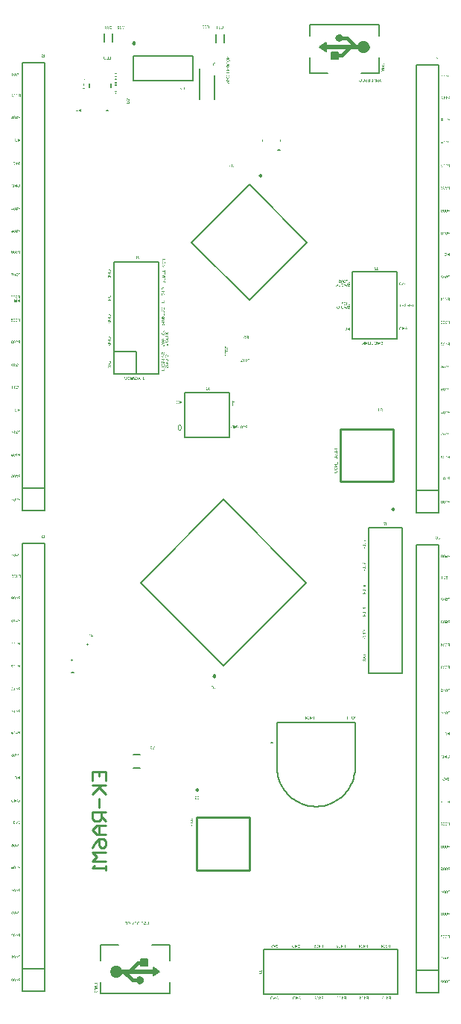
<source format=gto>
G04*
G04 #@! TF.GenerationSoftware,Altium Limited,Altium Designer,21.1.1 (26)*
G04*
G04 Layer_Color=65535*
%FSAX44Y44*%
%MOMM*%
G71*
G04*
G04 #@! TF.SameCoordinates,7C830176-F0F4-4CA8-9266-6C2C436D825E*
G04*
G04*
G04 #@! TF.FilePolarity,Positive*
G04*
G01*
G75*
%ADD10C,0.2000*%
%ADD11C,0.2540*%
%ADD12C,0.3810*%
%ADD13C,0.5080*%
%ADD14C,0.8890*%
%ADD15C,0.1270*%
%ADD16C,0.2500*%
%ADD17C,0.1000*%
%ADD18C,0.1524*%
%ADD19C,0.1778*%
G36*
X00431604Y00444714D02*
X00424604Y00449714D01*
Y00439714D01*
X00431604Y00444714D01*
D02*
G37*
G36*
X00418104Y00458464D02*
X00410604Y00458464D01*
X00410604Y00450964D01*
X00418104D01*
Y00458464D01*
D02*
G37*
G36*
X00627435Y01479950D02*
X00634935D01*
X00634935Y01487450D01*
X00627435D01*
Y01479950D01*
D02*
G37*
G36*
X00613935Y01493700D02*
X00620935Y01488700D01*
Y01498700D01*
X00613935Y01493700D01*
D02*
G37*
G36*
X00646453Y01201444D02*
Y01201439D01*
Y01201424D01*
Y01201404D01*
Y01201374D01*
X00646458Y01201340D01*
Y01201300D01*
X00646463Y01201211D01*
X00646478Y01201107D01*
X00646492Y01201003D01*
X00646517Y01200899D01*
X00646552Y01200810D01*
X00646557Y01200800D01*
X00646572Y01200775D01*
X00646597Y01200735D01*
X00646626Y01200686D01*
X00646671Y01200626D01*
X00646725Y01200572D01*
X00646795Y01200517D01*
X00646869Y01200468D01*
X00646879Y01200463D01*
X00646909Y01200448D01*
X00646953Y01200433D01*
X00647013Y01200413D01*
X00647087Y01200389D01*
X00647171Y01200374D01*
X00647270Y01200359D01*
X00647374Y01200354D01*
X00647414D01*
X00647443Y01200359D01*
X00647478Y01200364D01*
X00647523Y01200369D01*
X00647617Y01200384D01*
X00647721Y01200413D01*
X00647830Y01200458D01*
X00647884Y01200483D01*
X00647934Y01200517D01*
X00647983Y01200552D01*
X00648028Y01200597D01*
Y01200602D01*
X00648038Y01200607D01*
X00648048Y01200621D01*
X00648063Y01200641D01*
X00648082Y01200671D01*
X00648097Y01200701D01*
X00648122Y01200740D01*
X00648142Y01200780D01*
X00648162Y01200829D01*
X00648182Y01200884D01*
X00648201Y01200943D01*
X00648216Y01201013D01*
X00648231Y01201082D01*
X00648241Y01201161D01*
X00648246Y01201240D01*
Y01201330D01*
X00647860Y01201384D01*
Y01201379D01*
Y01201369D01*
Y01201349D01*
X00647855Y01201325D01*
Y01201295D01*
X00647850Y01201260D01*
X00647835Y01201181D01*
X00647820Y01201092D01*
X00647795Y01201008D01*
X00647760Y01200933D01*
X00647741Y01200899D01*
X00647721Y01200869D01*
X00647716Y01200864D01*
X00647696Y01200849D01*
X00647671Y01200824D01*
X00647632Y01200805D01*
X00647582Y01200780D01*
X00647523Y01200755D01*
X00647453Y01200740D01*
X00647374Y01200735D01*
X00647345D01*
X00647315Y01200740D01*
X00647280Y01200745D01*
X00647235Y01200755D01*
X00647186Y01200765D01*
X00647141Y01200785D01*
X00647097Y01200810D01*
X00647092Y01200815D01*
X00647077Y01200824D01*
X00647057Y01200839D01*
X00647032Y01200864D01*
X00647003Y01200889D01*
X00646978Y01200923D01*
X00646953Y01200963D01*
X00646933Y01201008D01*
Y01201013D01*
X00646923Y01201032D01*
X00646918Y01201062D01*
X00646909Y01201107D01*
X00646899Y01201166D01*
X00646894Y01201236D01*
X00646884Y01201320D01*
Y01201419D01*
Y01203662D01*
X00646453D01*
Y01201444D01*
D02*
G37*
G36*
X00644407Y01200408D02*
X00644809D01*
Y01202954D01*
X00644814Y01202949D01*
X00644833Y01202930D01*
X00644868Y01202905D01*
X00644912Y01202870D01*
X00644967Y01202825D01*
X00645031Y01202781D01*
X00645106Y01202726D01*
X00645190Y01202677D01*
X00645195D01*
X00645200Y01202672D01*
X00645229Y01202652D01*
X00645274Y01202627D01*
X00645329Y01202598D01*
X00645393Y01202563D01*
X00645462Y01202533D01*
X00645537Y01202499D01*
X00645606Y01202469D01*
Y01202860D01*
X00645601D01*
X00645591Y01202865D01*
X00645571Y01202875D01*
X00645552Y01202890D01*
X00645522Y01202905D01*
X00645487Y01202920D01*
X00645408Y01202964D01*
X00645319Y01203019D01*
X00645220Y01203083D01*
X00645121Y01203157D01*
X00645026Y01203237D01*
X00645022Y01203242D01*
X00645016Y01203247D01*
X00644987Y01203276D01*
X00644942Y01203321D01*
X00644888Y01203375D01*
X00644828Y01203445D01*
X00644769Y01203519D01*
X00644714Y01203598D01*
X00644670Y01203677D01*
X00644407D01*
Y01200408D01*
D02*
G37*
G36*
X00639737Y01203672D02*
X00639697D01*
X00639657Y01203662D01*
X00639558Y01203648D01*
X00639449Y01203618D01*
X00639335Y01203573D01*
X00639276Y01203544D01*
X00639221Y01203514D01*
X00639167Y01203474D01*
X00639118Y01203430D01*
X00639113Y01203425D01*
X00639108Y01203420D01*
X00639093Y01203405D01*
X00639078Y01203385D01*
X00639058Y01203360D01*
X00639033Y01203331D01*
X00638984Y01203261D01*
X00638939Y01203172D01*
X00638895Y01203068D01*
X00638865Y01202954D01*
X00638860Y01202890D01*
X00638855Y01202825D01*
Y01202816D01*
Y01202786D01*
X00638860Y01202746D01*
X00638870Y01202692D01*
X00638885Y01202627D01*
X00638904Y01202563D01*
X00638934Y01202494D01*
X00638974Y01202429D01*
X00638979Y01202424D01*
X00638994Y01202404D01*
X00639023Y01202375D01*
X00639063Y01202335D01*
X00639113Y01202296D01*
X00639177Y01202256D01*
X00639251Y01202211D01*
X00639335Y01202177D01*
X00639330D01*
X00639321Y01202172D01*
X00639306Y01202167D01*
X00639286Y01202157D01*
X00639231Y01202132D01*
X00639167Y01202102D01*
X00639093Y01202058D01*
X00639019Y01202003D01*
X00638944Y01201934D01*
X00638880Y01201860D01*
X00638875Y01201850D01*
X00638855Y01201820D01*
X00638830Y01201775D01*
X00638801Y01201711D01*
X00638771Y01201637D01*
X00638746Y01201548D01*
X00638726Y01201449D01*
X00638721Y01201340D01*
Y01201335D01*
Y01201320D01*
Y01201300D01*
X00638726Y01201270D01*
X00638731Y01201236D01*
X00638736Y01201191D01*
X00638756Y01201092D01*
X00638796Y01200983D01*
X00638815Y01200923D01*
X00638845Y01200864D01*
X00638880Y01200805D01*
X00638919Y01200745D01*
X00638964Y01200691D01*
X00639019Y01200636D01*
X00639023Y01200631D01*
X00639033Y01200626D01*
X00639048Y01200611D01*
X00639073Y01200592D01*
X00639103Y01200572D01*
X00639137Y01200547D01*
X00639177Y01200522D01*
X00639226Y01200498D01*
X00639281Y01200468D01*
X00639340Y01200443D01*
X00639405Y01200418D01*
X00639474Y01200398D01*
X00639543Y01200379D01*
X00639623Y01200364D01*
X00639707Y01200359D01*
X00639796Y01200354D01*
X00639841D01*
X00639875Y01200359D01*
X00639915Y01200364D01*
X00639964Y01200369D01*
X00640014Y01200379D01*
X00640073Y01200389D01*
X00640197Y01200423D01*
X00640262Y01200448D01*
X00640326Y01200473D01*
X00640390Y01200508D01*
X00640455Y01200542D01*
X00640514Y01200587D01*
X00640574Y01200636D01*
X00640579Y01200641D01*
X00640589Y01200651D01*
X00640599Y01200666D01*
X00640618Y01200686D01*
X00640643Y01200715D01*
X00640668Y01200750D01*
X00640693Y01200790D01*
X00640717Y01200834D01*
X00640747Y01200884D01*
X00640772Y01200938D01*
X00640821Y01201057D01*
X00640841Y01201127D01*
X00640851Y01201196D01*
X00640861Y01201270D01*
X00640866Y01201349D01*
Y01201354D01*
Y01201364D01*
Y01201379D01*
X00640861Y01201404D01*
Y01201429D01*
X00640856Y01201463D01*
X00640846Y01201533D01*
X00640826Y01201617D01*
X00640797Y01201706D01*
X00640762Y01201795D01*
X00640707Y01201879D01*
Y01201884D01*
X00640697Y01201889D01*
X00640678Y01201914D01*
X00640638Y01201954D01*
X00640589Y01201998D01*
X00640524Y01202048D01*
X00640445Y01202097D01*
X00640351Y01202142D01*
X00640247Y01202177D01*
X00640252D01*
X00640257Y01202182D01*
X00640286Y01202191D01*
X00640331Y01202216D01*
X00640386Y01202241D01*
X00640450Y01202281D01*
X00640509Y01202325D01*
X00640569Y01202375D01*
X00640618Y01202434D01*
X00640623Y01202444D01*
X00640638Y01202464D01*
X00640658Y01202499D01*
X00640678Y01202548D01*
X00640697Y01202607D01*
X00640717Y01202677D01*
X00640732Y01202751D01*
X00640737Y01202835D01*
Y01202840D01*
Y01202850D01*
Y01202870D01*
X00640732Y01202895D01*
X00640727Y01202924D01*
X00640722Y01202959D01*
X00640707Y01203043D01*
X00640678Y01203138D01*
X00640628Y01203237D01*
X00640603Y01203291D01*
X00640569Y01203341D01*
X00640529Y01203390D01*
X00640484Y01203435D01*
X00640480Y01203440D01*
X00640475Y01203445D01*
X00640460Y01203459D01*
X00640440Y01203474D01*
X00640410Y01203489D01*
X00640380Y01203514D01*
X00640346Y01203534D01*
X00640301Y01203559D01*
X00640207Y01203603D01*
X00640088Y01203638D01*
X00639955Y01203668D01*
X00639885Y01203672D01*
X00639806Y01203677D01*
X00639766D01*
X00639737Y01203672D01*
D02*
G37*
G36*
X00642233D02*
X00642173Y01203662D01*
X00642104Y01203653D01*
X00642025Y01203633D01*
X00641946Y01203603D01*
X00641871Y01203568D01*
X00641861Y01203564D01*
X00641837Y01203549D01*
X00641802Y01203524D01*
X00641752Y01203494D01*
X00641703Y01203449D01*
X00641648Y01203395D01*
X00641594Y01203336D01*
X00641544Y01203266D01*
X00641540Y01203256D01*
X00641525Y01203232D01*
X00641500Y01203187D01*
X00641470Y01203132D01*
X00641441Y01203063D01*
X00641406Y01202979D01*
X00641371Y01202885D01*
X00641341Y01202781D01*
Y01202776D01*
X00641337Y01202766D01*
Y01202751D01*
X00641331Y01202726D01*
X00641322Y01202702D01*
X00641317Y01202667D01*
X00641312Y01202622D01*
X00641302Y01202578D01*
X00641297Y01202523D01*
X00641292Y01202469D01*
X00641282Y01202404D01*
X00641277Y01202335D01*
X00641272Y01202261D01*
Y01202187D01*
X00641267Y01202013D01*
Y01202008D01*
Y01201988D01*
Y01201959D01*
Y01201919D01*
X00641272Y01201870D01*
Y01201815D01*
X00641277Y01201751D01*
X00641282Y01201681D01*
X00641297Y01201533D01*
X00641317Y01201379D01*
X00641346Y01201226D01*
X00641366Y01201156D01*
X00641386Y01201087D01*
Y01201082D01*
X00641391Y01201072D01*
X00641396Y01201052D01*
X00641406Y01201028D01*
X00641421Y01200998D01*
X00641435Y01200968D01*
X00641475Y01200889D01*
X00641525Y01200800D01*
X00641584Y01200711D01*
X00641654Y01200621D01*
X00641738Y01200542D01*
X00641743D01*
X00641748Y01200532D01*
X00641762Y01200527D01*
X00641777Y01200512D01*
X00641832Y01200483D01*
X00641896Y01200448D01*
X00641985Y01200413D01*
X00642084Y01200384D01*
X00642198Y01200364D01*
X00642327Y01200354D01*
X00642372D01*
X00642406Y01200359D01*
X00642446Y01200364D01*
X00642490Y01200374D01*
X00642540Y01200384D01*
X00642595Y01200394D01*
X00642713Y01200433D01*
X00642778Y01200463D01*
X00642837Y01200493D01*
X00642902Y01200532D01*
X00642961Y01200577D01*
X00643016Y01200626D01*
X00643070Y01200686D01*
X00643075Y01200691D01*
X00643085Y01200706D01*
X00643100Y01200730D01*
X00643120Y01200765D01*
X00643144Y01200810D01*
X00643169Y01200864D01*
X00643199Y01200928D01*
X00643229Y01201008D01*
X00643258Y01201092D01*
X00643288Y01201191D01*
X00643313Y01201300D01*
X00643337Y01201419D01*
X00643357Y01201553D01*
X00643372Y01201691D01*
X00643382Y01201850D01*
X00643387Y01202013D01*
Y01202018D01*
Y01202038D01*
Y01202068D01*
Y01202107D01*
X00643382Y01202157D01*
Y01202211D01*
X00643377Y01202276D01*
X00643372Y01202345D01*
X00643357Y01202494D01*
X00643337Y01202647D01*
X00643313Y01202801D01*
X00643293Y01202870D01*
X00643273Y01202939D01*
Y01202944D01*
X00643268Y01202954D01*
X00643258Y01202974D01*
X00643248Y01202999D01*
X00643238Y01203028D01*
X00643224Y01203063D01*
X00643184Y01203142D01*
X00643134Y01203232D01*
X00643075Y01203321D01*
X00643006Y01203405D01*
X00642921Y01203484D01*
X00642916D01*
X00642912Y01203494D01*
X00642897Y01203504D01*
X00642877Y01203514D01*
X00642827Y01203544D01*
X00642758Y01203583D01*
X00642674Y01203618D01*
X00642570Y01203648D01*
X00642456Y01203668D01*
X00642327Y01203677D01*
X00642282D01*
X00642233Y01203672D01*
D02*
G37*
G36*
X00646899Y01199698D02*
X00646864D01*
X00646780Y01199688D01*
X00646681Y01199673D01*
X00646572Y01199654D01*
X00646463Y01199624D01*
X00646359Y01199584D01*
X00646354D01*
X00646349Y01199579D01*
X00646334Y01199574D01*
X00646314Y01199564D01*
X00646265Y01199535D01*
X00646200Y01199500D01*
X00646131Y01199451D01*
X00646062Y01199391D01*
X00645992Y01199322D01*
X00645933Y01199242D01*
X00645928Y01199233D01*
X00645908Y01199203D01*
X00645883Y01199153D01*
X00645859Y01199094D01*
X00645829Y01199020D01*
X00645799Y01198930D01*
X00645779Y01198836D01*
X00645769Y01198732D01*
X00646180Y01198703D01*
Y01198708D01*
Y01198717D01*
X00646185Y01198732D01*
X00646190Y01198752D01*
X00646200Y01198807D01*
X00646220Y01198876D01*
X00646250Y01198950D01*
X00646290Y01199025D01*
X00646344Y01199099D01*
X00646408Y01199163D01*
X00646418Y01199168D01*
X00646443Y01199188D01*
X00646488Y01199213D01*
X00646547Y01199242D01*
X00646626Y01199272D01*
X00646725Y01199297D01*
X00646839Y01199317D01*
X00646973Y01199322D01*
X00647037D01*
X00647067Y01199317D01*
X00647107D01*
X00647191Y01199302D01*
X00647285Y01199287D01*
X00647379Y01199262D01*
X00647468Y01199228D01*
X00647508Y01199203D01*
X00647543Y01199178D01*
X00647548Y01199173D01*
X00647567Y01199153D01*
X00647597Y01199124D01*
X00647627Y01199079D01*
X00647661Y01199029D01*
X00647686Y01198970D01*
X00647706Y01198906D01*
X00647716Y01198831D01*
Y01198821D01*
Y01198802D01*
X00647711Y01198767D01*
X00647701Y01198727D01*
X00647686Y01198683D01*
X00647661Y01198633D01*
X00647632Y01198589D01*
X00647592Y01198544D01*
X00647587Y01198539D01*
X00647562Y01198524D01*
X00647548Y01198514D01*
X00647528Y01198500D01*
X00647498Y01198490D01*
X00647463Y01198475D01*
X00647424Y01198455D01*
X00647379Y01198435D01*
X00647330Y01198420D01*
X00647270Y01198400D01*
X00647201Y01198376D01*
X00647126Y01198356D01*
X00647042Y01198336D01*
X00646948Y01198311D01*
X00646943D01*
X00646923Y01198306D01*
X00646899Y01198301D01*
X00646864Y01198291D01*
X00646819Y01198282D01*
X00646770Y01198267D01*
X00646661Y01198242D01*
X00646542Y01198207D01*
X00646423Y01198173D01*
X00646364Y01198158D01*
X00646314Y01198138D01*
X00646265Y01198118D01*
X00646225Y01198103D01*
X00646220D01*
X00646210Y01198098D01*
X00646200Y01198088D01*
X00646180Y01198079D01*
X00646131Y01198049D01*
X00646067Y01198014D01*
X00645997Y01197965D01*
X00645928Y01197905D01*
X00645863Y01197841D01*
X00645809Y01197771D01*
X00645804Y01197762D01*
X00645789Y01197737D01*
X00645764Y01197697D01*
X00645740Y01197638D01*
X00645715Y01197573D01*
X00645690Y01197494D01*
X00645675Y01197405D01*
X00645670Y01197311D01*
Y01197306D01*
Y01197301D01*
Y01197286D01*
Y01197266D01*
X00645680Y01197217D01*
X00645690Y01197152D01*
X00645705Y01197078D01*
X00645735Y01196994D01*
X00645769Y01196905D01*
X00645819Y01196820D01*
X00645824Y01196811D01*
X00645849Y01196781D01*
X00645878Y01196741D01*
X00645928Y01196692D01*
X00645987Y01196632D01*
X00646062Y01196573D01*
X00646151Y01196518D01*
X00646250Y01196464D01*
X00646255D01*
X00646265Y01196459D01*
X00646280Y01196454D01*
X00646299Y01196444D01*
X00646324Y01196434D01*
X00646354Y01196424D01*
X00646433Y01196404D01*
X00646522Y01196380D01*
X00646631Y01196360D01*
X00646745Y01196345D01*
X00646874Y01196340D01*
X00646948D01*
X00646983Y01196345D01*
X00647028D01*
X00647077Y01196350D01*
X00647132Y01196355D01*
X00647245Y01196370D01*
X00647369Y01196395D01*
X00647493Y01196424D01*
X00647612Y01196464D01*
X00647617D01*
X00647627Y01196469D01*
X00647642Y01196479D01*
X00647661Y01196489D01*
X00647716Y01196518D01*
X00647780Y01196563D01*
X00647860Y01196617D01*
X00647934Y01196682D01*
X00648013Y01196761D01*
X00648082Y01196850D01*
Y01196855D01*
X00648087Y01196860D01*
X00648097Y01196875D01*
X00648107Y01196895D01*
X00648122Y01196919D01*
X00648137Y01196949D01*
X00648167Y01197023D01*
X00648196Y01197108D01*
X00648226Y01197212D01*
X00648246Y01197321D01*
X00648256Y01197440D01*
X00647850Y01197474D01*
Y01197469D01*
Y01197464D01*
X00647845Y01197435D01*
X00647835Y01197390D01*
X00647825Y01197331D01*
X00647805Y01197266D01*
X00647785Y01197197D01*
X00647756Y01197132D01*
X00647721Y01197068D01*
X00647716Y01197063D01*
X00647701Y01197043D01*
X00647676Y01197014D01*
X00647637Y01196979D01*
X00647592Y01196939D01*
X00647538Y01196895D01*
X00647468Y01196855D01*
X00647394Y01196815D01*
X00647389D01*
X00647384Y01196811D01*
X00647354Y01196801D01*
X00647310Y01196786D01*
X00647245Y01196771D01*
X00647176Y01196751D01*
X00647087Y01196736D01*
X00646993Y01196726D01*
X00646894Y01196721D01*
X00646854D01*
X00646805Y01196726D01*
X00646750Y01196731D01*
X00646681Y01196736D01*
X00646611Y01196751D01*
X00646537Y01196766D01*
X00646463Y01196791D01*
X00646453Y01196796D01*
X00646433Y01196806D01*
X00646398Y01196820D01*
X00646359Y01196845D01*
X00646309Y01196875D01*
X00646265Y01196910D01*
X00646220Y01196949D01*
X00646180Y01196994D01*
X00646176Y01196999D01*
X00646166Y01197019D01*
X00646151Y01197043D01*
X00646131Y01197078D01*
X00646116Y01197118D01*
X00646101Y01197167D01*
X00646091Y01197217D01*
X00646086Y01197271D01*
Y01197276D01*
Y01197296D01*
X00646091Y01197326D01*
X00646096Y01197360D01*
X00646106Y01197405D01*
X00646126Y01197449D01*
X00646146Y01197494D01*
X00646176Y01197539D01*
X00646180Y01197544D01*
X00646190Y01197558D01*
X00646215Y01197578D01*
X00646245Y01197608D01*
X00646284Y01197638D01*
X00646334Y01197667D01*
X00646398Y01197702D01*
X00646468Y01197732D01*
X00646473Y01197737D01*
X00646492Y01197742D01*
X00646532Y01197752D01*
X00646557Y01197762D01*
X00646587Y01197771D01*
X00646626Y01197781D01*
X00646666Y01197791D01*
X00646715Y01197806D01*
X00646765Y01197821D01*
X00646824Y01197836D01*
X00646894Y01197851D01*
X00646968Y01197870D01*
X00647047Y01197890D01*
X00647052D01*
X00647067Y01197895D01*
X00647092Y01197900D01*
X00647122Y01197910D01*
X00647156Y01197920D01*
X00647196Y01197930D01*
X00647290Y01197955D01*
X00647394Y01197989D01*
X00647498Y01198024D01*
X00647592Y01198059D01*
X00647637Y01198074D01*
X00647671Y01198093D01*
X00647676D01*
X00647681Y01198098D01*
X00647711Y01198118D01*
X00647751Y01198143D01*
X00647800Y01198178D01*
X00647860Y01198222D01*
X00647914Y01198272D01*
X00647969Y01198331D01*
X00648018Y01198395D01*
X00648023Y01198405D01*
X00648038Y01198430D01*
X00648053Y01198465D01*
X00648073Y01198514D01*
X00648097Y01198574D01*
X00648112Y01198643D01*
X00648127Y01198722D01*
X00648132Y01198802D01*
Y01198807D01*
Y01198811D01*
Y01198826D01*
Y01198846D01*
X00648122Y01198891D01*
X00648112Y01198950D01*
X00648097Y01199025D01*
X00648073Y01199099D01*
X00648038Y01199183D01*
X00647993Y01199262D01*
Y01199267D01*
X00647988Y01199272D01*
X00647969Y01199297D01*
X00647934Y01199337D01*
X00647889Y01199386D01*
X00647835Y01199436D01*
X00647766Y01199490D01*
X00647681Y01199545D01*
X00647587Y01199589D01*
X00647582D01*
X00647577Y01199594D01*
X00647562Y01199599D01*
X00647538Y01199609D01*
X00647513Y01199614D01*
X00647483Y01199624D01*
X00647414Y01199649D01*
X00647325Y01199668D01*
X00647226Y01199683D01*
X00647112Y01199698D01*
X00646993Y01199703D01*
X00646933D01*
X00646899Y01199698D01*
D02*
G37*
G36*
X00642084Y01196395D02*
X00642505D01*
X00643189Y01198871D01*
Y01198876D01*
X00643194Y01198886D01*
X00643199Y01198901D01*
X00643204Y01198921D01*
X00643219Y01198975D01*
X00643233Y01199034D01*
X00643253Y01199104D01*
X00643268Y01199163D01*
X00643283Y01199218D01*
X00643288Y01199238D01*
X00643293Y01199252D01*
Y01199242D01*
X00643303Y01199218D01*
X00643313Y01199173D01*
X00643328Y01199124D01*
X00643342Y01199059D01*
X00643357Y01199000D01*
X00643377Y01198935D01*
X00643392Y01198871D01*
X00644075Y01196395D01*
X00644526D01*
X00645378Y01199649D01*
X00644937D01*
X00644447Y01197509D01*
Y01197504D01*
X00644442Y01197494D01*
X00644437Y01197474D01*
X00644432Y01197454D01*
X00644427Y01197420D01*
X00644417Y01197385D01*
X00644397Y01197301D01*
X00644378Y01197202D01*
X00644353Y01197088D01*
X00644333Y01196969D01*
X00644308Y01196845D01*
Y01196850D01*
X00644303Y01196870D01*
X00644298Y01196895D01*
X00644288Y01196929D01*
X00644278Y01196969D01*
X00644269Y01197014D01*
X00644239Y01197118D01*
X00644214Y01197222D01*
X00644189Y01197321D01*
X00644180Y01197360D01*
X00644170Y01197400D01*
X00644165Y01197430D01*
X00644160Y01197449D01*
X00643540Y01199649D01*
X00643020D01*
X00642555Y01197999D01*
Y01197994D01*
X00642545Y01197970D01*
X00642540Y01197940D01*
X00642525Y01197895D01*
X00642515Y01197841D01*
X00642495Y01197776D01*
X00642481Y01197702D01*
X00642461Y01197623D01*
X00642441Y01197539D01*
X00642421Y01197449D01*
X00642377Y01197251D01*
X00642337Y01197048D01*
X00642302Y01196845D01*
Y01196850D01*
X00642297Y01196860D01*
Y01196875D01*
X00642292Y01196900D01*
X00642282Y01196929D01*
X00642278Y01196964D01*
X00642268Y01197004D01*
X00642258Y01197048D01*
X00642233Y01197152D01*
X00642208Y01197276D01*
X00642173Y01197410D01*
X00642139Y01197553D01*
X00641634Y01199649D01*
X00641198D01*
X00642084Y01196395D01*
D02*
G37*
G36*
X00637007D02*
X00637439D01*
Y01199649D01*
X00637007D01*
Y01196395D01*
D02*
G37*
G36*
X00639459Y01199644D02*
X00639370Y01199639D01*
X00639271Y01199629D01*
X00639177Y01199614D01*
X00639098Y01199599D01*
X00639093D01*
X00639083Y01199594D01*
X00639073D01*
X00639053Y01199584D01*
X00638999Y01199569D01*
X00638934Y01199545D01*
X00638860Y01199515D01*
X00638781Y01199475D01*
X00638702Y01199426D01*
X00638622Y01199366D01*
X00638617D01*
X00638612Y01199356D01*
X00638578Y01199327D01*
X00638533Y01199277D01*
X00638479Y01199213D01*
X00638414Y01199134D01*
X00638350Y01199039D01*
X00638290Y01198930D01*
X00638236Y01198807D01*
Y01198802D01*
X00638231Y01198792D01*
X00638226Y01198772D01*
X00638216Y01198747D01*
X00638206Y01198717D01*
X00638196Y01198678D01*
X00638181Y01198633D01*
X00638172Y01198584D01*
X00638162Y01198529D01*
X00638147Y01198470D01*
X00638127Y01198341D01*
X00638112Y01198197D01*
X00638107Y01198039D01*
Y01198034D01*
Y01198024D01*
Y01198004D01*
Y01197974D01*
X00638112Y01197945D01*
Y01197905D01*
X00638117Y01197816D01*
X00638127Y01197717D01*
X00638147Y01197603D01*
X00638167Y01197489D01*
X00638196Y01197380D01*
Y01197375D01*
X00638201Y01197365D01*
X00638206Y01197350D01*
X00638211Y01197331D01*
X00638231Y01197281D01*
X00638256Y01197212D01*
X00638285Y01197137D01*
X00638325Y01197058D01*
X00638370Y01196979D01*
X00638419Y01196905D01*
X00638424Y01196895D01*
X00638444Y01196875D01*
X00638469Y01196840D01*
X00638508Y01196796D01*
X00638548Y01196751D01*
X00638602Y01196702D01*
X00638657Y01196652D01*
X00638716Y01196608D01*
X00638721Y01196602D01*
X00638746Y01196593D01*
X00638781Y01196573D01*
X00638825Y01196548D01*
X00638880Y01196523D01*
X00638944Y01196498D01*
X00639019Y01196474D01*
X00639103Y01196449D01*
X00639113D01*
X00639142Y01196439D01*
X00639187Y01196434D01*
X00639251Y01196424D01*
X00639325Y01196414D01*
X00639415Y01196404D01*
X00639514Y01196399D01*
X00639623Y01196395D01*
X00640792D01*
Y01199649D01*
X00639543D01*
X00639459Y01199644D01*
D02*
G37*
G36*
X00634754Y01199698D02*
X00634714D01*
X00634665Y01199693D01*
X00634615Y01199683D01*
X00634556Y01199678D01*
X00634432Y01199649D01*
X00634293Y01199609D01*
X00634155Y01199559D01*
X00634085Y01199525D01*
X00634016Y01199485D01*
X00634011D01*
X00634001Y01199475D01*
X00633981Y01199465D01*
X00633956Y01199445D01*
X00633927Y01199426D01*
X00633892Y01199396D01*
X00633813Y01199332D01*
X00633724Y01199247D01*
X00633630Y01199143D01*
X00633545Y01199025D01*
X00633466Y01198886D01*
Y01198881D01*
X00633456Y01198866D01*
X00633446Y01198846D01*
X00633436Y01198817D01*
X00633422Y01198782D01*
X00633407Y01198737D01*
X00633387Y01198688D01*
X00633367Y01198633D01*
X00633352Y01198569D01*
X00633332Y01198504D01*
X00633303Y01198356D01*
X00633283Y01198192D01*
X00633273Y01198014D01*
Y01198009D01*
Y01197994D01*
Y01197965D01*
X00633278Y01197930D01*
Y01197885D01*
X00633283Y01197836D01*
X00633288Y01197781D01*
X00633298Y01197717D01*
X00633322Y01197578D01*
X00633357Y01197430D01*
X00633407Y01197276D01*
X00633476Y01197128D01*
Y01197123D01*
X00633486Y01197113D01*
X00633496Y01197093D01*
X00633511Y01197063D01*
X00633535Y01197033D01*
X00633560Y01196994D01*
X00633620Y01196910D01*
X00633699Y01196815D01*
X00633798Y01196716D01*
X00633912Y01196622D01*
X00634041Y01196538D01*
X00634046D01*
X00634056Y01196528D01*
X00634075Y01196518D01*
X00634105Y01196508D01*
X00634140Y01196494D01*
X00634179Y01196474D01*
X00634224Y01196459D01*
X00634278Y01196439D01*
X00634392Y01196404D01*
X00634526Y01196370D01*
X00634675Y01196350D01*
X00634828Y01196340D01*
X00634873D01*
X00634907Y01196345D01*
X00634947D01*
X00634992Y01196350D01*
X00635046Y01196360D01*
X00635106Y01196370D01*
X00635229Y01196395D01*
X00635368Y01196434D01*
X00635512Y01196489D01*
X00635581Y01196518D01*
X00635650Y01196558D01*
X00635655Y01196563D01*
X00635665Y01196568D01*
X00635685Y01196583D01*
X00635710Y01196598D01*
X00635740Y01196622D01*
X00635774Y01196647D01*
X00635854Y01196716D01*
X00635943Y01196806D01*
X00636037Y01196905D01*
X00636121Y01197029D01*
X00636200Y01197162D01*
Y01197167D01*
X00636210Y01197182D01*
X00636215Y01197202D01*
X00636230Y01197232D01*
X00636245Y01197266D01*
X00636260Y01197306D01*
X00636274Y01197355D01*
X00636289Y01197410D01*
X00636309Y01197469D01*
X00636324Y01197529D01*
X00636354Y01197667D01*
X00636374Y01197816D01*
X00636384Y01197974D01*
Y01197984D01*
Y01198009D01*
X00636379Y01198054D01*
Y01198108D01*
X00636369Y01198178D01*
X00636359Y01198257D01*
X00636349Y01198341D01*
X00636329Y01198440D01*
X00636304Y01198539D01*
X00636279Y01198643D01*
X00636245Y01198747D01*
X00636200Y01198851D01*
X00636151Y01198955D01*
X00636096Y01199059D01*
X00636027Y01199153D01*
X00635953Y01199242D01*
X00635948Y01199247D01*
X00635933Y01199262D01*
X00635908Y01199287D01*
X00635873Y01199317D01*
X00635829Y01199351D01*
X00635779Y01199386D01*
X00635720Y01199431D01*
X00635650Y01199475D01*
X00635571Y01199515D01*
X00635487Y01199559D01*
X00635393Y01199594D01*
X00635294Y01199634D01*
X00635190Y01199659D01*
X00635076Y01199683D01*
X00634952Y01199698D01*
X00634828Y01199703D01*
X00634784D01*
X00634754Y01199698D01*
D02*
G37*
G36*
X00268822Y01211183D02*
X00268782Y01211179D01*
X00268738Y01211173D01*
X00268688Y01211169D01*
X00268634Y01211154D01*
X00268515Y01211124D01*
X00268391Y01211079D01*
X00268327Y01211050D01*
X00268267Y01211015D01*
X00268213Y01210971D01*
X00268158Y01210926D01*
X00268153Y01210921D01*
X00268148Y01210916D01*
X00268134Y01210901D01*
X00268114Y01210881D01*
X00268094Y01210852D01*
X00268069Y01210822D01*
X00268020Y01210748D01*
X00267970Y01210654D01*
X00267925Y01210545D01*
X00267891Y01210421D01*
X00267886Y01210351D01*
X00267881Y01210282D01*
Y01210272D01*
Y01210247D01*
X00267886Y01210208D01*
X00267891Y01210158D01*
X00267901Y01210099D01*
X00267916Y01210034D01*
X00267935Y01209965D01*
X00267965Y01209896D01*
X00267970Y01209886D01*
X00267980Y01209861D01*
X00268000Y01209826D01*
X00268029Y01209777D01*
X00268064Y01209717D01*
X00268109Y01209648D01*
X00268168Y01209579D01*
X00268233Y01209499D01*
X00268242Y01209490D01*
X00268267Y01209460D01*
X00268312Y01209415D01*
X00268342Y01209386D01*
X00268376Y01209351D01*
X00268416Y01209311D01*
X00268465Y01209267D01*
X00268515Y01209222D01*
X00268569Y01209168D01*
X00268629Y01209113D01*
X00268698Y01209054D01*
X00268768Y01208994D01*
X00268847Y01208925D01*
X00268852Y01208920D01*
X00268862Y01208910D01*
X00268881Y01208895D01*
X00268906Y01208875D01*
X00268966Y01208826D01*
X00269040Y01208761D01*
X00269114Y01208692D01*
X00269193Y01208623D01*
X00269258Y01208563D01*
X00269283Y01208539D01*
X00269307Y01208514D01*
X00269312Y01208509D01*
X00269322Y01208494D01*
X00269342Y01208474D01*
X00269367Y01208444D01*
X00269421Y01208380D01*
X00269476Y01208301D01*
X00267876D01*
Y01207919D01*
X00270030D01*
Y01207924D01*
Y01207944D01*
Y01207974D01*
X00270026Y01208009D01*
X00270021Y01208048D01*
X00270016Y01208093D01*
X00270001Y01208142D01*
X00269986Y01208192D01*
Y01208197D01*
X00269981Y01208202D01*
X00269971Y01208232D01*
X00269951Y01208271D01*
X00269921Y01208331D01*
X00269887Y01208395D01*
X00269837Y01208469D01*
X00269788Y01208543D01*
X00269723Y01208623D01*
Y01208628D01*
X00269713Y01208633D01*
X00269689Y01208662D01*
X00269649Y01208707D01*
X00269590Y01208766D01*
X00269515Y01208836D01*
X00269426Y01208920D01*
X00269317Y01209014D01*
X00269198Y01209118D01*
X00269193Y01209123D01*
X00269174Y01209138D01*
X00269149Y01209158D01*
X00269114Y01209192D01*
X00269070Y01209227D01*
X00269020Y01209272D01*
X00268911Y01209366D01*
X00268792Y01209480D01*
X00268673Y01209594D01*
X00268614Y01209648D01*
X00268564Y01209703D01*
X00268520Y01209757D01*
X00268480Y01209807D01*
Y01209811D01*
X00268470Y01209816D01*
X00268460Y01209831D01*
X00268451Y01209851D01*
X00268421Y01209901D01*
X00268386Y01209965D01*
X00268351Y01210039D01*
X00268322Y01210119D01*
X00268302Y01210208D01*
X00268292Y01210292D01*
Y01210297D01*
Y01210302D01*
X00268297Y01210331D01*
X00268302Y01210376D01*
X00268312Y01210431D01*
X00268337Y01210495D01*
X00268366Y01210559D01*
X00268406Y01210629D01*
X00268465Y01210693D01*
X00268475Y01210698D01*
X00268495Y01210718D01*
X00268535Y01210743D01*
X00268584Y01210777D01*
X00268649Y01210807D01*
X00268723Y01210832D01*
X00268812Y01210852D01*
X00268911Y01210857D01*
X00268941D01*
X00268961Y01210852D01*
X00269010Y01210847D01*
X00269075Y01210837D01*
X00269149Y01210812D01*
X00269228Y01210782D01*
X00269302Y01210738D01*
X00269372Y01210678D01*
X00269377Y01210668D01*
X00269396Y01210648D01*
X00269426Y01210609D01*
X00269456Y01210554D01*
X00269491Y01210485D01*
X00269515Y01210406D01*
X00269535Y01210312D01*
X00269545Y01210203D01*
X00269956Y01210247D01*
Y01210252D01*
Y01210267D01*
X00269951Y01210292D01*
X00269946Y01210322D01*
X00269936Y01210361D01*
X00269931Y01210406D01*
X00269902Y01210505D01*
X00269862Y01210619D01*
X00269808Y01210733D01*
X00269733Y01210847D01*
X00269694Y01210896D01*
X00269644Y01210946D01*
X00269639Y01210951D01*
X00269629Y01210956D01*
X00269614Y01210971D01*
X00269595Y01210985D01*
X00269565Y01211000D01*
X00269530Y01211025D01*
X00269491Y01211045D01*
X00269446Y01211069D01*
X00269396Y01211089D01*
X00269342Y01211114D01*
X00269278Y01211134D01*
X00269213Y01211149D01*
X00269065Y01211179D01*
X00268985Y01211183D01*
X00268901Y01211188D01*
X00268857D01*
X00268822Y01211183D01*
D02*
G37*
G36*
X00271437Y01211169D02*
X00271358Y01211164D01*
X00271274Y01211159D01*
X00271194Y01211149D01*
X00271125Y01211139D01*
X00271115D01*
X00271085Y01211129D01*
X00271041Y01211119D01*
X00270986Y01211104D01*
X00270922Y01211084D01*
X00270858Y01211060D01*
X00270788Y01211025D01*
X00270724Y01210985D01*
X00270719Y01210980D01*
X00270694Y01210965D01*
X00270665Y01210941D01*
X00270630Y01210906D01*
X00270590Y01210862D01*
X00270546Y01210807D01*
X00270501Y01210748D01*
X00270461Y01210673D01*
X00270457Y01210663D01*
X00270447Y01210639D01*
X00270432Y01210599D01*
X00270412Y01210545D01*
X00270392Y01210480D01*
X00270377Y01210406D01*
X00270367Y01210322D01*
X00270362Y01210232D01*
Y01210228D01*
Y01210213D01*
Y01210193D01*
X00270367Y01210163D01*
X00270372Y01210128D01*
X00270377Y01210084D01*
X00270382Y01210039D01*
X00270397Y01209990D01*
X00270427Y01209876D01*
X00270476Y01209762D01*
X00270506Y01209703D01*
X00270541Y01209643D01*
X00270580Y01209584D01*
X00270630Y01209529D01*
X00270635Y01209524D01*
X00270645Y01209519D01*
X00270660Y01209504D01*
X00270679Y01209485D01*
X00270714Y01209465D01*
X00270749Y01209440D01*
X00270793Y01209415D01*
X00270848Y01209390D01*
X00270907Y01209361D01*
X00270977Y01209336D01*
X00271056Y01209311D01*
X00271140Y01209291D01*
X00271239Y01209272D01*
X00271343Y01209257D01*
X00271457Y01209252D01*
X00271581Y01209247D01*
X00272413D01*
Y01207919D01*
X00272844D01*
Y01211173D01*
X00271511D01*
X00271437Y01211169D01*
D02*
G37*
G36*
X00263770Y01211183D02*
X00263710Y01211173D01*
X00263641Y01211164D01*
X00263562Y01211144D01*
X00263483Y01211114D01*
X00263408Y01211079D01*
X00263398Y01211075D01*
X00263374Y01211060D01*
X00263339Y01211035D01*
X00263290Y01211005D01*
X00263240Y01210961D01*
X00263186Y01210906D01*
X00263131Y01210847D01*
X00263081Y01210777D01*
X00263076Y01210767D01*
X00263062Y01210743D01*
X00263037Y01210698D01*
X00263007Y01210644D01*
X00262977Y01210574D01*
X00262943Y01210490D01*
X00262908Y01210396D01*
X00262878Y01210292D01*
Y01210287D01*
X00262873Y01210277D01*
Y01210262D01*
X00262868Y01210237D01*
X00262859Y01210213D01*
X00262854Y01210178D01*
X00262849Y01210133D01*
X00262839Y01210089D01*
X00262834Y01210034D01*
X00262829Y01209980D01*
X00262819Y01209915D01*
X00262814Y01209846D01*
X00262809Y01209772D01*
Y01209698D01*
X00262804Y01209524D01*
Y01209519D01*
Y01209499D01*
Y01209470D01*
Y01209430D01*
X00262809Y01209381D01*
Y01209326D01*
X00262814Y01209262D01*
X00262819Y01209192D01*
X00262834Y01209044D01*
X00262854Y01208890D01*
X00262883Y01208737D01*
X00262903Y01208667D01*
X00262923Y01208598D01*
Y01208593D01*
X00262928Y01208583D01*
X00262933Y01208563D01*
X00262943Y01208539D01*
X00262958Y01208509D01*
X00262973Y01208479D01*
X00263012Y01208400D01*
X00263062Y01208311D01*
X00263121Y01208222D01*
X00263190Y01208132D01*
X00263275Y01208053D01*
X00263280D01*
X00263284Y01208043D01*
X00263299Y01208038D01*
X00263314Y01208023D01*
X00263369Y01207994D01*
X00263433Y01207959D01*
X00263522Y01207924D01*
X00263621Y01207895D01*
X00263735Y01207875D01*
X00263864Y01207865D01*
X00263909D01*
X00263943Y01207870D01*
X00263983Y01207875D01*
X00264028Y01207885D01*
X00264077Y01207895D01*
X00264132Y01207905D01*
X00264250Y01207944D01*
X00264315Y01207974D01*
X00264374Y01208004D01*
X00264439Y01208043D01*
X00264498Y01208088D01*
X00264552Y01208137D01*
X00264607Y01208197D01*
X00264612Y01208202D01*
X00264622Y01208217D01*
X00264637Y01208241D01*
X00264657Y01208276D01*
X00264681Y01208321D01*
X00264706Y01208375D01*
X00264736Y01208439D01*
X00264765Y01208519D01*
X00264795Y01208603D01*
X00264825Y01208702D01*
X00264850Y01208811D01*
X00264874Y01208930D01*
X00264894Y01209064D01*
X00264909Y01209202D01*
X00264919Y01209361D01*
X00264924Y01209524D01*
Y01209529D01*
Y01209549D01*
Y01209579D01*
Y01209618D01*
X00264919Y01209668D01*
Y01209722D01*
X00264914Y01209787D01*
X00264909Y01209856D01*
X00264894Y01210005D01*
X00264874Y01210158D01*
X00264850Y01210312D01*
X00264830Y01210381D01*
X00264810Y01210450D01*
Y01210455D01*
X00264805Y01210465D01*
X00264795Y01210485D01*
X00264785Y01210510D01*
X00264775Y01210540D01*
X00264760Y01210574D01*
X00264721Y01210654D01*
X00264671Y01210743D01*
X00264612Y01210832D01*
X00264543Y01210916D01*
X00264458Y01210995D01*
X00264453D01*
X00264449Y01211005D01*
X00264434Y01211015D01*
X00264414Y01211025D01*
X00264364Y01211055D01*
X00264295Y01211094D01*
X00264211Y01211129D01*
X00264107Y01211159D01*
X00263993Y01211179D01*
X00263864Y01211188D01*
X00263819D01*
X00263770Y01211183D01*
D02*
G37*
G36*
X00266296D02*
X00266236Y01211173D01*
X00266167Y01211164D01*
X00266088Y01211144D01*
X00266009Y01211114D01*
X00265934Y01211079D01*
X00265924Y01211075D01*
X00265900Y01211060D01*
X00265865Y01211035D01*
X00265816Y01211005D01*
X00265766Y01210961D01*
X00265711Y01210906D01*
X00265657Y01210847D01*
X00265607Y01210777D01*
X00265602Y01210767D01*
X00265588Y01210743D01*
X00265563Y01210698D01*
X00265533Y01210644D01*
X00265504Y01210574D01*
X00265469Y01210490D01*
X00265434Y01210396D01*
X00265404Y01210292D01*
Y01210287D01*
X00265399Y01210277D01*
Y01210262D01*
X00265394Y01210237D01*
X00265385Y01210213D01*
X00265380Y01210178D01*
X00265375Y01210133D01*
X00265365Y01210089D01*
X00265360Y01210034D01*
X00265355Y01209980D01*
X00265345Y01209915D01*
X00265340Y01209846D01*
X00265335Y01209772D01*
Y01209698D01*
X00265330Y01209524D01*
Y01209519D01*
Y01209499D01*
Y01209470D01*
Y01209430D01*
X00265335Y01209381D01*
Y01209326D01*
X00265340Y01209262D01*
X00265345Y01209192D01*
X00265360Y01209044D01*
X00265380Y01208890D01*
X00265409Y01208737D01*
X00265429Y01208667D01*
X00265449Y01208598D01*
Y01208593D01*
X00265454Y01208583D01*
X00265459Y01208563D01*
X00265469Y01208539D01*
X00265484Y01208509D01*
X00265499Y01208479D01*
X00265538Y01208400D01*
X00265588Y01208311D01*
X00265647Y01208222D01*
X00265716Y01208132D01*
X00265801Y01208053D01*
X00265806D01*
X00265811Y01208043D01*
X00265825Y01208038D01*
X00265840Y01208023D01*
X00265895Y01207994D01*
X00265959Y01207959D01*
X00266048Y01207924D01*
X00266147Y01207895D01*
X00266261Y01207875D01*
X00266390Y01207865D01*
X00266435D01*
X00266469Y01207870D01*
X00266509Y01207875D01*
X00266553Y01207885D01*
X00266603Y01207895D01*
X00266658Y01207905D01*
X00266776Y01207944D01*
X00266841Y01207974D01*
X00266900Y01208004D01*
X00266965Y01208043D01*
X00267024Y01208088D01*
X00267078Y01208137D01*
X00267133Y01208197D01*
X00267138Y01208202D01*
X00267148Y01208217D01*
X00267163Y01208241D01*
X00267183Y01208276D01*
X00267207Y01208321D01*
X00267232Y01208375D01*
X00267262Y01208439D01*
X00267292Y01208519D01*
X00267321Y01208603D01*
X00267351Y01208702D01*
X00267376Y01208811D01*
X00267400Y01208930D01*
X00267420Y01209064D01*
X00267435Y01209202D01*
X00267445Y01209361D01*
X00267450Y01209524D01*
Y01209529D01*
Y01209549D01*
Y01209579D01*
Y01209618D01*
X00267445Y01209668D01*
Y01209722D01*
X00267440Y01209787D01*
X00267435Y01209856D01*
X00267420Y01210005D01*
X00267400Y01210158D01*
X00267376Y01210312D01*
X00267356Y01210381D01*
X00267336Y01210450D01*
Y01210455D01*
X00267331Y01210465D01*
X00267321Y01210485D01*
X00267311Y01210510D01*
X00267301Y01210540D01*
X00267286Y01210574D01*
X00267247Y01210654D01*
X00267197Y01210743D01*
X00267138Y01210832D01*
X00267069Y01210916D01*
X00266984Y01210995D01*
X00266980D01*
X00266975Y01211005D01*
X00266960Y01211015D01*
X00266940Y01211025D01*
X00266890Y01211055D01*
X00266821Y01211094D01*
X00266737Y01211129D01*
X00266633Y01211159D01*
X00266519Y01211179D01*
X00266390Y01211188D01*
X00266346D01*
X00266296Y01211183D01*
D02*
G37*
G36*
X00270283Y01203960D02*
X00270724D01*
X00272433Y01206516D01*
Y01203960D01*
X00272844D01*
Y01207214D01*
X00272408D01*
X00270694Y01204658D01*
Y01207214D01*
X00270283D01*
Y01203960D01*
D02*
G37*
G36*
X00266469D02*
X00266885D01*
Y01206684D01*
X00267836Y01203960D01*
X00268223D01*
X00269159Y01206729D01*
Y01203960D01*
X00269575D01*
Y01207214D01*
X00268931D01*
X00268158Y01204911D01*
Y01204906D01*
X00268153Y01204896D01*
X00268148Y01204881D01*
X00268143Y01204856D01*
X00268124Y01204802D01*
X00268099Y01204733D01*
X00268074Y01204653D01*
X00268049Y01204574D01*
X00268025Y01204495D01*
X00268005Y01204430D01*
X00268000Y01204440D01*
X00267995Y01204465D01*
X00267980Y01204505D01*
X00267960Y01204559D01*
X00267940Y01204634D01*
X00267911Y01204723D01*
X00267871Y01204827D01*
X00267831Y01204951D01*
X00267054Y01207214D01*
X00266469D01*
Y01203960D01*
D02*
G37*
G36*
X00265271D02*
X00265702D01*
Y01207214D01*
X00265271D01*
Y01203960D01*
D02*
G37*
G36*
X00435010Y01147098D02*
X00434946Y01147088D01*
X00434872Y01147073D01*
X00434788Y01147044D01*
X00434698Y01147009D01*
X00434614Y01146959D01*
X00434604Y01146954D01*
X00434575Y01146930D01*
X00434535Y01146900D01*
X00434486Y01146850D01*
X00434426Y01146791D01*
X00434367Y01146717D01*
X00434312Y01146628D01*
X00434258Y01146528D01*
Y01146524D01*
X00434253Y01146514D01*
X00434248Y01146499D01*
X00434238Y01146479D01*
X00434228Y01146454D01*
X00434218Y01146424D01*
X00434198Y01146345D01*
X00434173Y01146256D01*
X00434154Y01146147D01*
X00434139Y01146033D01*
X00434134Y01145904D01*
Y01145830D01*
X00434139Y01145795D01*
Y01145751D01*
X00434144Y01145701D01*
X00434149Y01145647D01*
X00434164Y01145533D01*
X00434188Y01145409D01*
X00434218Y01145285D01*
X00434258Y01145166D01*
Y01145161D01*
X00434263Y01145152D01*
X00434272Y01145137D01*
X00434282Y01145117D01*
X00434312Y01145062D01*
X00434357Y01144998D01*
X00434411Y01144919D01*
X00434476Y01144844D01*
X00434555Y01144765D01*
X00434644Y01144696D01*
X00434649D01*
X00434654Y01144691D01*
X00434669Y01144681D01*
X00434688Y01144671D01*
X00434713Y01144656D01*
X00434743Y01144641D01*
X00434817Y01144612D01*
X00434902Y01144582D01*
X00435005Y01144552D01*
X00435115Y01144532D01*
X00435233Y01144522D01*
X00435268Y01144929D01*
X00435263D01*
X00435258D01*
X00435228Y01144934D01*
X00435184Y01144943D01*
X00435124Y01144953D01*
X00435060Y01144973D01*
X00434991Y01144993D01*
X00434926Y01145023D01*
X00434862Y01145057D01*
X00434857Y01145062D01*
X00434837Y01145077D01*
X00434807Y01145102D01*
X00434773Y01145142D01*
X00434733Y01145186D01*
X00434688Y01145241D01*
X00434649Y01145310D01*
X00434609Y01145384D01*
Y01145389D01*
X00434604Y01145394D01*
X00434594Y01145424D01*
X00434580Y01145469D01*
X00434565Y01145533D01*
X00434545Y01145602D01*
X00434530Y01145691D01*
X00434520Y01145786D01*
X00434515Y01145885D01*
Y01145924D01*
X00434520Y01145974D01*
X00434525Y01146028D01*
X00434530Y01146097D01*
X00434545Y01146167D01*
X00434560Y01146241D01*
X00434585Y01146316D01*
X00434590Y01146325D01*
X00434599Y01146345D01*
X00434614Y01146380D01*
X00434639Y01146420D01*
X00434669Y01146469D01*
X00434703Y01146514D01*
X00434743Y01146558D01*
X00434788Y01146598D01*
X00434793Y01146603D01*
X00434812Y01146613D01*
X00434837Y01146628D01*
X00434872Y01146647D01*
X00434911Y01146662D01*
X00434961Y01146677D01*
X00435010Y01146687D01*
X00435065Y01146692D01*
X00435070D01*
X00435090D01*
X00435119Y01146687D01*
X00435154Y01146682D01*
X00435199Y01146672D01*
X00435243Y01146652D01*
X00435288Y01146633D01*
X00435332Y01146603D01*
X00435337Y01146598D01*
X00435352Y01146588D01*
X00435372Y01146563D01*
X00435402Y01146533D01*
X00435432Y01146494D01*
X00435461Y01146444D01*
X00435496Y01146380D01*
X00435526Y01146311D01*
X00435531Y01146306D01*
X00435536Y01146286D01*
X00435545Y01146246D01*
X00435555Y01146221D01*
X00435565Y01146192D01*
X00435575Y01146152D01*
X00435585Y01146112D01*
X00435600Y01146063D01*
X00435615Y01146013D01*
X00435630Y01145954D01*
X00435644Y01145885D01*
X00435664Y01145810D01*
X00435684Y01145731D01*
Y01145726D01*
X00435689Y01145711D01*
X00435694Y01145686D01*
X00435704Y01145657D01*
X00435714Y01145622D01*
X00435724Y01145582D01*
X00435748Y01145488D01*
X00435783Y01145384D01*
X00435818Y01145280D01*
X00435853Y01145186D01*
X00435867Y01145142D01*
X00435887Y01145107D01*
Y01145102D01*
X00435892Y01145097D01*
X00435912Y01145067D01*
X00435937Y01145028D01*
X00435971Y01144978D01*
X00436016Y01144919D01*
X00436065Y01144864D01*
X00436125Y01144810D01*
X00436189Y01144760D01*
X00436199Y01144755D01*
X00436224Y01144740D01*
X00436259Y01144725D01*
X00436308Y01144706D01*
X00436368Y01144681D01*
X00436437Y01144666D01*
X00436516Y01144651D01*
X00436595Y01144646D01*
X00436600D01*
X00436605D01*
X00436620D01*
X00436640D01*
X00436685Y01144656D01*
X00436744Y01144666D01*
X00436818Y01144681D01*
X00436893Y01144706D01*
X00436977Y01144740D01*
X00437056Y01144785D01*
X00437061D01*
X00437066Y01144790D01*
X00437091Y01144810D01*
X00437130Y01144844D01*
X00437180Y01144889D01*
X00437229Y01144943D01*
X00437284Y01145013D01*
X00437338Y01145097D01*
X00437383Y01145191D01*
Y01145196D01*
X00437388Y01145201D01*
X00437393Y01145216D01*
X00437403Y01145241D01*
X00437408Y01145265D01*
X00437418Y01145295D01*
X00437442Y01145365D01*
X00437462Y01145454D01*
X00437477Y01145553D01*
X00437492Y01145667D01*
X00437497Y01145786D01*
Y01145845D01*
X00437492Y01145880D01*
Y01145914D01*
X00437482Y01145999D01*
X00437467Y01146097D01*
X00437447Y01146207D01*
X00437418Y01146316D01*
X00437378Y01146420D01*
Y01146424D01*
X00437373Y01146429D01*
X00437368Y01146444D01*
X00437358Y01146464D01*
X00437328Y01146514D01*
X00437294Y01146578D01*
X00437244Y01146647D01*
X00437185Y01146717D01*
X00437116Y01146786D01*
X00437036Y01146845D01*
X00437026Y01146850D01*
X00436997Y01146870D01*
X00436947Y01146895D01*
X00436888Y01146920D01*
X00436813Y01146949D01*
X00436724Y01146979D01*
X00436630Y01146999D01*
X00436526Y01147009D01*
X00436496Y01146598D01*
X00436501D01*
X00436511D01*
X00436526Y01146593D01*
X00436546Y01146588D01*
X00436600Y01146578D01*
X00436670Y01146558D01*
X00436744Y01146528D01*
X00436818Y01146489D01*
X00436893Y01146434D01*
X00436957Y01146370D01*
X00436962Y01146360D01*
X00436982Y01146335D01*
X00437006Y01146291D01*
X00437036Y01146231D01*
X00437066Y01146152D01*
X00437091Y01146053D01*
X00437111Y01145939D01*
X00437116Y01145805D01*
Y01145741D01*
X00437111Y01145711D01*
Y01145672D01*
X00437096Y01145587D01*
X00437081Y01145493D01*
X00437056Y01145399D01*
X00437021Y01145310D01*
X00436997Y01145270D01*
X00436972Y01145236D01*
X00436967Y01145231D01*
X00436947Y01145211D01*
X00436917Y01145181D01*
X00436873Y01145152D01*
X00436823Y01145117D01*
X00436764Y01145092D01*
X00436699Y01145072D01*
X00436625Y01145062D01*
X00436615D01*
X00436595D01*
X00436561Y01145067D01*
X00436521Y01145077D01*
X00436477Y01145092D01*
X00436427Y01145117D01*
X00436382Y01145147D01*
X00436338Y01145186D01*
X00436333Y01145191D01*
X00436318Y01145216D01*
X00436308Y01145231D01*
X00436293Y01145251D01*
X00436283Y01145280D01*
X00436269Y01145315D01*
X00436249Y01145355D01*
X00436229Y01145399D01*
X00436214Y01145449D01*
X00436194Y01145508D01*
X00436170Y01145577D01*
X00436150Y01145652D01*
X00436130Y01145736D01*
X00436105Y01145830D01*
Y01145835D01*
X00436100Y01145855D01*
X00436095Y01145880D01*
X00436085Y01145914D01*
X00436075Y01145959D01*
X00436060Y01146008D01*
X00436036Y01146117D01*
X00436001Y01146236D01*
X00435966Y01146355D01*
X00435952Y01146414D01*
X00435932Y01146464D01*
X00435912Y01146514D01*
X00435897Y01146553D01*
Y01146558D01*
X00435892Y01146568D01*
X00435882Y01146578D01*
X00435872Y01146598D01*
X00435843Y01146647D01*
X00435808Y01146712D01*
X00435758Y01146781D01*
X00435699Y01146850D01*
X00435635Y01146915D01*
X00435565Y01146969D01*
X00435555Y01146974D01*
X00435531Y01146989D01*
X00435491Y01147014D01*
X00435432Y01147039D01*
X00435367Y01147063D01*
X00435288Y01147088D01*
X00435199Y01147103D01*
X00435105Y01147108D01*
X00435100D01*
X00435095D01*
X00435080D01*
X00435060D01*
X00435010Y01147098D01*
D02*
G37*
G36*
X00439738Y01144158D02*
X00439693D01*
X00439644Y01144154D01*
X00439589Y01144148D01*
X00439525Y01144139D01*
X00439386Y01144114D01*
X00439237Y01144079D01*
X00439084Y01144030D01*
X00438935Y01143960D01*
X00438930D01*
X00438920Y01143950D01*
X00438901Y01143941D01*
X00438871Y01143926D01*
X00438841Y01143901D01*
X00438801Y01143876D01*
X00438717Y01143817D01*
X00438623Y01143737D01*
X00438524Y01143638D01*
X00438430Y01143524D01*
X00438346Y01143396D01*
Y01143391D01*
X00438336Y01143381D01*
X00438326Y01143361D01*
X00438316Y01143331D01*
X00438301Y01143297D01*
X00438281Y01143257D01*
X00438267Y01143212D01*
X00438247Y01143158D01*
X00438212Y01143044D01*
X00438177Y01142910D01*
X00438158Y01142762D01*
X00438148Y01142608D01*
Y01142564D01*
X00438153Y01142529D01*
Y01142489D01*
X00438158Y01142445D01*
X00438167Y01142390D01*
X00438177Y01142331D01*
X00438202Y01142207D01*
X00438242Y01142068D01*
X00438296Y01141925D01*
X00438326Y01141855D01*
X00438366Y01141786D01*
X00438371Y01141781D01*
X00438376Y01141771D01*
X00438390Y01141751D01*
X00438405Y01141727D01*
X00438430Y01141697D01*
X00438455Y01141662D01*
X00438524Y01141583D01*
X00438613Y01141494D01*
X00438712Y01141400D01*
X00438836Y01141315D01*
X00438970Y01141236D01*
X00438975D01*
X00438990Y01141226D01*
X00439010Y01141221D01*
X00439039Y01141207D01*
X00439074Y01141192D01*
X00439114Y01141177D01*
X00439163Y01141162D01*
X00439218Y01141147D01*
X00439277Y01141127D01*
X00439336Y01141112D01*
X00439475Y01141083D01*
X00439624Y01141063D01*
X00439782Y01141053D01*
X00439792D01*
X00439817D01*
X00439861Y01141058D01*
X00439916D01*
X00439985Y01141068D01*
X00440065Y01141078D01*
X00440149Y01141088D01*
X00440248Y01141107D01*
X00440347Y01141132D01*
X00440451Y01141157D01*
X00440555Y01141192D01*
X00440659Y01141236D01*
X00440763Y01141286D01*
X00440867Y01141340D01*
X00440961Y01141410D01*
X00441050Y01141484D01*
X00441055Y01141489D01*
X00441070Y01141504D01*
X00441095Y01141528D01*
X00441124Y01141563D01*
X00441159Y01141608D01*
X00441194Y01141657D01*
X00441238Y01141717D01*
X00441283Y01141786D01*
X00441323Y01141865D01*
X00441367Y01141949D01*
X00441402Y01142044D01*
X00441441Y01142143D01*
X00441466Y01142247D01*
X00441491Y01142361D01*
X00441506Y01142484D01*
X00441511Y01142608D01*
Y01142653D01*
X00441506Y01142682D01*
Y01142722D01*
X00441501Y01142772D01*
X00441491Y01142821D01*
X00441486Y01142881D01*
X00441456Y01143004D01*
X00441417Y01143143D01*
X00441367Y01143282D01*
X00441333Y01143351D01*
X00441293Y01143420D01*
Y01143425D01*
X00441283Y01143435D01*
X00441273Y01143455D01*
X00441253Y01143480D01*
X00441233Y01143510D01*
X00441204Y01143544D01*
X00441139Y01143624D01*
X00441055Y01143713D01*
X00440951Y01143807D01*
X00440832Y01143891D01*
X00440694Y01143970D01*
X00440689D01*
X00440674Y01143980D01*
X00440654Y01143990D01*
X00440624Y01144000D01*
X00440589Y01144015D01*
X00440545Y01144030D01*
X00440495Y01144050D01*
X00440441Y01144069D01*
X00440377Y01144084D01*
X00440312Y01144104D01*
X00440164Y01144134D01*
X00440000Y01144154D01*
X00439822Y01144163D01*
X00439817D01*
X00439802D01*
X00439772D01*
X00439738Y01144158D01*
D02*
G37*
G36*
X00434188Y01143557D02*
X00436912D01*
X00434188Y01142606D01*
Y01142219D01*
X00436957Y01141283D01*
X00434188D01*
Y01140867D01*
X00437442D01*
Y01141511D01*
X00435139Y01142284D01*
X00435134D01*
X00435124Y01142289D01*
X00435109Y01142294D01*
X00435085Y01142299D01*
X00435030Y01142318D01*
X00434961Y01142343D01*
X00434882Y01142368D01*
X00434803Y01142393D01*
X00434723Y01142418D01*
X00434659Y01142437D01*
X00434669Y01142442D01*
X00434693Y01142447D01*
X00434733Y01142462D01*
X00434788Y01142482D01*
X00434862Y01142502D01*
X00434951Y01142531D01*
X00435055Y01142571D01*
X00435179Y01142611D01*
X00437442Y01143388D01*
Y01143973D01*
X00434188D01*
Y01143557D01*
D02*
G37*
G36*
X00438202Y01139998D02*
X00441456D01*
Y01140429D01*
X00438202D01*
Y01139998D01*
D02*
G37*
G36*
X00437061Y01139366D02*
X00434188D01*
Y01138935D01*
X00437061D01*
Y01137866D01*
X00437442D01*
Y01140436D01*
X00437061D01*
Y01139366D01*
D02*
G37*
G36*
X00439753Y01139324D02*
X00439713D01*
X00439624Y01139319D01*
X00439525Y01139309D01*
X00439411Y01139290D01*
X00439297Y01139270D01*
X00439188Y01139240D01*
X00439183D01*
X00439173Y01139235D01*
X00439158Y01139230D01*
X00439138Y01139225D01*
X00439089Y01139205D01*
X00439019Y01139181D01*
X00438945Y01139151D01*
X00438866Y01139111D01*
X00438787Y01139067D01*
X00438712Y01139017D01*
X00438702Y01139012D01*
X00438683Y01138992D01*
X00438648Y01138968D01*
X00438603Y01138928D01*
X00438559Y01138888D01*
X00438509Y01138834D01*
X00438460Y01138780D01*
X00438415Y01138720D01*
X00438410Y01138715D01*
X00438400Y01138690D01*
X00438381Y01138656D01*
X00438356Y01138611D01*
X00438331Y01138557D01*
X00438306Y01138492D01*
X00438281Y01138418D01*
X00438257Y01138334D01*
Y01138324D01*
X00438247Y01138294D01*
X00438242Y01138250D01*
X00438232Y01138185D01*
X00438222Y01138111D01*
X00438212Y01138022D01*
X00438207Y01137923D01*
X00438202Y01137814D01*
Y01136645D01*
X00441456D01*
Y01137893D01*
X00441451Y01137977D01*
X00441446Y01138066D01*
X00441437Y01138165D01*
X00441422Y01138259D01*
X00441407Y01138339D01*
Y01138344D01*
X00441402Y01138354D01*
Y01138363D01*
X00441392Y01138383D01*
X00441377Y01138438D01*
X00441352Y01138502D01*
X00441323Y01138576D01*
X00441283Y01138656D01*
X00441233Y01138735D01*
X00441174Y01138814D01*
Y01138819D01*
X00441164Y01138824D01*
X00441134Y01138859D01*
X00441085Y01138903D01*
X00441021Y01138958D01*
X00440941Y01139022D01*
X00440847Y01139087D01*
X00440738Y01139146D01*
X00440614Y01139201D01*
X00440609D01*
X00440599Y01139205D01*
X00440580Y01139210D01*
X00440555Y01139220D01*
X00440525Y01139230D01*
X00440485Y01139240D01*
X00440441Y01139255D01*
X00440391Y01139265D01*
X00440337Y01139275D01*
X00440277Y01139290D01*
X00440149Y01139309D01*
X00440005Y01139324D01*
X00439847Y01139329D01*
X00439842D01*
X00439832D01*
X00439812D01*
X00439782D01*
X00439753Y01139324D01*
D02*
G37*
G36*
X00434134Y01136811D02*
Y01136494D01*
X00437497Y01137435D01*
Y01137752D01*
X00434134Y01136811D01*
D02*
G37*
G36*
X00435050Y01136291D02*
X00435015Y01136286D01*
X00434971Y01136281D01*
X00434872Y01136261D01*
X00434763Y01136221D01*
X00434703Y01136201D01*
X00434644Y01136172D01*
X00434585Y01136137D01*
X00434525Y01136097D01*
X00434471Y01136053D01*
X00434416Y01135998D01*
X00434411Y01135993D01*
X00434406Y01135984D01*
X00434391Y01135969D01*
X00434371Y01135944D01*
X00434352Y01135914D01*
X00434327Y01135880D01*
X00434302Y01135840D01*
X00434277Y01135790D01*
X00434248Y01135736D01*
X00434223Y01135676D01*
X00434198Y01135612D01*
X00434178Y01135543D01*
X00434159Y01135473D01*
X00434144Y01135394D01*
X00434139Y01135310D01*
X00434134Y01135221D01*
Y01135176D01*
X00434139Y01135142D01*
X00434144Y01135102D01*
X00434149Y01135052D01*
X00434159Y01135003D01*
X00434169Y01134943D01*
X00434203Y01134819D01*
X00434228Y01134755D01*
X00434253Y01134691D01*
X00434287Y01134626D01*
X00434322Y01134562D01*
X00434367Y01134503D01*
X00434416Y01134443D01*
X00434421Y01134438D01*
X00434431Y01134428D01*
X00434446Y01134418D01*
X00434466Y01134398D01*
X00434495Y01134374D01*
X00434530Y01134349D01*
X00434570Y01134324D01*
X00434614Y01134299D01*
X00434664Y01134270D01*
X00434718Y01134245D01*
X00434837Y01134195D01*
X00434907Y01134176D01*
X00434976Y01134166D01*
X00435050Y01134156D01*
X00435129Y01134151D01*
X00435134D01*
X00435144D01*
X00435159D01*
X00435184Y01134156D01*
X00435209D01*
X00435243Y01134161D01*
X00435313Y01134171D01*
X00435397Y01134191D01*
X00435486Y01134220D01*
X00435575Y01134255D01*
X00435659Y01134309D01*
X00435664D01*
X00435669Y01134319D01*
X00435694Y01134339D01*
X00435734Y01134379D01*
X00435778Y01134428D01*
X00435828Y01134493D01*
X00435877Y01134572D01*
X00435922Y01134666D01*
X00435956Y01134770D01*
Y01134765D01*
X00435961Y01134760D01*
X00435971Y01134730D01*
X00435996Y01134686D01*
X00436021Y01134631D01*
X00436060Y01134567D01*
X00436105Y01134508D01*
X00436155Y01134448D01*
X00436214Y01134398D01*
X00436224Y01134394D01*
X00436244Y01134379D01*
X00436278Y01134359D01*
X00436328Y01134339D01*
X00436387Y01134319D01*
X00436457Y01134299D01*
X00436531Y01134285D01*
X00436615Y01134280D01*
X00436620D01*
X00436630D01*
X00436650D01*
X00436675Y01134285D01*
X00436704Y01134290D01*
X00436739Y01134295D01*
X00436823Y01134309D01*
X00436917Y01134339D01*
X00437016Y01134389D01*
X00437071Y01134413D01*
X00437121Y01134448D01*
X00437170Y01134488D01*
X00437215Y01134532D01*
X00437220Y01134537D01*
X00437225Y01134542D01*
X00437239Y01134557D01*
X00437254Y01134577D01*
X00437269Y01134607D01*
X00437294Y01134636D01*
X00437314Y01134671D01*
X00437338Y01134715D01*
X00437383Y01134810D01*
X00437418Y01134929D01*
X00437447Y01135062D01*
X00437452Y01135132D01*
X00437457Y01135211D01*
Y01135250D01*
X00437452Y01135280D01*
Y01135320D01*
X00437442Y01135359D01*
X00437427Y01135459D01*
X00437398Y01135567D01*
X00437353Y01135681D01*
X00437323Y01135741D01*
X00437294Y01135795D01*
X00437254Y01135850D01*
X00437210Y01135899D01*
X00437205Y01135904D01*
X00437200Y01135909D01*
X00437185Y01135924D01*
X00437165Y01135939D01*
X00437140Y01135959D01*
X00437111Y01135984D01*
X00437041Y01136033D01*
X00436952Y01136078D01*
X00436848Y01136122D01*
X00436734Y01136152D01*
X00436670Y01136157D01*
X00436605Y01136162D01*
X00436595D01*
X00436566D01*
X00436526Y01136157D01*
X00436472Y01136147D01*
X00436407Y01136132D01*
X00436343Y01136112D01*
X00436273Y01136083D01*
X00436209Y01136043D01*
X00436204Y01136038D01*
X00436184Y01136023D01*
X00436155Y01135993D01*
X00436115Y01135954D01*
X00436075Y01135904D01*
X00436036Y01135840D01*
X00435991Y01135766D01*
X00435956Y01135681D01*
Y01135686D01*
X00435952Y01135696D01*
X00435947Y01135711D01*
X00435937Y01135731D01*
X00435912Y01135785D01*
X00435882Y01135850D01*
X00435838Y01135924D01*
X00435783Y01135998D01*
X00435714Y01136073D01*
X00435639Y01136137D01*
X00435630Y01136142D01*
X00435600Y01136162D01*
X00435555Y01136187D01*
X00435491Y01136216D01*
X00435417Y01136246D01*
X00435327Y01136271D01*
X00435228Y01136291D01*
X00435119Y01136295D01*
X00435115D01*
X00435100D01*
X00435080D01*
X00435050Y01136291D01*
D02*
G37*
G36*
X00438202Y01135352D02*
Y01134931D01*
X00440679Y01134248D01*
X00440684D01*
X00440694Y01134242D01*
X00440708Y01134238D01*
X00440728Y01134233D01*
X00440783Y01134218D01*
X00440842Y01134203D01*
X00440911Y01134183D01*
X00440971Y01134168D01*
X00441025Y01134153D01*
X00441045Y01134148D01*
X00441060Y01134144D01*
X00441050D01*
X00441025Y01134134D01*
X00440981Y01134124D01*
X00440931Y01134109D01*
X00440867Y01134094D01*
X00440807Y01134079D01*
X00440743Y01134059D01*
X00440679Y01134044D01*
X00438202Y01133361D01*
Y01132910D01*
X00441456Y01132058D01*
Y01132499D01*
X00439317Y01132989D01*
X00439312D01*
X00439302Y01132994D01*
X00439282Y01132999D01*
X00439262Y01133004D01*
X00439227Y01133009D01*
X00439193Y01133019D01*
X00439109Y01133039D01*
X00439010Y01133059D01*
X00438896Y01133083D01*
X00438777Y01133103D01*
X00438653Y01133128D01*
X00438658D01*
X00438678Y01133133D01*
X00438702Y01133138D01*
X00438737Y01133148D01*
X00438777Y01133158D01*
X00438821Y01133168D01*
X00438925Y01133197D01*
X00439029Y01133222D01*
X00439128Y01133247D01*
X00439168Y01133257D01*
X00439208Y01133267D01*
X00439237Y01133272D01*
X00439257Y01133277D01*
X00441456Y01133896D01*
Y01134416D01*
X00439807Y01134882D01*
X00439802D01*
X00439777Y01134891D01*
X00439748Y01134896D01*
X00439703Y01134911D01*
X00439649Y01134921D01*
X00439584Y01134941D01*
X00439510Y01134956D01*
X00439431Y01134976D01*
X00439346Y01134995D01*
X00439257Y01135015D01*
X00439059Y01135060D01*
X00438856Y01135099D01*
X00438653Y01135134D01*
X00438658D01*
X00438668Y01135139D01*
X00438683D01*
X00438707Y01135144D01*
X00438737Y01135154D01*
X00438772Y01135159D01*
X00438811Y01135169D01*
X00438856Y01135179D01*
X00438960Y01135203D01*
X00439084Y01135228D01*
X00439218Y01135263D01*
X00439361Y01135297D01*
X00441456Y01135803D01*
Y01136239D01*
X00438202Y01135352D01*
D02*
G37*
G36*
X00435649Y01133745D02*
X00435595D01*
X00435531Y01133740D01*
X00435461Y01133735D01*
X00435313Y01133720D01*
X00435159Y01133700D01*
X00435005Y01133671D01*
X00434936Y01133651D01*
X00434867Y01133631D01*
X00434862D01*
X00434852Y01133626D01*
X00434832Y01133621D01*
X00434807Y01133611D01*
X00434778Y01133596D01*
X00434748Y01133581D01*
X00434669Y01133542D01*
X00434580Y01133492D01*
X00434490Y01133433D01*
X00434401Y01133363D01*
X00434322Y01133279D01*
Y01133274D01*
X00434312Y01133269D01*
X00434307Y01133254D01*
X00434292Y01133240D01*
X00434263Y01133185D01*
X00434228Y01133121D01*
X00434193Y01133031D01*
X00434164Y01132933D01*
X00434144Y01132819D01*
X00434134Y01132690D01*
Y01132645D01*
X00434139Y01132610D01*
X00434144Y01132571D01*
X00434154Y01132526D01*
X00434164Y01132477D01*
X00434173Y01132422D01*
X00434213Y01132303D01*
X00434243Y01132239D01*
X00434272Y01132180D01*
X00434312Y01132115D01*
X00434357Y01132056D01*
X00434406Y01132001D01*
X00434466Y01131947D01*
X00434471Y01131942D01*
X00434486Y01131932D01*
X00434510Y01131917D01*
X00434545Y01131897D01*
X00434590Y01131872D01*
X00434644Y01131848D01*
X00434708Y01131818D01*
X00434788Y01131788D01*
X00434872Y01131759D01*
X00434971Y01131729D01*
X00435080Y01131704D01*
X00435199Y01131679D01*
X00435332Y01131659D01*
X00435471Y01131645D01*
X00435630Y01131635D01*
X00435793Y01131630D01*
X00435798D01*
X00435818D01*
X00435848D01*
X00435887D01*
X00435937Y01131635D01*
X00435991D01*
X00436056Y01131640D01*
X00436125Y01131645D01*
X00436273Y01131659D01*
X00436427Y01131679D01*
X00436581Y01131704D01*
X00436650Y01131724D01*
X00436719Y01131744D01*
X00436724D01*
X00436734Y01131749D01*
X00436754Y01131759D01*
X00436779Y01131768D01*
X00436808Y01131778D01*
X00436843Y01131793D01*
X00436922Y01131833D01*
X00437011Y01131882D01*
X00437101Y01131942D01*
X00437185Y01132011D01*
X00437264Y01132095D01*
Y01132100D01*
X00437274Y01132105D01*
X00437284Y01132120D01*
X00437294Y01132140D01*
X00437323Y01132189D01*
X00437363Y01132259D01*
X00437398Y01132343D01*
X00437427Y01132447D01*
X00437447Y01132561D01*
X00437457Y01132690D01*
Y01132734D01*
X00437452Y01132784D01*
X00437442Y01132843D01*
X00437433Y01132913D01*
X00437413Y01132992D01*
X00437383Y01133071D01*
X00437348Y01133145D01*
X00437343Y01133155D01*
X00437328Y01133180D01*
X00437304Y01133215D01*
X00437274Y01133264D01*
X00437229Y01133314D01*
X00437175Y01133368D01*
X00437116Y01133423D01*
X00437046Y01133472D01*
X00437036Y01133477D01*
X00437011Y01133492D01*
X00436967Y01133517D01*
X00436912Y01133547D01*
X00436843Y01133576D01*
X00436759Y01133611D01*
X00436665Y01133646D01*
X00436561Y01133675D01*
X00436556D01*
X00436546Y01133680D01*
X00436531D01*
X00436506Y01133685D01*
X00436482Y01133695D01*
X00436447Y01133700D01*
X00436402Y01133705D01*
X00436358Y01133715D01*
X00436303Y01133720D01*
X00436249Y01133725D01*
X00436184Y01133735D01*
X00436115Y01133740D01*
X00436041Y01133745D01*
X00435966D01*
X00435793Y01133750D01*
X00435788D01*
X00435768D01*
X00435739D01*
X00435699D01*
X00435649Y01133745D01*
D02*
G37*
G36*
X00439024Y01131756D02*
X00438960Y01131746D01*
X00438886Y01131731D01*
X00438801Y01131702D01*
X00438712Y01131667D01*
X00438628Y01131617D01*
X00438618Y01131612D01*
X00438588Y01131588D01*
X00438549Y01131558D01*
X00438499Y01131508D01*
X00438440Y01131449D01*
X00438381Y01131375D01*
X00438326Y01131286D01*
X00438271Y01131187D01*
Y01131182D01*
X00438267Y01131172D01*
X00438262Y01131157D01*
X00438252Y01131137D01*
X00438242Y01131112D01*
X00438232Y01131083D01*
X00438212Y01131003D01*
X00438187Y01130914D01*
X00438167Y01130805D01*
X00438153Y01130691D01*
X00438148Y01130563D01*
Y01130488D01*
X00438153Y01130453D01*
Y01130409D01*
X00438158Y01130359D01*
X00438163Y01130305D01*
X00438177Y01130191D01*
X00438202Y01130067D01*
X00438232Y01129943D01*
X00438271Y01129825D01*
Y01129819D01*
X00438276Y01129810D01*
X00438286Y01129795D01*
X00438296Y01129775D01*
X00438326Y01129720D01*
X00438371Y01129656D01*
X00438425Y01129577D01*
X00438489Y01129502D01*
X00438569Y01129423D01*
X00438658Y01129354D01*
X00438663D01*
X00438668Y01129349D01*
X00438683Y01129339D01*
X00438702Y01129329D01*
X00438727Y01129314D01*
X00438757Y01129299D01*
X00438831Y01129270D01*
X00438915Y01129240D01*
X00439019Y01129210D01*
X00439128Y01129191D01*
X00439247Y01129181D01*
X00439282Y01129587D01*
X00439277D01*
X00439272D01*
X00439242Y01129592D01*
X00439198Y01129602D01*
X00439138Y01129612D01*
X00439074Y01129631D01*
X00439005Y01129651D01*
X00438940Y01129681D01*
X00438876Y01129715D01*
X00438871Y01129720D01*
X00438851Y01129735D01*
X00438821Y01129760D01*
X00438787Y01129800D01*
X00438747Y01129844D01*
X00438702Y01129899D01*
X00438663Y01129968D01*
X00438623Y01130042D01*
Y01130047D01*
X00438618Y01130052D01*
X00438608Y01130082D01*
X00438593Y01130127D01*
X00438579Y01130191D01*
X00438559Y01130260D01*
X00438544Y01130350D01*
X00438534Y01130444D01*
X00438529Y01130543D01*
Y01130582D01*
X00438534Y01130632D01*
X00438539Y01130686D01*
X00438544Y01130756D01*
X00438559Y01130825D01*
X00438574Y01130899D01*
X00438598Y01130974D01*
X00438603Y01130984D01*
X00438613Y01131003D01*
X00438628Y01131038D01*
X00438653Y01131078D01*
X00438683Y01131127D01*
X00438717Y01131172D01*
X00438757Y01131216D01*
X00438801Y01131256D01*
X00438806Y01131261D01*
X00438826Y01131271D01*
X00438851Y01131286D01*
X00438886Y01131305D01*
X00438925Y01131320D01*
X00438975Y01131335D01*
X00439024Y01131345D01*
X00439079Y01131350D01*
X00439084D01*
X00439104D01*
X00439133Y01131345D01*
X00439168Y01131340D01*
X00439213Y01131330D01*
X00439257Y01131310D01*
X00439302Y01131291D01*
X00439346Y01131261D01*
X00439351Y01131256D01*
X00439366Y01131246D01*
X00439386Y01131221D01*
X00439416Y01131191D01*
X00439445Y01131152D01*
X00439475Y01131102D01*
X00439510Y01131038D01*
X00439539Y01130969D01*
X00439544Y01130964D01*
X00439549Y01130944D01*
X00439559Y01130904D01*
X00439569Y01130880D01*
X00439579Y01130850D01*
X00439589Y01130810D01*
X00439599Y01130770D01*
X00439614Y01130721D01*
X00439629Y01130671D01*
X00439644Y01130612D01*
X00439658Y01130543D01*
X00439678Y01130468D01*
X00439698Y01130389D01*
Y01130384D01*
X00439703Y01130369D01*
X00439708Y01130344D01*
X00439718Y01130315D01*
X00439728Y01130280D01*
X00439738Y01130240D01*
X00439762Y01130146D01*
X00439797Y01130042D01*
X00439832Y01129938D01*
X00439866Y01129844D01*
X00439881Y01129800D01*
X00439901Y01129765D01*
Y01129760D01*
X00439906Y01129755D01*
X00439926Y01129725D01*
X00439951Y01129686D01*
X00439985Y01129636D01*
X00440030Y01129577D01*
X00440079Y01129522D01*
X00440139Y01129468D01*
X00440203Y01129418D01*
X00440213Y01129413D01*
X00440238Y01129398D01*
X00440273Y01129384D01*
X00440322Y01129364D01*
X00440382Y01129339D01*
X00440451Y01129324D01*
X00440530Y01129309D01*
X00440609Y01129304D01*
X00440614D01*
X00440619D01*
X00440634D01*
X00440654D01*
X00440699Y01129314D01*
X00440758Y01129324D01*
X00440832Y01129339D01*
X00440906Y01129364D01*
X00440991Y01129398D01*
X00441070Y01129443D01*
X00441075D01*
X00441080Y01129448D01*
X00441105Y01129468D01*
X00441144Y01129502D01*
X00441194Y01129547D01*
X00441243Y01129602D01*
X00441298Y01129671D01*
X00441352Y01129755D01*
X00441397Y01129849D01*
Y01129854D01*
X00441402Y01129859D01*
X00441407Y01129874D01*
X00441417Y01129899D01*
X00441422Y01129923D01*
X00441432Y01129953D01*
X00441456Y01130023D01*
X00441476Y01130112D01*
X00441491Y01130211D01*
X00441506Y01130325D01*
X00441511Y01130444D01*
Y01130503D01*
X00441506Y01130538D01*
Y01130572D01*
X00441496Y01130657D01*
X00441481Y01130756D01*
X00441461Y01130865D01*
X00441432Y01130974D01*
X00441392Y01131078D01*
Y01131083D01*
X00441387Y01131087D01*
X00441382Y01131102D01*
X00441372Y01131122D01*
X00441342Y01131172D01*
X00441308Y01131236D01*
X00441258Y01131305D01*
X00441199Y01131375D01*
X00441129Y01131444D01*
X00441050Y01131504D01*
X00441040Y01131508D01*
X00441011Y01131528D01*
X00440961Y01131553D01*
X00440902Y01131578D01*
X00440827Y01131608D01*
X00440738Y01131637D01*
X00440644Y01131657D01*
X00440540Y01131667D01*
X00440510Y01131256D01*
X00440515D01*
X00440525D01*
X00440540Y01131251D01*
X00440560Y01131246D01*
X00440614Y01131236D01*
X00440684Y01131216D01*
X00440758Y01131187D01*
X00440832Y01131147D01*
X00440906Y01131092D01*
X00440971Y01131028D01*
X00440976Y01131018D01*
X00440996Y01130993D01*
X00441021Y01130949D01*
X00441050Y01130889D01*
X00441080Y01130810D01*
X00441105Y01130711D01*
X00441124Y01130597D01*
X00441129Y01130463D01*
Y01130399D01*
X00441124Y01130369D01*
Y01130330D01*
X00441110Y01130246D01*
X00441095Y01130151D01*
X00441070Y01130057D01*
X00441035Y01129968D01*
X00441011Y01129929D01*
X00440986Y01129894D01*
X00440981Y01129889D01*
X00440961Y01129869D01*
X00440931Y01129839D01*
X00440887Y01129810D01*
X00440837Y01129775D01*
X00440778Y01129750D01*
X00440713Y01129730D01*
X00440639Y01129720D01*
X00440629D01*
X00440609D01*
X00440575Y01129725D01*
X00440535Y01129735D01*
X00440490Y01129750D01*
X00440441Y01129775D01*
X00440396Y01129805D01*
X00440352Y01129844D01*
X00440347Y01129849D01*
X00440332Y01129874D01*
X00440322Y01129889D01*
X00440307Y01129909D01*
X00440297Y01129938D01*
X00440283Y01129973D01*
X00440263Y01130013D01*
X00440243Y01130057D01*
X00440228Y01130107D01*
X00440208Y01130166D01*
X00440183Y01130236D01*
X00440164Y01130310D01*
X00440144Y01130394D01*
X00440119Y01130488D01*
Y01130493D01*
X00440114Y01130513D01*
X00440109Y01130538D01*
X00440099Y01130572D01*
X00440089Y01130617D01*
X00440074Y01130667D01*
X00440050Y01130775D01*
X00440015Y01130894D01*
X00439980Y01131013D01*
X00439966Y01131073D01*
X00439946Y01131122D01*
X00439926Y01131172D01*
X00439911Y01131211D01*
Y01131216D01*
X00439906Y01131226D01*
X00439896Y01131236D01*
X00439886Y01131256D01*
X00439856Y01131305D01*
X00439822Y01131370D01*
X00439772Y01131439D01*
X00439713Y01131508D01*
X00439649Y01131573D01*
X00439579Y01131627D01*
X00439569Y01131632D01*
X00439544Y01131647D01*
X00439505Y01131672D01*
X00439445Y01131697D01*
X00439381Y01131721D01*
X00439302Y01131746D01*
X00439213Y01131761D01*
X00439118Y01131766D01*
X00439114D01*
X00439109D01*
X00439094D01*
X00439074D01*
X00439024Y01131756D01*
D02*
G37*
G36*
X00434188Y01130208D02*
X00436734D01*
X00436729Y01130203D01*
X00436709Y01130183D01*
X00436685Y01130149D01*
X00436650Y01130104D01*
X00436605Y01130050D01*
X00436561Y01129985D01*
X00436506Y01129911D01*
X00436457Y01129827D01*
Y01129822D01*
X00436452Y01129817D01*
X00436432Y01129787D01*
X00436407Y01129743D01*
X00436377Y01129688D01*
X00436343Y01129624D01*
X00436313Y01129555D01*
X00436278Y01129480D01*
X00436249Y01129411D01*
X00436640D01*
Y01129416D01*
X00436645Y01129426D01*
X00436655Y01129445D01*
X00436670Y01129465D01*
X00436685Y01129495D01*
X00436699Y01129530D01*
X00436744Y01129609D01*
X00436799Y01129698D01*
X00436863Y01129797D01*
X00436937Y01129896D01*
X00437016Y01129990D01*
X00437021Y01129995D01*
X00437026Y01130000D01*
X00437056Y01130030D01*
X00437101Y01130075D01*
X00437155Y01130129D01*
X00437225Y01130189D01*
X00437299Y01130248D01*
X00437378Y01130302D01*
X00437457Y01130347D01*
Y01130610D01*
X00434188D01*
Y01130208D01*
D02*
G37*
G36*
X00436432Y01128712D02*
X00436397Y01128708D01*
X00436353Y01128703D01*
X00436308Y01128698D01*
X00436259Y01128683D01*
X00436145Y01128653D01*
X00436031Y01128604D01*
X00435971Y01128574D01*
X00435912Y01128539D01*
X00435853Y01128500D01*
X00435798Y01128450D01*
X00435793Y01128445D01*
X00435788Y01128435D01*
X00435773Y01128420D01*
X00435753Y01128400D01*
X00435734Y01128366D01*
X00435709Y01128331D01*
X00435684Y01128287D01*
X00435659Y01128232D01*
X00435630Y01128173D01*
X00435605Y01128103D01*
X00435580Y01128024D01*
X00435560Y01127940D01*
X00435541Y01127841D01*
X00435526Y01127737D01*
X00435521Y01127623D01*
X00435516Y01127499D01*
Y01126667D01*
X00434188D01*
Y01126236D01*
X00437442D01*
Y01127568D01*
X00437438Y01127643D01*
X00437433Y01127722D01*
X00437427Y01127806D01*
X00437418Y01127885D01*
X00437408Y01127955D01*
Y01127965D01*
X00437398Y01127994D01*
X00437388Y01128039D01*
X00437373Y01128093D01*
X00437353Y01128158D01*
X00437328Y01128222D01*
X00437294Y01128291D01*
X00437254Y01128356D01*
X00437249Y01128361D01*
X00437234Y01128386D01*
X00437210Y01128415D01*
X00437175Y01128450D01*
X00437130Y01128490D01*
X00437076Y01128534D01*
X00437016Y01128579D01*
X00436942Y01128618D01*
X00436932Y01128623D01*
X00436908Y01128633D01*
X00436868Y01128648D01*
X00436813Y01128668D01*
X00436749Y01128688D01*
X00436675Y01128703D01*
X00436590Y01128712D01*
X00436501Y01128717D01*
X00436496D01*
X00436482D01*
X00436462D01*
X00436432Y01128712D01*
D02*
G37*
G36*
X00434188Y01172032D02*
X00435828Y01170873D01*
X00435318Y01170343D01*
X00434188D01*
Y01169912D01*
X00437442D01*
Y01170343D01*
X00435833D01*
X00437442Y01171957D01*
Y01172542D01*
X00436120Y01171175D01*
X00434188Y01172601D01*
Y01172032D01*
D02*
G37*
G36*
X00438202Y01169704D02*
X00439842Y01168545D01*
X00439332Y01168015D01*
X00438202D01*
Y01167584D01*
X00441456D01*
Y01168015D01*
X00439847D01*
X00441456Y01169630D01*
Y01170214D01*
X00440134Y01168847D01*
X00438202Y01170273D01*
Y01169704D01*
D02*
G37*
G36*
X00435194Y01169397D02*
X00435169Y01169387D01*
X00435129Y01169377D01*
X00435090Y01169357D01*
X00435035Y01169337D01*
X00434981Y01169317D01*
X00434921Y01169288D01*
X00434788Y01169223D01*
X00434654Y01169134D01*
X00434525Y01169035D01*
X00434466Y01168976D01*
X00434411Y01168911D01*
X00434406Y01168906D01*
X00434401Y01168896D01*
X00434386Y01168877D01*
X00434367Y01168847D01*
X00434347Y01168812D01*
X00434322Y01168773D01*
X00434297Y01168728D01*
X00434272Y01168674D01*
X00434248Y01168614D01*
X00434223Y01168550D01*
X00434198Y01168475D01*
X00434178Y01168401D01*
X00434144Y01168238D01*
X00434139Y01168148D01*
X00434134Y01168054D01*
Y01168005D01*
X00434139Y01167965D01*
Y01167921D01*
X00434144Y01167871D01*
X00434154Y01167812D01*
X00434159Y01167752D01*
X00434188Y01167614D01*
X00434223Y01167470D01*
X00434277Y01167331D01*
X00434307Y01167262D01*
X00434347Y01167198D01*
X00434352Y01167193D01*
X00434357Y01167183D01*
X00434371Y01167168D01*
X00434386Y01167143D01*
X00434436Y01167084D01*
X00434505Y01167014D01*
X00434590Y01166930D01*
X00434698Y01166851D01*
X00434822Y01166767D01*
X00434966Y01166697D01*
X00434971D01*
X00434986Y01166692D01*
X00435005Y01166683D01*
X00435035Y01166673D01*
X00435075Y01166658D01*
X00435119Y01166643D01*
X00435169Y01166628D01*
X00435228Y01166613D01*
X00435288Y01166598D01*
X00435357Y01166583D01*
X00435506Y01166554D01*
X00435664Y01166534D01*
X00435838Y01166529D01*
X00435843D01*
X00435862D01*
X00435887D01*
X00435922Y01166534D01*
X00435966D01*
X00436021Y01166539D01*
X00436075Y01166544D01*
X00436140Y01166554D01*
X00436278Y01166578D01*
X00436427Y01166608D01*
X00436581Y01166658D01*
X00436724Y01166722D01*
X00436729D01*
X00436739Y01166732D01*
X00436759Y01166742D01*
X00436789Y01166757D01*
X00436818Y01166777D01*
X00436853Y01166801D01*
X00436937Y01166866D01*
X00437031Y01166940D01*
X00437125Y01167034D01*
X00437220Y01167148D01*
X00437299Y01167272D01*
Y01167277D01*
X00437309Y01167287D01*
X00437319Y01167307D01*
X00437328Y01167336D01*
X00437343Y01167366D01*
X00437363Y01167406D01*
X00437378Y01167455D01*
X00437398Y01167505D01*
X00437418Y01167559D01*
X00437433Y01167619D01*
X00437467Y01167752D01*
X00437487Y01167901D01*
X00437497Y01168059D01*
Y01168109D01*
X00437492Y01168144D01*
X00437487Y01168183D01*
X00437482Y01168233D01*
X00437477Y01168287D01*
X00437467Y01168347D01*
X00437438Y01168475D01*
X00437393Y01168614D01*
X00437363Y01168683D01*
X00437328Y01168753D01*
X00437289Y01168817D01*
X00437244Y01168882D01*
X00437239Y01168886D01*
X00437234Y01168896D01*
X00437220Y01168911D01*
X00437200Y01168936D01*
X00437175Y01168961D01*
X00437140Y01168996D01*
X00437106Y01169030D01*
X00437066Y01169065D01*
X00437016Y01169105D01*
X00436967Y01169139D01*
X00436908Y01169179D01*
X00436843Y01169218D01*
X00436779Y01169253D01*
X00436704Y01169288D01*
X00436546Y01169347D01*
X00436447Y01168921D01*
X00436452D01*
X00436462Y01168916D01*
X00436482Y01168911D01*
X00436506Y01168901D01*
X00436536Y01168886D01*
X00436571Y01168872D01*
X00436645Y01168837D01*
X00436729Y01168792D01*
X00436818Y01168733D01*
X00436898Y01168669D01*
X00436967Y01168589D01*
X00436972Y01168579D01*
X00436992Y01168550D01*
X00437016Y01168505D01*
X00437051Y01168441D01*
X00437081Y01168366D01*
X00437106Y01168272D01*
X00437125Y01168168D01*
X00437130Y01168049D01*
Y01168015D01*
X00437125Y01167990D01*
Y01167955D01*
X00437121Y01167921D01*
X00437106Y01167831D01*
X00437086Y01167732D01*
X00437051Y01167628D01*
X00437006Y01167524D01*
X00436947Y01167425D01*
Y01167420D01*
X00436937Y01167415D01*
X00436912Y01167386D01*
X00436873Y01167341D01*
X00436818Y01167287D01*
X00436749Y01167232D01*
X00436670Y01167173D01*
X00436571Y01167118D01*
X00436462Y01167074D01*
X00436457D01*
X00436447Y01167069D01*
X00436432Y01167064D01*
X00436407Y01167059D01*
X00436382Y01167049D01*
X00436348Y01167044D01*
X00436269Y01167024D01*
X00436174Y01167004D01*
X00436070Y01166990D01*
X00435956Y01166980D01*
X00435838Y01166975D01*
X00435833D01*
X00435818D01*
X00435798D01*
X00435768D01*
X00435734Y01166980D01*
X00435689D01*
X00435644Y01166985D01*
X00435595Y01166990D01*
X00435481Y01167004D01*
X00435357Y01167024D01*
X00435233Y01167054D01*
X00435115Y01167094D01*
X00435109D01*
X00435100Y01167098D01*
X00435085Y01167108D01*
X00435065Y01167118D01*
X00435005Y01167143D01*
X00434941Y01167183D01*
X00434862Y01167237D01*
X00434788Y01167302D01*
X00434713Y01167376D01*
X00434649Y01167465D01*
Y01167470D01*
X00434644Y01167475D01*
X00434634Y01167490D01*
X00434624Y01167510D01*
X00434604Y01167564D01*
X00434575Y01167633D01*
X00434550Y01167713D01*
X00434525Y01167807D01*
X00434505Y01167911D01*
X00434500Y01168020D01*
Y01168054D01*
X00434505Y01168079D01*
Y01168109D01*
X00434510Y01168148D01*
X00434525Y01168233D01*
X00434550Y01168327D01*
X00434590Y01168431D01*
X00434639Y01168530D01*
X00434708Y01168629D01*
X00434713Y01168634D01*
X00434718Y01168639D01*
X00434748Y01168669D01*
X00434798Y01168713D01*
X00434862Y01168768D01*
X00434951Y01168822D01*
X00435055Y01168882D01*
X00435184Y01168931D01*
X00435327Y01168971D01*
X00435219Y01169402D01*
X00435214D01*
X00435194Y01169397D01*
D02*
G37*
G36*
X00438202Y01165058D02*
X00441456D01*
Y01165489D01*
X00438584D01*
Y01167089D01*
X00438202D01*
Y01165058D01*
D02*
G37*
G36*
X00437061Y01165137D02*
X00434188D01*
Y01164706D01*
X00437061D01*
Y01163636D01*
X00437442D01*
Y01166207D01*
X00437061D01*
Y01165137D01*
D02*
G37*
G36*
X00434134Y01162581D02*
Y01162264D01*
X00437497Y01163205D01*
Y01163522D01*
X00434134Y01162581D01*
D02*
G37*
G36*
X00439208Y01164543D02*
X00439183Y01164533D01*
X00439143Y01164523D01*
X00439104Y01164503D01*
X00439049Y01164483D01*
X00438995Y01164464D01*
X00438935Y01164434D01*
X00438801Y01164369D01*
X00438668Y01164280D01*
X00438539Y01164181D01*
X00438480Y01164122D01*
X00438425Y01164057D01*
X00438420Y01164052D01*
X00438415Y01164043D01*
X00438400Y01164023D01*
X00438381Y01163993D01*
X00438361Y01163958D01*
X00438336Y01163919D01*
X00438311Y01163874D01*
X00438286Y01163820D01*
X00438262Y01163760D01*
X00438237Y01163696D01*
X00438212Y01163622D01*
X00438192Y01163547D01*
X00438158Y01163384D01*
X00438153Y01163295D01*
X00438148Y01163201D01*
Y01163151D01*
X00438153Y01163111D01*
Y01163067D01*
X00438158Y01163017D01*
X00438167Y01162958D01*
X00438172Y01162898D01*
X00438202Y01162760D01*
X00438237Y01162616D01*
X00438291Y01162477D01*
X00438321Y01162408D01*
X00438361Y01162344D01*
X00438366Y01162339D01*
X00438371Y01162329D01*
X00438386Y01162314D01*
X00438400Y01162289D01*
X00438450Y01162230D01*
X00438519Y01162160D01*
X00438603Y01162076D01*
X00438712Y01161997D01*
X00438836Y01161913D01*
X00438980Y01161843D01*
X00438985D01*
X00439000Y01161838D01*
X00439019Y01161829D01*
X00439049Y01161819D01*
X00439089Y01161804D01*
X00439133Y01161789D01*
X00439183Y01161774D01*
X00439242Y01161759D01*
X00439302Y01161744D01*
X00439371Y01161730D01*
X00439520Y01161700D01*
X00439678Y01161680D01*
X00439851Y01161675D01*
X00439856D01*
X00439876D01*
X00439901D01*
X00439936Y01161680D01*
X00439980D01*
X00440035Y01161685D01*
X00440089Y01161690D01*
X00440154Y01161700D01*
X00440292Y01161724D01*
X00440441Y01161754D01*
X00440594Y01161804D01*
X00440738Y01161868D01*
X00440743D01*
X00440753Y01161878D01*
X00440773Y01161888D01*
X00440802Y01161903D01*
X00440832Y01161923D01*
X00440867Y01161947D01*
X00440951Y01162012D01*
X00441045Y01162086D01*
X00441139Y01162180D01*
X00441233Y01162294D01*
X00441313Y01162418D01*
Y01162423D01*
X00441323Y01162433D01*
X00441333Y01162453D01*
X00441342Y01162482D01*
X00441357Y01162512D01*
X00441377Y01162552D01*
X00441392Y01162601D01*
X00441412Y01162651D01*
X00441432Y01162705D01*
X00441446Y01162765D01*
X00441481Y01162898D01*
X00441501Y01163047D01*
X00441511Y01163205D01*
Y01163255D01*
X00441506Y01163290D01*
X00441501Y01163329D01*
X00441496Y01163379D01*
X00441491Y01163433D01*
X00441481Y01163493D01*
X00441451Y01163622D01*
X00441407Y01163760D01*
X00441377Y01163829D01*
X00441342Y01163899D01*
X00441303Y01163963D01*
X00441258Y01164028D01*
X00441253Y01164033D01*
X00441248Y01164043D01*
X00441233Y01164057D01*
X00441214Y01164082D01*
X00441189Y01164107D01*
X00441154Y01164142D01*
X00441119Y01164176D01*
X00441080Y01164211D01*
X00441030Y01164250D01*
X00440981Y01164285D01*
X00440921Y01164325D01*
X00440857Y01164364D01*
X00440793Y01164399D01*
X00440718Y01164434D01*
X00440560Y01164493D01*
X00440461Y01164067D01*
X00440466D01*
X00440476Y01164062D01*
X00440495Y01164057D01*
X00440520Y01164047D01*
X00440550Y01164033D01*
X00440585Y01164018D01*
X00440659Y01163983D01*
X00440743Y01163939D01*
X00440832Y01163879D01*
X00440911Y01163815D01*
X00440981Y01163735D01*
X00440986Y01163726D01*
X00441006Y01163696D01*
X00441030Y01163651D01*
X00441065Y01163587D01*
X00441095Y01163512D01*
X00441119Y01163418D01*
X00441139Y01163314D01*
X00441144Y01163195D01*
Y01163161D01*
X00441139Y01163136D01*
Y01163101D01*
X00441134Y01163067D01*
X00441119Y01162978D01*
X00441100Y01162878D01*
X00441065Y01162775D01*
X00441021Y01162671D01*
X00440961Y01162571D01*
Y01162567D01*
X00440951Y01162562D01*
X00440926Y01162532D01*
X00440887Y01162487D01*
X00440832Y01162433D01*
X00440763Y01162378D01*
X00440684Y01162319D01*
X00440585Y01162264D01*
X00440476Y01162220D01*
X00440471D01*
X00440461Y01162215D01*
X00440446Y01162210D01*
X00440421Y01162205D01*
X00440396Y01162195D01*
X00440362Y01162190D01*
X00440283Y01162170D01*
X00440188Y01162150D01*
X00440084Y01162136D01*
X00439970Y01162126D01*
X00439851Y01162121D01*
X00439847D01*
X00439832D01*
X00439812D01*
X00439782D01*
X00439748Y01162126D01*
X00439703D01*
X00439658Y01162131D01*
X00439609Y01162136D01*
X00439495Y01162150D01*
X00439371Y01162170D01*
X00439247Y01162200D01*
X00439128Y01162240D01*
X00439123D01*
X00439114Y01162245D01*
X00439099Y01162254D01*
X00439079Y01162264D01*
X00439019Y01162289D01*
X00438955Y01162329D01*
X00438876Y01162383D01*
X00438801Y01162448D01*
X00438727Y01162522D01*
X00438663Y01162611D01*
Y01162616D01*
X00438658Y01162621D01*
X00438648Y01162636D01*
X00438638Y01162656D01*
X00438618Y01162710D01*
X00438588Y01162779D01*
X00438564Y01162859D01*
X00438539Y01162953D01*
X00438519Y01163057D01*
X00438514Y01163166D01*
Y01163201D01*
X00438519Y01163225D01*
Y01163255D01*
X00438524Y01163295D01*
X00438539Y01163379D01*
X00438564Y01163473D01*
X00438603Y01163577D01*
X00438653Y01163676D01*
X00438722Y01163775D01*
X00438727Y01163780D01*
X00438732Y01163785D01*
X00438762Y01163815D01*
X00438811Y01163859D01*
X00438876Y01163914D01*
X00438965Y01163968D01*
X00439069Y01164028D01*
X00439198Y01164077D01*
X00439341Y01164117D01*
X00439232Y01164548D01*
X00439227D01*
X00439208Y01164543D01*
D02*
G37*
G36*
X00435649Y01162041D02*
X00435595D01*
X00435531Y01162037D01*
X00435461Y01162032D01*
X00435313Y01162017D01*
X00435159Y01161997D01*
X00435005Y01161967D01*
X00434936Y01161947D01*
X00434867Y01161928D01*
X00434862D01*
X00434852Y01161923D01*
X00434832Y01161918D01*
X00434807Y01161908D01*
X00434778Y01161893D01*
X00434748Y01161878D01*
X00434669Y01161838D01*
X00434580Y01161789D01*
X00434490Y01161730D01*
X00434401Y01161660D01*
X00434322Y01161576D01*
Y01161571D01*
X00434312Y01161566D01*
X00434307Y01161551D01*
X00434292Y01161536D01*
X00434263Y01161482D01*
X00434228Y01161417D01*
X00434193Y01161328D01*
X00434164Y01161229D01*
X00434144Y01161115D01*
X00434134Y01160986D01*
Y01160942D01*
X00434139Y01160907D01*
X00434144Y01160868D01*
X00434154Y01160823D01*
X00434164Y01160773D01*
X00434173Y01160719D01*
X00434213Y01160600D01*
X00434243Y01160536D01*
X00434272Y01160476D01*
X00434312Y01160412D01*
X00434357Y01160352D01*
X00434406Y01160298D01*
X00434466Y01160244D01*
X00434471Y01160239D01*
X00434486Y01160229D01*
X00434510Y01160214D01*
X00434545Y01160194D01*
X00434590Y01160169D01*
X00434644Y01160145D01*
X00434708Y01160115D01*
X00434788Y01160085D01*
X00434872Y01160055D01*
X00434971Y01160026D01*
X00435080Y01160001D01*
X00435199Y01159976D01*
X00435332Y01159956D01*
X00435471Y01159941D01*
X00435630Y01159931D01*
X00435793Y01159927D01*
X00435798D01*
X00435818D01*
X00435848D01*
X00435887D01*
X00435937Y01159931D01*
X00435991D01*
X00436056Y01159937D01*
X00436125Y01159941D01*
X00436273Y01159956D01*
X00436427Y01159976D01*
X00436581Y01160001D01*
X00436650Y01160021D01*
X00436719Y01160041D01*
X00436724D01*
X00436734Y01160045D01*
X00436754Y01160055D01*
X00436779Y01160065D01*
X00436808Y01160075D01*
X00436843Y01160090D01*
X00436922Y01160130D01*
X00437011Y01160179D01*
X00437101Y01160239D01*
X00437185Y01160308D01*
X00437264Y01160392D01*
Y01160397D01*
X00437274Y01160402D01*
X00437284Y01160417D01*
X00437294Y01160437D01*
X00437323Y01160486D01*
X00437363Y01160556D01*
X00437398Y01160640D01*
X00437427Y01160744D01*
X00437447Y01160858D01*
X00437457Y01160986D01*
Y01161031D01*
X00437452Y01161081D01*
X00437442Y01161140D01*
X00437433Y01161209D01*
X00437413Y01161289D01*
X00437383Y01161368D01*
X00437348Y01161442D01*
X00437343Y01161452D01*
X00437328Y01161477D01*
X00437304Y01161512D01*
X00437274Y01161561D01*
X00437229Y01161611D01*
X00437175Y01161665D01*
X00437116Y01161720D01*
X00437046Y01161769D01*
X00437036Y01161774D01*
X00437011Y01161789D01*
X00436967Y01161814D01*
X00436912Y01161843D01*
X00436843Y01161873D01*
X00436759Y01161908D01*
X00436665Y01161942D01*
X00436561Y01161972D01*
X00436556D01*
X00436546Y01161977D01*
X00436531D01*
X00436506Y01161982D01*
X00436482Y01161992D01*
X00436447Y01161997D01*
X00436402Y01162002D01*
X00436358Y01162012D01*
X00436303Y01162017D01*
X00436249Y01162022D01*
X00436184Y01162032D01*
X00436115Y01162037D01*
X00436041Y01162041D01*
X00435966D01*
X00435793Y01162046D01*
X00435788D01*
X00435768D01*
X00435739D01*
X00435699D01*
X00435649Y01162041D01*
D02*
G37*
G36*
Y01159516D02*
X00435595D01*
X00435531Y01159510D01*
X00435461Y01159506D01*
X00435313Y01159491D01*
X00435159Y01159471D01*
X00435005Y01159441D01*
X00434936Y01159421D01*
X00434867Y01159401D01*
X00434862D01*
X00434852Y01159397D01*
X00434832Y01159392D01*
X00434807Y01159382D01*
X00434778Y01159367D01*
X00434748Y01159352D01*
X00434669Y01159312D01*
X00434580Y01159263D01*
X00434490Y01159203D01*
X00434401Y01159134D01*
X00434322Y01159050D01*
Y01159045D01*
X00434312Y01159040D01*
X00434307Y01159025D01*
X00434292Y01159010D01*
X00434263Y01158956D01*
X00434228Y01158891D01*
X00434193Y01158802D01*
X00434164Y01158703D01*
X00434144Y01158589D01*
X00434134Y01158460D01*
Y01158416D01*
X00434139Y01158381D01*
X00434144Y01158342D01*
X00434154Y01158297D01*
X00434164Y01158248D01*
X00434173Y01158193D01*
X00434213Y01158074D01*
X00434243Y01158010D01*
X00434272Y01157950D01*
X00434312Y01157886D01*
X00434357Y01157827D01*
X00434406Y01157772D01*
X00434466Y01157718D01*
X00434471Y01157713D01*
X00434486Y01157703D01*
X00434510Y01157688D01*
X00434545Y01157668D01*
X00434590Y01157643D01*
X00434644Y01157618D01*
X00434708Y01157589D01*
X00434788Y01157559D01*
X00434872Y01157529D01*
X00434971Y01157500D01*
X00435080Y01157475D01*
X00435199Y01157450D01*
X00435332Y01157430D01*
X00435471Y01157415D01*
X00435630Y01157405D01*
X00435793Y01157401D01*
X00435798D01*
X00435818D01*
X00435848D01*
X00435887D01*
X00435937Y01157405D01*
X00435991D01*
X00436056Y01157410D01*
X00436125Y01157415D01*
X00436273Y01157430D01*
X00436427Y01157450D01*
X00436581Y01157475D01*
X00436650Y01157495D01*
X00436719Y01157514D01*
X00436724D01*
X00436734Y01157519D01*
X00436754Y01157529D01*
X00436779Y01157539D01*
X00436808Y01157549D01*
X00436843Y01157564D01*
X00436922Y01157604D01*
X00437011Y01157653D01*
X00437101Y01157713D01*
X00437185Y01157782D01*
X00437264Y01157866D01*
Y01157871D01*
X00437274Y01157876D01*
X00437284Y01157891D01*
X00437294Y01157911D01*
X00437323Y01157960D01*
X00437363Y01158030D01*
X00437398Y01158114D01*
X00437427Y01158218D01*
X00437447Y01158332D01*
X00437457Y01158460D01*
Y01158505D01*
X00437452Y01158555D01*
X00437442Y01158614D01*
X00437433Y01158683D01*
X00437413Y01158763D01*
X00437383Y01158842D01*
X00437348Y01158916D01*
X00437343Y01158926D01*
X00437328Y01158951D01*
X00437304Y01158986D01*
X00437274Y01159035D01*
X00437229Y01159085D01*
X00437175Y01159139D01*
X00437116Y01159193D01*
X00437046Y01159243D01*
X00437036Y01159248D01*
X00437011Y01159263D01*
X00436967Y01159288D01*
X00436912Y01159317D01*
X00436843Y01159347D01*
X00436759Y01159382D01*
X00436665Y01159416D01*
X00436561Y01159446D01*
X00436556D01*
X00436546Y01159451D01*
X00436531D01*
X00436506Y01159456D01*
X00436482Y01159466D01*
X00436447Y01159471D01*
X00436402Y01159476D01*
X00436358Y01159486D01*
X00436303Y01159491D01*
X00436249Y01159496D01*
X00436184Y01159506D01*
X00436115Y01159510D01*
X00436041Y01159516D01*
X00435966D01*
X00435793Y01159520D01*
X00435788D01*
X00435768D01*
X00435739D01*
X00435699D01*
X00435649Y01159516D01*
D02*
G37*
G36*
X00438202Y01160506D02*
Y01160085D01*
X00440679Y01159401D01*
X00440684D01*
X00440694Y01159397D01*
X00440708Y01159392D01*
X00440728Y01159387D01*
X00440783Y01159372D01*
X00440842Y01159357D01*
X00440911Y01159337D01*
X00440971Y01159322D01*
X00441025Y01159307D01*
X00441045Y01159303D01*
X00441060Y01159297D01*
X00441050D01*
X00441025Y01159288D01*
X00440981Y01159278D01*
X00440931Y01159263D01*
X00440867Y01159248D01*
X00440807Y01159233D01*
X00440743Y01159213D01*
X00440679Y01159199D01*
X00438202Y01158515D01*
Y01158064D01*
X00441456Y01157212D01*
Y01157653D01*
X00439317Y01158143D01*
X00439312D01*
X00439302Y01158148D01*
X00439282Y01158153D01*
X00439262Y01158158D01*
X00439227Y01158163D01*
X00439193Y01158173D01*
X00439109Y01158193D01*
X00439010Y01158213D01*
X00438896Y01158238D01*
X00438777Y01158257D01*
X00438653Y01158282D01*
X00438658D01*
X00438678Y01158287D01*
X00438702Y01158292D01*
X00438737Y01158302D01*
X00438777Y01158312D01*
X00438821Y01158322D01*
X00438925Y01158352D01*
X00439029Y01158376D01*
X00439128Y01158401D01*
X00439168Y01158411D01*
X00439208Y01158421D01*
X00439237Y01158426D01*
X00439257Y01158431D01*
X00441456Y01159050D01*
Y01159570D01*
X00439807Y01160035D01*
X00439802D01*
X00439777Y01160045D01*
X00439748Y01160050D01*
X00439703Y01160065D01*
X00439649Y01160075D01*
X00439584Y01160095D01*
X00439510Y01160110D01*
X00439431Y01160130D01*
X00439346Y01160149D01*
X00439257Y01160169D01*
X00439059Y01160214D01*
X00438856Y01160254D01*
X00438653Y01160288D01*
X00438658D01*
X00438668Y01160293D01*
X00438683D01*
X00438707Y01160298D01*
X00438737Y01160308D01*
X00438772Y01160313D01*
X00438811Y01160323D01*
X00438856Y01160333D01*
X00438960Y01160358D01*
X00439084Y01160382D01*
X00439218Y01160417D01*
X00439361Y01160452D01*
X00441456Y01160957D01*
Y01161393D01*
X00438202Y01160506D01*
D02*
G37*
G36*
X00435080Y01156999D02*
X00435040Y01156994D01*
X00435001Y01156989D01*
X00434951Y01156980D01*
X00434902Y01156965D01*
X00434788Y01156930D01*
X00434723Y01156905D01*
X00434664Y01156871D01*
X00434604Y01156836D01*
X00434545Y01156796D01*
X00434486Y01156747D01*
X00434426Y01156692D01*
X00434421Y01156687D01*
X00434411Y01156677D01*
X00434401Y01156663D01*
X00434381Y01156638D01*
X00434357Y01156608D01*
X00434332Y01156568D01*
X00434307Y01156524D01*
X00434282Y01156479D01*
X00434253Y01156425D01*
X00434228Y01156365D01*
X00434203Y01156301D01*
X00434178Y01156232D01*
X00434159Y01156157D01*
X00434149Y01156078D01*
X00434139Y01155994D01*
X00434134Y01155910D01*
Y01155870D01*
X00434139Y01155840D01*
X00434144Y01155801D01*
X00434149Y01155761D01*
X00434154Y01155712D01*
X00434164Y01155662D01*
X00434193Y01155548D01*
X00434243Y01155429D01*
X00434268Y01155370D01*
X00434302Y01155315D01*
X00434342Y01155256D01*
X00434386Y01155201D01*
X00434391Y01155196D01*
X00434396Y01155191D01*
X00434411Y01155177D01*
X00434431Y01155157D01*
X00434461Y01155137D01*
X00434490Y01155112D01*
X00434525Y01155082D01*
X00434565Y01155058D01*
X00434664Y01154998D01*
X00434778Y01154949D01*
X00434907Y01154904D01*
X00434976Y01154889D01*
X00435050Y01154880D01*
X00435105Y01155281D01*
X00435100D01*
X00435090Y01155286D01*
X00435070D01*
X00435050Y01155295D01*
X00434991Y01155310D01*
X00434916Y01155335D01*
X00434837Y01155365D01*
X00434753Y01155405D01*
X00434679Y01155454D01*
X00434614Y01155508D01*
X00434609Y01155518D01*
X00434590Y01155538D01*
X00434570Y01155573D01*
X00434540Y01155622D01*
X00434515Y01155677D01*
X00434490Y01155746D01*
X00434471Y01155826D01*
X00434466Y01155910D01*
Y01155939D01*
X00434471Y01155959D01*
X00434476Y01156009D01*
X00434490Y01156073D01*
X00434515Y01156152D01*
X00434545Y01156232D01*
X00434594Y01156311D01*
X00434659Y01156385D01*
X00434669Y01156395D01*
X00434693Y01156415D01*
X00434733Y01156445D01*
X00434793Y01156484D01*
X00434862Y01156519D01*
X00434946Y01156549D01*
X00435040Y01156568D01*
X00435144Y01156578D01*
X00435149D01*
X00435154D01*
X00435169D01*
X00435189Y01156573D01*
X00435238Y01156568D01*
X00435303Y01156554D01*
X00435372Y01156534D01*
X00435451Y01156499D01*
X00435526Y01156454D01*
X00435595Y01156395D01*
X00435605Y01156385D01*
X00435625Y01156365D01*
X00435649Y01156326D01*
X00435684Y01156271D01*
X00435719Y01156207D01*
X00435743Y01156128D01*
X00435763Y01156043D01*
X00435773Y01155944D01*
Y01155900D01*
X00435768Y01155865D01*
X00435763Y01155826D01*
X00435758Y01155776D01*
X00435748Y01155722D01*
X00435734Y01155662D01*
X00436085Y01155707D01*
Y01155731D01*
X00436080Y01155751D01*
Y01155816D01*
X00436085Y01155860D01*
X00436095Y01155925D01*
X00436110Y01155994D01*
X00436135Y01156068D01*
X00436165Y01156147D01*
X00436209Y01156227D01*
X00436214Y01156237D01*
X00436234Y01156261D01*
X00436269Y01156291D01*
X00436313Y01156331D01*
X00436368Y01156370D01*
X00436437Y01156400D01*
X00436521Y01156425D01*
X00436620Y01156435D01*
X00436625D01*
X00436630D01*
X00436655D01*
X00436694Y01156425D01*
X00436749Y01156415D01*
X00436804Y01156400D01*
X00436863Y01156370D01*
X00436927Y01156336D01*
X00436982Y01156286D01*
X00436987Y01156281D01*
X00437006Y01156261D01*
X00437031Y01156227D01*
X00437056Y01156182D01*
X00437086Y01156128D01*
X00437106Y01156063D01*
X00437125Y01155989D01*
X00437130Y01155905D01*
Y01155865D01*
X00437121Y01155820D01*
X00437111Y01155771D01*
X00437096Y01155707D01*
X00437066Y01155642D01*
X00437031Y01155578D01*
X00436982Y01155513D01*
X00436977Y01155508D01*
X00436957Y01155489D01*
X00436922Y01155464D01*
X00436873Y01155434D01*
X00436813Y01155399D01*
X00436739Y01155370D01*
X00436650Y01155340D01*
X00436546Y01155320D01*
X00436615Y01154919D01*
X00436620D01*
X00436635Y01154924D01*
X00436655Y01154929D01*
X00436680Y01154934D01*
X00436714Y01154944D01*
X00436754Y01154954D01*
X00436843Y01154988D01*
X00436942Y01155028D01*
X00437046Y01155088D01*
X00437145Y01155157D01*
X00437234Y01155246D01*
X00437239Y01155251D01*
X00437244Y01155256D01*
X00437254Y01155271D01*
X00437269Y01155295D01*
X00437284Y01155320D01*
X00437304Y01155350D01*
X00437348Y01155424D01*
X00437388Y01155518D01*
X00437423Y01155632D01*
X00437447Y01155756D01*
X00437457Y01155826D01*
Y01155939D01*
X00437452Y01155989D01*
X00437442Y01156053D01*
X00437427Y01156128D01*
X00437408Y01156212D01*
X00437378Y01156296D01*
X00437338Y01156380D01*
Y01156385D01*
X00437333Y01156390D01*
X00437319Y01156420D01*
X00437294Y01156460D01*
X00437259Y01156509D01*
X00437215Y01156563D01*
X00437160Y01156623D01*
X00437096Y01156677D01*
X00437026Y01156727D01*
X00437016Y01156732D01*
X00436992Y01156747D01*
X00436952Y01156767D01*
X00436903Y01156786D01*
X00436838Y01156806D01*
X00436769Y01156826D01*
X00436694Y01156841D01*
X00436610Y01156846D01*
X00436600D01*
X00436576D01*
X00436536Y01156841D01*
X00436487Y01156831D01*
X00436427Y01156816D01*
X00436363Y01156796D01*
X00436293Y01156771D01*
X00436229Y01156732D01*
X00436219Y01156727D01*
X00436199Y01156712D01*
X00436170Y01156682D01*
X00436130Y01156648D01*
X00436085Y01156598D01*
X00436041Y01156544D01*
X00435991Y01156474D01*
X00435952Y01156395D01*
Y01156400D01*
X00435947Y01156410D01*
Y01156425D01*
X00435937Y01156445D01*
X00435922Y01156494D01*
X00435892Y01156559D01*
X00435857Y01156628D01*
X00435808Y01156702D01*
X00435748Y01156777D01*
X00435674Y01156841D01*
X00435664Y01156846D01*
X00435635Y01156866D01*
X00435590Y01156890D01*
X00435531Y01156925D01*
X00435456Y01156955D01*
X00435367Y01156980D01*
X00435263Y01156999D01*
X00435149Y01157004D01*
X00435144D01*
X00435129D01*
X00435109D01*
X00435080Y01156999D01*
D02*
G37*
G36*
X00439024Y01156910D02*
X00438960Y01156900D01*
X00438886Y01156885D01*
X00438801Y01156856D01*
X00438712Y01156821D01*
X00438628Y01156771D01*
X00438618Y01156767D01*
X00438588Y01156742D01*
X00438549Y01156712D01*
X00438499Y01156663D01*
X00438440Y01156603D01*
X00438381Y01156529D01*
X00438326Y01156440D01*
X00438271Y01156341D01*
Y01156336D01*
X00438267Y01156326D01*
X00438262Y01156311D01*
X00438252Y01156291D01*
X00438242Y01156266D01*
X00438232Y01156237D01*
X00438212Y01156157D01*
X00438187Y01156068D01*
X00438167Y01155959D01*
X00438153Y01155845D01*
X00438148Y01155716D01*
Y01155642D01*
X00438153Y01155608D01*
Y01155563D01*
X00438158Y01155513D01*
X00438163Y01155459D01*
X00438177Y01155345D01*
X00438202Y01155221D01*
X00438232Y01155097D01*
X00438271Y01154978D01*
Y01154974D01*
X00438276Y01154964D01*
X00438286Y01154949D01*
X00438296Y01154929D01*
X00438326Y01154874D01*
X00438371Y01154810D01*
X00438425Y01154731D01*
X00438489Y01154657D01*
X00438569Y01154577D01*
X00438658Y01154508D01*
X00438663D01*
X00438668Y01154503D01*
X00438683Y01154493D01*
X00438702Y01154483D01*
X00438727Y01154468D01*
X00438757Y01154454D01*
X00438831Y01154424D01*
X00438915Y01154394D01*
X00439019Y01154364D01*
X00439128Y01154344D01*
X00439247Y01154335D01*
X00439282Y01154741D01*
X00439277D01*
X00439272D01*
X00439242Y01154746D01*
X00439198Y01154756D01*
X00439138Y01154765D01*
X00439074Y01154785D01*
X00439005Y01154805D01*
X00438940Y01154835D01*
X00438876Y01154870D01*
X00438871Y01154874D01*
X00438851Y01154889D01*
X00438821Y01154914D01*
X00438787Y01154954D01*
X00438747Y01154998D01*
X00438702Y01155053D01*
X00438663Y01155122D01*
X00438623Y01155196D01*
Y01155201D01*
X00438618Y01155206D01*
X00438608Y01155236D01*
X00438593Y01155281D01*
X00438579Y01155345D01*
X00438559Y01155414D01*
X00438544Y01155503D01*
X00438534Y01155598D01*
X00438529Y01155697D01*
Y01155736D01*
X00438534Y01155786D01*
X00438539Y01155840D01*
X00438544Y01155910D01*
X00438559Y01155979D01*
X00438574Y01156053D01*
X00438598Y01156128D01*
X00438603Y01156137D01*
X00438613Y01156157D01*
X00438628Y01156192D01*
X00438653Y01156232D01*
X00438683Y01156281D01*
X00438717Y01156326D01*
X00438757Y01156370D01*
X00438801Y01156410D01*
X00438806Y01156415D01*
X00438826Y01156425D01*
X00438851Y01156440D01*
X00438886Y01156460D01*
X00438925Y01156474D01*
X00438975Y01156489D01*
X00439024Y01156499D01*
X00439079Y01156504D01*
X00439084D01*
X00439104D01*
X00439133Y01156499D01*
X00439168Y01156494D01*
X00439213Y01156484D01*
X00439257Y01156464D01*
X00439302Y01156445D01*
X00439346Y01156415D01*
X00439351Y01156410D01*
X00439366Y01156400D01*
X00439386Y01156375D01*
X00439416Y01156346D01*
X00439445Y01156306D01*
X00439475Y01156256D01*
X00439510Y01156192D01*
X00439539Y01156123D01*
X00439544Y01156118D01*
X00439549Y01156098D01*
X00439559Y01156058D01*
X00439569Y01156033D01*
X00439579Y01156004D01*
X00439589Y01155964D01*
X00439599Y01155925D01*
X00439614Y01155875D01*
X00439629Y01155826D01*
X00439644Y01155766D01*
X00439658Y01155697D01*
X00439678Y01155622D01*
X00439698Y01155543D01*
Y01155538D01*
X00439703Y01155523D01*
X00439708Y01155499D01*
X00439718Y01155469D01*
X00439728Y01155434D01*
X00439738Y01155395D01*
X00439762Y01155301D01*
X00439797Y01155196D01*
X00439832Y01155092D01*
X00439866Y01154998D01*
X00439881Y01154954D01*
X00439901Y01154919D01*
Y01154914D01*
X00439906Y01154909D01*
X00439926Y01154880D01*
X00439951Y01154840D01*
X00439985Y01154790D01*
X00440030Y01154731D01*
X00440079Y01154676D01*
X00440139Y01154622D01*
X00440203Y01154572D01*
X00440213Y01154567D01*
X00440238Y01154553D01*
X00440273Y01154538D01*
X00440322Y01154518D01*
X00440382Y01154493D01*
X00440451Y01154478D01*
X00440530Y01154463D01*
X00440609Y01154458D01*
X00440614D01*
X00440619D01*
X00440634D01*
X00440654D01*
X00440699Y01154468D01*
X00440758Y01154478D01*
X00440832Y01154493D01*
X00440906Y01154518D01*
X00440991Y01154553D01*
X00441070Y01154597D01*
X00441075D01*
X00441080Y01154602D01*
X00441105Y01154622D01*
X00441144Y01154657D01*
X00441194Y01154701D01*
X00441243Y01154756D01*
X00441298Y01154825D01*
X00441352Y01154909D01*
X00441397Y01155003D01*
Y01155008D01*
X00441402Y01155013D01*
X00441407Y01155028D01*
X00441417Y01155053D01*
X00441422Y01155078D01*
X00441432Y01155107D01*
X00441456Y01155177D01*
X00441476Y01155266D01*
X00441491Y01155365D01*
X00441506Y01155479D01*
X00441511Y01155598D01*
Y01155657D01*
X00441506Y01155692D01*
Y01155726D01*
X00441496Y01155811D01*
X00441481Y01155910D01*
X00441461Y01156019D01*
X00441432Y01156128D01*
X00441392Y01156232D01*
Y01156237D01*
X00441387Y01156242D01*
X00441382Y01156256D01*
X00441372Y01156276D01*
X00441342Y01156326D01*
X00441308Y01156390D01*
X00441258Y01156460D01*
X00441199Y01156529D01*
X00441129Y01156598D01*
X00441050Y01156658D01*
X00441040Y01156663D01*
X00441011Y01156682D01*
X00440961Y01156707D01*
X00440902Y01156732D01*
X00440827Y01156762D01*
X00440738Y01156791D01*
X00440644Y01156811D01*
X00440540Y01156821D01*
X00440510Y01156410D01*
X00440515D01*
X00440525D01*
X00440540Y01156405D01*
X00440560Y01156400D01*
X00440614Y01156390D01*
X00440684Y01156370D01*
X00440758Y01156341D01*
X00440832Y01156301D01*
X00440906Y01156246D01*
X00440971Y01156182D01*
X00440976Y01156172D01*
X00440996Y01156147D01*
X00441021Y01156103D01*
X00441050Y01156043D01*
X00441080Y01155964D01*
X00441105Y01155865D01*
X00441124Y01155751D01*
X00441129Y01155618D01*
Y01155553D01*
X00441124Y01155523D01*
Y01155484D01*
X00441110Y01155399D01*
X00441095Y01155305D01*
X00441070Y01155211D01*
X00441035Y01155122D01*
X00441011Y01155082D01*
X00440986Y01155048D01*
X00440981Y01155043D01*
X00440961Y01155023D01*
X00440931Y01154993D01*
X00440887Y01154964D01*
X00440837Y01154929D01*
X00440778Y01154904D01*
X00440713Y01154884D01*
X00440639Y01154874D01*
X00440629D01*
X00440609D01*
X00440575Y01154880D01*
X00440535Y01154889D01*
X00440490Y01154904D01*
X00440441Y01154929D01*
X00440396Y01154959D01*
X00440352Y01154998D01*
X00440347Y01155003D01*
X00440332Y01155028D01*
X00440322Y01155043D01*
X00440307Y01155063D01*
X00440297Y01155092D01*
X00440283Y01155127D01*
X00440263Y01155167D01*
X00440243Y01155211D01*
X00440228Y01155261D01*
X00440208Y01155320D01*
X00440183Y01155390D01*
X00440164Y01155464D01*
X00440144Y01155548D01*
X00440119Y01155642D01*
Y01155647D01*
X00440114Y01155667D01*
X00440109Y01155692D01*
X00440099Y01155726D01*
X00440089Y01155771D01*
X00440074Y01155820D01*
X00440050Y01155929D01*
X00440015Y01156048D01*
X00439980Y01156167D01*
X00439966Y01156227D01*
X00439946Y01156276D01*
X00439926Y01156326D01*
X00439911Y01156365D01*
Y01156370D01*
X00439906Y01156380D01*
X00439896Y01156390D01*
X00439886Y01156410D01*
X00439856Y01156460D01*
X00439822Y01156524D01*
X00439772Y01156593D01*
X00439713Y01156663D01*
X00439649Y01156727D01*
X00439579Y01156781D01*
X00439569Y01156786D01*
X00439544Y01156801D01*
X00439505Y01156826D01*
X00439445Y01156851D01*
X00439381Y01156876D01*
X00439302Y01156900D01*
X00439213Y01156915D01*
X00439118Y01156920D01*
X00439114D01*
X00439109D01*
X00439094D01*
X00439074D01*
X00439024Y01156910D01*
D02*
G37*
G36*
X00436432Y01154483D02*
X00436397Y01154478D01*
X00436353Y01154473D01*
X00436308Y01154468D01*
X00436259Y01154454D01*
X00436145Y01154424D01*
X00436031Y01154374D01*
X00435971Y01154344D01*
X00435912Y01154310D01*
X00435853Y01154270D01*
X00435798Y01154221D01*
X00435793Y01154216D01*
X00435788Y01154206D01*
X00435773Y01154191D01*
X00435753Y01154171D01*
X00435734Y01154137D01*
X00435709Y01154102D01*
X00435684Y01154057D01*
X00435659Y01154003D01*
X00435630Y01153943D01*
X00435605Y01153874D01*
X00435580Y01153795D01*
X00435560Y01153710D01*
X00435541Y01153612D01*
X00435526Y01153508D01*
X00435521Y01153394D01*
X00435516Y01153270D01*
Y01152438D01*
X00434188D01*
Y01152007D01*
X00437442D01*
Y01153339D01*
X00437438Y01153413D01*
X00437433Y01153493D01*
X00437427Y01153577D01*
X00437418Y01153656D01*
X00437408Y01153725D01*
Y01153735D01*
X00437398Y01153765D01*
X00437388Y01153810D01*
X00437373Y01153864D01*
X00437353Y01153929D01*
X00437328Y01153993D01*
X00437294Y01154062D01*
X00437254Y01154127D01*
X00437249Y01154132D01*
X00437234Y01154156D01*
X00437210Y01154186D01*
X00437175Y01154221D01*
X00437130Y01154260D01*
X00437076Y01154305D01*
X00437016Y01154350D01*
X00436942Y01154389D01*
X00436932Y01154394D01*
X00436908Y01154404D01*
X00436868Y01154419D01*
X00436813Y01154439D01*
X00436749Y01154458D01*
X00436675Y01154473D01*
X00436590Y01154483D01*
X00436501Y01154488D01*
X00436496D01*
X00436482D01*
X00436462D01*
X00436432Y01154483D01*
D02*
G37*
G36*
X00641767Y01229072D02*
X00641703Y01229062D01*
X00641629Y01229048D01*
X00641544Y01229028D01*
X00641460Y01228998D01*
X00641376Y01228959D01*
X00641371D01*
X00641366Y01228953D01*
X00641337Y01228939D01*
X00641297Y01228914D01*
X00641247Y01228879D01*
X00641193Y01228835D01*
X00641133Y01228780D01*
X00641079Y01228716D01*
X00641029Y01228646D01*
X00641024Y01228637D01*
X00641010Y01228612D01*
X00640990Y01228572D01*
X00640970Y01228523D01*
X00640950Y01228458D01*
X00640930Y01228389D01*
X00640916Y01228315D01*
X00640910Y01228230D01*
Y01228221D01*
Y01228196D01*
X00640916Y01228156D01*
X00640925Y01228107D01*
X00640940Y01228047D01*
X00640960Y01227983D01*
X00640985Y01227913D01*
X00641024Y01227849D01*
X00641029Y01227839D01*
X00641044Y01227819D01*
X00641074Y01227790D01*
X00641109Y01227750D01*
X00641158Y01227705D01*
X00641213Y01227661D01*
X00641282Y01227611D01*
X00641361Y01227572D01*
X00641356D01*
X00641346Y01227567D01*
X00641331D01*
X00641312Y01227557D01*
X00641262Y01227542D01*
X00641198Y01227512D01*
X00641128Y01227478D01*
X00641054Y01227428D01*
X00640980Y01227369D01*
X00640916Y01227294D01*
X00640910Y01227284D01*
X00640891Y01227255D01*
X00640866Y01227210D01*
X00640831Y01227151D01*
X00640801Y01227076D01*
X00640777Y01226987D01*
X00640757Y01226883D01*
X00640752Y01226769D01*
Y01226764D01*
Y01226749D01*
Y01226730D01*
X00640757Y01226700D01*
X00640762Y01226660D01*
X00640767Y01226621D01*
X00640777Y01226571D01*
X00640792Y01226522D01*
X00640826Y01226408D01*
X00640851Y01226343D01*
X00640886Y01226284D01*
X00640920Y01226224D01*
X00640960Y01226165D01*
X00641010Y01226106D01*
X00641064Y01226046D01*
X00641069Y01226041D01*
X00641079Y01226031D01*
X00641094Y01226021D01*
X00641118Y01226002D01*
X00641148Y01225977D01*
X00641188Y01225952D01*
X00641232Y01225927D01*
X00641277Y01225902D01*
X00641331Y01225873D01*
X00641391Y01225848D01*
X00641455Y01225823D01*
X00641525Y01225798D01*
X00641599Y01225779D01*
X00641678Y01225769D01*
X00641762Y01225759D01*
X00641847Y01225754D01*
X00641886D01*
X00641916Y01225759D01*
X00641956Y01225764D01*
X00641995Y01225769D01*
X00642045Y01225774D01*
X00642094Y01225784D01*
X00642208Y01225813D01*
X00642327Y01225863D01*
X00642386Y01225888D01*
X00642441Y01225922D01*
X00642500Y01225962D01*
X00642555Y01226006D01*
X00642560Y01226012D01*
X00642565Y01226016D01*
X00642580Y01226031D01*
X00642599Y01226051D01*
X00642619Y01226081D01*
X00642644Y01226111D01*
X00642674Y01226145D01*
X00642699Y01226185D01*
X00642758Y01226284D01*
X00642807Y01226398D01*
X00642852Y01226527D01*
X00642867Y01226596D01*
X00642877Y01226670D01*
X00642476Y01226725D01*
Y01226720D01*
X00642471Y01226710D01*
Y01226690D01*
X00642461Y01226670D01*
X00642446Y01226611D01*
X00642421Y01226536D01*
X00642392Y01226457D01*
X00642352Y01226373D01*
X00642302Y01226299D01*
X00642248Y01226234D01*
X00642238Y01226229D01*
X00642218Y01226210D01*
X00642183Y01226190D01*
X00642134Y01226160D01*
X00642079Y01226135D01*
X00642010Y01226111D01*
X00641931Y01226091D01*
X00641847Y01226086D01*
X00641817D01*
X00641797Y01226091D01*
X00641748Y01226096D01*
X00641683Y01226111D01*
X00641604Y01226135D01*
X00641525Y01226165D01*
X00641445Y01226215D01*
X00641371Y01226279D01*
X00641361Y01226289D01*
X00641341Y01226314D01*
X00641312Y01226353D01*
X00641272Y01226413D01*
X00641237Y01226482D01*
X00641208Y01226566D01*
X00641188Y01226660D01*
X00641178Y01226764D01*
Y01226769D01*
Y01226774D01*
Y01226789D01*
X00641183Y01226809D01*
X00641188Y01226858D01*
X00641203Y01226923D01*
X00641223Y01226992D01*
X00641257Y01227071D01*
X00641302Y01227146D01*
X00641361Y01227215D01*
X00641371Y01227225D01*
X00641391Y01227245D01*
X00641431Y01227270D01*
X00641485Y01227304D01*
X00641549Y01227339D01*
X00641629Y01227364D01*
X00641713Y01227383D01*
X00641812Y01227393D01*
X00641857D01*
X00641891Y01227388D01*
X00641931Y01227383D01*
X00641980Y01227378D01*
X00642035Y01227369D01*
X00642094Y01227354D01*
X00642050Y01227705D01*
X00642025D01*
X00642005Y01227700D01*
X00641941D01*
X00641896Y01227705D01*
X00641832Y01227715D01*
X00641762Y01227730D01*
X00641688Y01227755D01*
X00641609Y01227785D01*
X00641530Y01227829D01*
X00641520Y01227834D01*
X00641495Y01227854D01*
X00641465Y01227889D01*
X00641426Y01227933D01*
X00641386Y01227988D01*
X00641356Y01228057D01*
X00641331Y01228141D01*
X00641322Y01228240D01*
Y01228245D01*
Y01228250D01*
Y01228275D01*
X00641331Y01228315D01*
X00641341Y01228369D01*
X00641356Y01228424D01*
X00641386Y01228483D01*
X00641421Y01228547D01*
X00641470Y01228602D01*
X00641475Y01228607D01*
X00641495Y01228627D01*
X00641530Y01228651D01*
X00641574Y01228676D01*
X00641629Y01228706D01*
X00641693Y01228726D01*
X00641767Y01228745D01*
X00641852Y01228751D01*
X00641891D01*
X00641936Y01228741D01*
X00641985Y01228731D01*
X00642050Y01228716D01*
X00642114Y01228686D01*
X00642178Y01228651D01*
X00642243Y01228602D01*
X00642248Y01228597D01*
X00642268Y01228577D01*
X00642292Y01228542D01*
X00642322Y01228493D01*
X00642357Y01228434D01*
X00642386Y01228359D01*
X00642416Y01228270D01*
X00642436Y01228166D01*
X00642837Y01228235D01*
Y01228240D01*
X00642832Y01228255D01*
X00642827Y01228275D01*
X00642822Y01228300D01*
X00642812Y01228334D01*
X00642803Y01228374D01*
X00642768Y01228463D01*
X00642728Y01228562D01*
X00642669Y01228666D01*
X00642599Y01228765D01*
X00642510Y01228855D01*
X00642505Y01228859D01*
X00642500Y01228864D01*
X00642486Y01228874D01*
X00642461Y01228889D01*
X00642436Y01228904D01*
X00642406Y01228924D01*
X00642332Y01228968D01*
X00642238Y01229008D01*
X00642124Y01229043D01*
X00642000Y01229068D01*
X00641931Y01229077D01*
X00641817D01*
X00641767Y01229072D01*
D02*
G37*
G36*
X00646453Y01226844D02*
Y01226839D01*
Y01226824D01*
Y01226804D01*
Y01226774D01*
X00646458Y01226740D01*
Y01226700D01*
X00646463Y01226611D01*
X00646478Y01226507D01*
X00646492Y01226403D01*
X00646517Y01226299D01*
X00646552Y01226210D01*
X00646557Y01226200D01*
X00646572Y01226175D01*
X00646597Y01226135D01*
X00646626Y01226086D01*
X00646671Y01226026D01*
X00646725Y01225972D01*
X00646795Y01225917D01*
X00646869Y01225868D01*
X00646879Y01225863D01*
X00646909Y01225848D01*
X00646953Y01225833D01*
X00647013Y01225813D01*
X00647087Y01225789D01*
X00647171Y01225774D01*
X00647270Y01225759D01*
X00647374Y01225754D01*
X00647414D01*
X00647443Y01225759D01*
X00647478Y01225764D01*
X00647523Y01225769D01*
X00647617Y01225784D01*
X00647721Y01225813D01*
X00647830Y01225858D01*
X00647884Y01225883D01*
X00647934Y01225917D01*
X00647983Y01225952D01*
X00648028Y01225997D01*
Y01226002D01*
X00648038Y01226006D01*
X00648048Y01226021D01*
X00648063Y01226041D01*
X00648082Y01226071D01*
X00648097Y01226101D01*
X00648122Y01226140D01*
X00648142Y01226180D01*
X00648162Y01226229D01*
X00648182Y01226284D01*
X00648201Y01226343D01*
X00648216Y01226413D01*
X00648231Y01226482D01*
X00648241Y01226561D01*
X00648246Y01226640D01*
Y01226730D01*
X00647860Y01226784D01*
Y01226779D01*
Y01226769D01*
Y01226749D01*
X00647855Y01226725D01*
Y01226695D01*
X00647850Y01226660D01*
X00647835Y01226581D01*
X00647820Y01226492D01*
X00647795Y01226408D01*
X00647760Y01226333D01*
X00647741Y01226299D01*
X00647721Y01226269D01*
X00647716Y01226264D01*
X00647696Y01226249D01*
X00647671Y01226224D01*
X00647632Y01226205D01*
X00647582Y01226180D01*
X00647523Y01226155D01*
X00647453Y01226140D01*
X00647374Y01226135D01*
X00647345D01*
X00647315Y01226140D01*
X00647280Y01226145D01*
X00647235Y01226155D01*
X00647186Y01226165D01*
X00647141Y01226185D01*
X00647097Y01226210D01*
X00647092Y01226215D01*
X00647077Y01226224D01*
X00647057Y01226239D01*
X00647032Y01226264D01*
X00647003Y01226289D01*
X00646978Y01226323D01*
X00646953Y01226363D01*
X00646933Y01226408D01*
Y01226413D01*
X00646923Y01226432D01*
X00646918Y01226462D01*
X00646909Y01226507D01*
X00646899Y01226566D01*
X00646894Y01226636D01*
X00646884Y01226720D01*
Y01226819D01*
Y01229062D01*
X00646453D01*
Y01226844D01*
D02*
G37*
G36*
X00635829Y01228632D02*
X00637126D01*
X00637305Y01227755D01*
X00637300Y01227760D01*
X00637290Y01227765D01*
X00637275Y01227775D01*
X00637255Y01227790D01*
X00637225Y01227804D01*
X00637196Y01227819D01*
X00637117Y01227859D01*
X00637027Y01227899D01*
X00636923Y01227928D01*
X00636809Y01227953D01*
X00636690Y01227963D01*
X00636651D01*
X00636621Y01227958D01*
X00636582Y01227953D01*
X00636542Y01227948D01*
X00636492Y01227938D01*
X00636443Y01227928D01*
X00636329Y01227889D01*
X00636269Y01227869D01*
X00636210Y01227839D01*
X00636146Y01227804D01*
X00636086Y01227765D01*
X00636027Y01227720D01*
X00635972Y01227666D01*
X00635967Y01227661D01*
X00635957Y01227651D01*
X00635943Y01227636D01*
X00635928Y01227611D01*
X00635903Y01227582D01*
X00635878Y01227547D01*
X00635854Y01227507D01*
X00635824Y01227463D01*
X00635794Y01227408D01*
X00635769Y01227354D01*
X00635745Y01227289D01*
X00635720Y01227225D01*
X00635705Y01227151D01*
X00635690Y01227076D01*
X00635680Y01226992D01*
X00635675Y01226908D01*
Y01226903D01*
Y01226888D01*
Y01226863D01*
X00635680Y01226834D01*
X00635685Y01226794D01*
X00635690Y01226749D01*
X00635695Y01226700D01*
X00635705Y01226646D01*
X00635740Y01226527D01*
X00635784Y01226403D01*
X00635814Y01226333D01*
X00635849Y01226269D01*
X00635888Y01226205D01*
X00635933Y01226145D01*
X00635938Y01226140D01*
X00635948Y01226130D01*
X00635967Y01226111D01*
X00635992Y01226086D01*
X00636022Y01226056D01*
X00636062Y01226021D01*
X00636106Y01225987D01*
X00636161Y01225952D01*
X00636215Y01225912D01*
X00636279Y01225878D01*
X00636354Y01225843D01*
X00636428Y01225813D01*
X00636512Y01225789D01*
X00636596Y01225769D01*
X00636690Y01225759D01*
X00636790Y01225754D01*
X00636834D01*
X00636864Y01225759D01*
X00636899Y01225764D01*
X00636943Y01225769D01*
X00636993Y01225774D01*
X00637047Y01225784D01*
X00637161Y01225813D01*
X00637280Y01225858D01*
X00637339Y01225888D01*
X00637399Y01225922D01*
X00637458Y01225957D01*
X00637513Y01226002D01*
X00637518Y01226006D01*
X00637523Y01226012D01*
X00637537Y01226026D01*
X00637557Y01226046D01*
X00637577Y01226071D01*
X00637602Y01226101D01*
X00637627Y01226135D01*
X00637656Y01226175D01*
X00637711Y01226269D01*
X00637765Y01226383D01*
X00637805Y01226512D01*
X00637820Y01226586D01*
X00637830Y01226660D01*
X00637409Y01226690D01*
Y01226685D01*
Y01226675D01*
X00637404Y01226660D01*
X00637399Y01226640D01*
X00637384Y01226586D01*
X00637364Y01226517D01*
X00637339Y01226442D01*
X00637300Y01226368D01*
X00637255Y01226294D01*
X00637196Y01226229D01*
X00637186Y01226224D01*
X00637166Y01226205D01*
X00637131Y01226185D01*
X00637082Y01226155D01*
X00637022Y01226130D01*
X00636953Y01226106D01*
X00636874Y01226086D01*
X00636790Y01226081D01*
X00636760D01*
X00636740Y01226086D01*
X00636686Y01226091D01*
X00636616Y01226106D01*
X00636542Y01226135D01*
X00636458Y01226170D01*
X00636379Y01226224D01*
X00636339Y01226254D01*
X00636299Y01226294D01*
Y01226299D01*
X00636289Y01226304D01*
X00636269Y01226333D01*
X00636235Y01226383D01*
X00636200Y01226447D01*
X00636166Y01226532D01*
X00636131Y01226631D01*
X00636111Y01226745D01*
X00636101Y01226873D01*
Y01226878D01*
Y01226888D01*
Y01226908D01*
X00636106Y01226928D01*
Y01226957D01*
X00636111Y01226992D01*
X00636126Y01227071D01*
X00636146Y01227156D01*
X00636180Y01227245D01*
X00636230Y01227334D01*
X00636294Y01227413D01*
X00636304Y01227423D01*
X00636329Y01227443D01*
X00636369Y01227478D01*
X00636428Y01227512D01*
X00636497Y01227547D01*
X00636586Y01227582D01*
X00636686Y01227601D01*
X00636795Y01227611D01*
X00636829D01*
X00636864Y01227606D01*
X00636913Y01227601D01*
X00636968Y01227587D01*
X00637027Y01227572D01*
X00637087Y01227547D01*
X00637146Y01227517D01*
X00637151Y01227512D01*
X00637171Y01227502D01*
X00637201Y01227483D01*
X00637235Y01227458D01*
X00637270Y01227423D01*
X00637310Y01227383D01*
X00637349Y01227339D01*
X00637384Y01227289D01*
X00637760Y01227344D01*
X00637443Y01229013D01*
X00635829D01*
Y01228632D01*
D02*
G37*
G36*
X00644343Y01229058D02*
X00644264Y01229053D01*
X00644180Y01229048D01*
X00644100Y01229038D01*
X00644031Y01229028D01*
X00644021D01*
X00643991Y01229018D01*
X00643947Y01229008D01*
X00643892Y01228993D01*
X00643828Y01228973D01*
X00643763Y01228949D01*
X00643694Y01228914D01*
X00643630Y01228874D01*
X00643625Y01228869D01*
X00643600Y01228855D01*
X00643570Y01228830D01*
X00643536Y01228795D01*
X00643496Y01228751D01*
X00643451Y01228696D01*
X00643407Y01228637D01*
X00643367Y01228562D01*
X00643362Y01228552D01*
X00643352Y01228528D01*
X00643337Y01228488D01*
X00643318Y01228434D01*
X00643298Y01228369D01*
X00643283Y01228295D01*
X00643273Y01228211D01*
X00643268Y01228121D01*
Y01228117D01*
Y01228102D01*
Y01228082D01*
X00643273Y01228052D01*
X00643278Y01228017D01*
X00643283Y01227973D01*
X00643288Y01227928D01*
X00643303Y01227879D01*
X00643333Y01227765D01*
X00643382Y01227651D01*
X00643412Y01227591D01*
X00643446Y01227532D01*
X00643486Y01227473D01*
X00643536Y01227418D01*
X00643540Y01227413D01*
X00643550Y01227408D01*
X00643565Y01227393D01*
X00643585Y01227374D01*
X00643620Y01227354D01*
X00643654Y01227329D01*
X00643699Y01227304D01*
X00643754Y01227279D01*
X00643813Y01227250D01*
X00643882Y01227225D01*
X00643962Y01227200D01*
X00644046Y01227180D01*
X00644145Y01227161D01*
X00644249Y01227146D01*
X00644363Y01227141D01*
X00644487Y01227136D01*
X00645319D01*
Y01225808D01*
X00645750D01*
Y01229062D01*
X00644417D01*
X00644343Y01229058D01*
D02*
G37*
G36*
X00639202Y01229072D02*
X00639142Y01229062D01*
X00639073Y01229053D01*
X00638994Y01229033D01*
X00638914Y01229003D01*
X00638840Y01228968D01*
X00638830Y01228963D01*
X00638806Y01228949D01*
X00638771Y01228924D01*
X00638721Y01228894D01*
X00638672Y01228849D01*
X00638617Y01228795D01*
X00638563Y01228736D01*
X00638513Y01228666D01*
X00638508Y01228656D01*
X00638493Y01228632D01*
X00638469Y01228587D01*
X00638439Y01228532D01*
X00638409Y01228463D01*
X00638375Y01228379D01*
X00638340Y01228285D01*
X00638310Y01228181D01*
Y01228176D01*
X00638305Y01228166D01*
Y01228151D01*
X00638300Y01228126D01*
X00638290Y01228102D01*
X00638285Y01228067D01*
X00638280Y01228022D01*
X00638271Y01227978D01*
X00638266Y01227923D01*
X00638261Y01227869D01*
X00638251Y01227804D01*
X00638246Y01227735D01*
X00638241Y01227661D01*
Y01227587D01*
X00638236Y01227413D01*
Y01227408D01*
Y01227388D01*
Y01227359D01*
Y01227319D01*
X00638241Y01227270D01*
Y01227215D01*
X00638246Y01227151D01*
X00638251Y01227081D01*
X00638266Y01226933D01*
X00638285Y01226779D01*
X00638315Y01226626D01*
X00638335Y01226556D01*
X00638355Y01226487D01*
Y01226482D01*
X00638360Y01226472D01*
X00638365Y01226452D01*
X00638375Y01226428D01*
X00638389Y01226398D01*
X00638404Y01226368D01*
X00638444Y01226289D01*
X00638493Y01226200D01*
X00638553Y01226111D01*
X00638622Y01226021D01*
X00638706Y01225942D01*
X00638711D01*
X00638716Y01225932D01*
X00638731Y01225927D01*
X00638746Y01225912D01*
X00638801Y01225883D01*
X00638865Y01225848D01*
X00638954Y01225813D01*
X00639053Y01225784D01*
X00639167Y01225764D01*
X00639296Y01225754D01*
X00639340D01*
X00639375Y01225759D01*
X00639415Y01225764D01*
X00639459Y01225774D01*
X00639509Y01225784D01*
X00639563Y01225794D01*
X00639682Y01225833D01*
X00639747Y01225863D01*
X00639806Y01225893D01*
X00639870Y01225932D01*
X00639930Y01225977D01*
X00639984Y01226026D01*
X00640039Y01226086D01*
X00640044Y01226091D01*
X00640054Y01226106D01*
X00640069Y01226130D01*
X00640088Y01226165D01*
X00640113Y01226210D01*
X00640138Y01226264D01*
X00640168Y01226329D01*
X00640197Y01226408D01*
X00640227Y01226492D01*
X00640257Y01226591D01*
X00640282Y01226700D01*
X00640306Y01226819D01*
X00640326Y01226953D01*
X00640341Y01227091D01*
X00640351Y01227250D01*
X00640356Y01227413D01*
Y01227418D01*
Y01227438D01*
Y01227468D01*
Y01227507D01*
X00640351Y01227557D01*
Y01227611D01*
X00640346Y01227676D01*
X00640341Y01227745D01*
X00640326Y01227894D01*
X00640306Y01228047D01*
X00640282Y01228201D01*
X00640262Y01228270D01*
X00640242Y01228339D01*
Y01228344D01*
X00640237Y01228354D01*
X00640227Y01228374D01*
X00640217Y01228399D01*
X00640207Y01228428D01*
X00640192Y01228463D01*
X00640153Y01228542D01*
X00640103Y01228632D01*
X00640044Y01228721D01*
X00639974Y01228805D01*
X00639890Y01228884D01*
X00639885D01*
X00639880Y01228894D01*
X00639865Y01228904D01*
X00639846Y01228914D01*
X00639796Y01228944D01*
X00639727Y01228983D01*
X00639642Y01229018D01*
X00639538Y01229048D01*
X00639425Y01229068D01*
X00639296Y01229077D01*
X00639251D01*
X00639202Y01229072D01*
D02*
G37*
G36*
X00646899Y01225098D02*
X00646864D01*
X00646780Y01225088D01*
X00646681Y01225073D01*
X00646572Y01225054D01*
X00646463Y01225024D01*
X00646359Y01224984D01*
X00646354D01*
X00646349Y01224979D01*
X00646334Y01224974D01*
X00646314Y01224964D01*
X00646265Y01224935D01*
X00646200Y01224900D01*
X00646131Y01224850D01*
X00646062Y01224791D01*
X00645992Y01224722D01*
X00645933Y01224642D01*
X00645928Y01224633D01*
X00645908Y01224603D01*
X00645883Y01224553D01*
X00645859Y01224494D01*
X00645829Y01224420D01*
X00645799Y01224330D01*
X00645779Y01224236D01*
X00645769Y01224132D01*
X00646180Y01224103D01*
Y01224108D01*
Y01224117D01*
X00646185Y01224132D01*
X00646190Y01224152D01*
X00646200Y01224207D01*
X00646220Y01224276D01*
X00646250Y01224350D01*
X00646290Y01224425D01*
X00646344Y01224499D01*
X00646408Y01224563D01*
X00646418Y01224568D01*
X00646443Y01224588D01*
X00646488Y01224613D01*
X00646547Y01224642D01*
X00646626Y01224672D01*
X00646725Y01224697D01*
X00646839Y01224717D01*
X00646973Y01224722D01*
X00647037D01*
X00647067Y01224717D01*
X00647107D01*
X00647191Y01224702D01*
X00647285Y01224687D01*
X00647379Y01224662D01*
X00647468Y01224628D01*
X00647508Y01224603D01*
X00647543Y01224578D01*
X00647548Y01224573D01*
X00647567Y01224553D01*
X00647597Y01224524D01*
X00647627Y01224479D01*
X00647661Y01224429D01*
X00647686Y01224370D01*
X00647706Y01224306D01*
X00647716Y01224231D01*
Y01224221D01*
Y01224202D01*
X00647711Y01224167D01*
X00647701Y01224127D01*
X00647686Y01224083D01*
X00647661Y01224033D01*
X00647632Y01223989D01*
X00647592Y01223944D01*
X00647587Y01223939D01*
X00647562Y01223924D01*
X00647548Y01223914D01*
X00647528Y01223900D01*
X00647498Y01223890D01*
X00647463Y01223875D01*
X00647424Y01223855D01*
X00647379Y01223835D01*
X00647330Y01223820D01*
X00647270Y01223800D01*
X00647201Y01223776D01*
X00647126Y01223756D01*
X00647042Y01223736D01*
X00646948Y01223711D01*
X00646943D01*
X00646923Y01223706D01*
X00646899Y01223701D01*
X00646864Y01223691D01*
X00646819Y01223682D01*
X00646770Y01223667D01*
X00646661Y01223642D01*
X00646542Y01223607D01*
X00646423Y01223573D01*
X00646364Y01223558D01*
X00646314Y01223538D01*
X00646265Y01223518D01*
X00646225Y01223503D01*
X00646220D01*
X00646210Y01223498D01*
X00646200Y01223488D01*
X00646180Y01223478D01*
X00646131Y01223449D01*
X00646067Y01223414D01*
X00645997Y01223365D01*
X00645928Y01223305D01*
X00645863Y01223241D01*
X00645809Y01223171D01*
X00645804Y01223161D01*
X00645789Y01223137D01*
X00645764Y01223097D01*
X00645740Y01223038D01*
X00645715Y01222973D01*
X00645690Y01222894D01*
X00645675Y01222805D01*
X00645670Y01222711D01*
Y01222706D01*
Y01222701D01*
Y01222686D01*
Y01222666D01*
X00645680Y01222617D01*
X00645690Y01222552D01*
X00645705Y01222478D01*
X00645735Y01222394D01*
X00645769Y01222305D01*
X00645819Y01222220D01*
X00645824Y01222210D01*
X00645849Y01222181D01*
X00645878Y01222141D01*
X00645928Y01222092D01*
X00645987Y01222032D01*
X00646062Y01221973D01*
X00646151Y01221918D01*
X00646250Y01221864D01*
X00646255D01*
X00646265Y01221859D01*
X00646280Y01221854D01*
X00646299Y01221844D01*
X00646324Y01221834D01*
X00646354Y01221824D01*
X00646433Y01221804D01*
X00646522Y01221780D01*
X00646631Y01221760D01*
X00646745Y01221745D01*
X00646874Y01221740D01*
X00646948D01*
X00646983Y01221745D01*
X00647028D01*
X00647077Y01221750D01*
X00647132Y01221755D01*
X00647245Y01221770D01*
X00647369Y01221795D01*
X00647493Y01221824D01*
X00647612Y01221864D01*
X00647617D01*
X00647627Y01221869D01*
X00647642Y01221879D01*
X00647661Y01221889D01*
X00647716Y01221918D01*
X00647780Y01221963D01*
X00647860Y01222017D01*
X00647934Y01222082D01*
X00648013Y01222161D01*
X00648082Y01222250D01*
Y01222255D01*
X00648087Y01222260D01*
X00648097Y01222275D01*
X00648107Y01222295D01*
X00648122Y01222319D01*
X00648137Y01222349D01*
X00648167Y01222423D01*
X00648196Y01222508D01*
X00648226Y01222612D01*
X00648246Y01222721D01*
X00648256Y01222840D01*
X00647850Y01222874D01*
Y01222869D01*
Y01222864D01*
X00647845Y01222835D01*
X00647835Y01222790D01*
X00647825Y01222731D01*
X00647805Y01222666D01*
X00647785Y01222597D01*
X00647756Y01222533D01*
X00647721Y01222468D01*
X00647716Y01222463D01*
X00647701Y01222443D01*
X00647676Y01222414D01*
X00647637Y01222379D01*
X00647592Y01222339D01*
X00647538Y01222295D01*
X00647468Y01222255D01*
X00647394Y01222215D01*
X00647389D01*
X00647384Y01222210D01*
X00647354Y01222201D01*
X00647310Y01222186D01*
X00647245Y01222171D01*
X00647176Y01222151D01*
X00647087Y01222136D01*
X00646993Y01222126D01*
X00646894Y01222121D01*
X00646854D01*
X00646805Y01222126D01*
X00646750Y01222131D01*
X00646681Y01222136D01*
X00646611Y01222151D01*
X00646537Y01222166D01*
X00646463Y01222191D01*
X00646453Y01222196D01*
X00646433Y01222206D01*
X00646398Y01222220D01*
X00646359Y01222245D01*
X00646309Y01222275D01*
X00646265Y01222310D01*
X00646220Y01222349D01*
X00646180Y01222394D01*
X00646176Y01222399D01*
X00646166Y01222419D01*
X00646151Y01222443D01*
X00646131Y01222478D01*
X00646116Y01222518D01*
X00646101Y01222567D01*
X00646091Y01222617D01*
X00646086Y01222671D01*
Y01222676D01*
Y01222696D01*
X00646091Y01222726D01*
X00646096Y01222760D01*
X00646106Y01222805D01*
X00646126Y01222850D01*
X00646146Y01222894D01*
X00646176Y01222939D01*
X00646180Y01222944D01*
X00646190Y01222958D01*
X00646215Y01222978D01*
X00646245Y01223008D01*
X00646284Y01223038D01*
X00646334Y01223067D01*
X00646398Y01223102D01*
X00646468Y01223132D01*
X00646473Y01223137D01*
X00646492Y01223142D01*
X00646532Y01223152D01*
X00646557Y01223161D01*
X00646587Y01223171D01*
X00646626Y01223181D01*
X00646666Y01223191D01*
X00646715Y01223206D01*
X00646765Y01223221D01*
X00646824Y01223236D01*
X00646894Y01223251D01*
X00646968Y01223270D01*
X00647047Y01223290D01*
X00647052D01*
X00647067Y01223295D01*
X00647092Y01223300D01*
X00647122Y01223310D01*
X00647156Y01223320D01*
X00647196Y01223330D01*
X00647290Y01223355D01*
X00647394Y01223389D01*
X00647498Y01223424D01*
X00647592Y01223459D01*
X00647637Y01223474D01*
X00647671Y01223493D01*
X00647676D01*
X00647681Y01223498D01*
X00647711Y01223518D01*
X00647751Y01223543D01*
X00647800Y01223578D01*
X00647860Y01223622D01*
X00647914Y01223672D01*
X00647969Y01223731D01*
X00648018Y01223795D01*
X00648023Y01223805D01*
X00648038Y01223830D01*
X00648053Y01223865D01*
X00648073Y01223914D01*
X00648097Y01223974D01*
X00648112Y01224043D01*
X00648127Y01224122D01*
X00648132Y01224202D01*
Y01224207D01*
Y01224212D01*
Y01224226D01*
Y01224246D01*
X00648122Y01224291D01*
X00648112Y01224350D01*
X00648097Y01224425D01*
X00648073Y01224499D01*
X00648038Y01224583D01*
X00647993Y01224662D01*
Y01224667D01*
X00647988Y01224672D01*
X00647969Y01224697D01*
X00647934Y01224737D01*
X00647889Y01224786D01*
X00647835Y01224836D01*
X00647766Y01224890D01*
X00647681Y01224945D01*
X00647587Y01224989D01*
X00647582D01*
X00647577Y01224994D01*
X00647562Y01224999D01*
X00647538Y01225009D01*
X00647513Y01225014D01*
X00647483Y01225024D01*
X00647414Y01225049D01*
X00647325Y01225068D01*
X00647226Y01225083D01*
X00647112Y01225098D01*
X00646993Y01225103D01*
X00646933D01*
X00646899Y01225098D01*
D02*
G37*
G36*
X00639301D02*
X00639261Y01225093D01*
X00639212Y01225088D01*
X00639157Y01225083D01*
X00639098Y01225073D01*
X00638969Y01225044D01*
X00638830Y01224999D01*
X00638761Y01224969D01*
X00638692Y01224935D01*
X00638627Y01224895D01*
X00638563Y01224850D01*
X00638558Y01224846D01*
X00638548Y01224841D01*
X00638533Y01224826D01*
X00638508Y01224806D01*
X00638484Y01224781D01*
X00638449Y01224746D01*
X00638414Y01224712D01*
X00638380Y01224672D01*
X00638340Y01224623D01*
X00638305Y01224573D01*
X00638266Y01224514D01*
X00638226Y01224449D01*
X00638191Y01224385D01*
X00638157Y01224311D01*
X00638097Y01224152D01*
X00638523Y01224053D01*
Y01224058D01*
X00638528Y01224068D01*
X00638533Y01224088D01*
X00638543Y01224112D01*
X00638558Y01224142D01*
X00638573Y01224177D01*
X00638607Y01224251D01*
X00638652Y01224335D01*
X00638711Y01224425D01*
X00638776Y01224504D01*
X00638855Y01224573D01*
X00638865Y01224578D01*
X00638895Y01224598D01*
X00638939Y01224623D01*
X00639004Y01224657D01*
X00639078Y01224687D01*
X00639172Y01224712D01*
X00639276Y01224732D01*
X00639395Y01224737D01*
X00639430D01*
X00639454Y01224732D01*
X00639489D01*
X00639524Y01224727D01*
X00639613Y01224712D01*
X00639712Y01224692D01*
X00639816Y01224657D01*
X00639920Y01224613D01*
X00640019Y01224553D01*
X00640024D01*
X00640029Y01224543D01*
X00640059Y01224519D01*
X00640103Y01224479D01*
X00640158Y01224425D01*
X00640212Y01224355D01*
X00640272Y01224276D01*
X00640326Y01224177D01*
X00640371Y01224068D01*
Y01224063D01*
X00640376Y01224053D01*
X00640380Y01224038D01*
X00640386Y01224013D01*
X00640395Y01223989D01*
X00640400Y01223954D01*
X00640420Y01223875D01*
X00640440Y01223781D01*
X00640455Y01223677D01*
X00640465Y01223563D01*
X00640470Y01223444D01*
Y01223439D01*
Y01223424D01*
Y01223404D01*
Y01223374D01*
X00640465Y01223340D01*
Y01223295D01*
X00640460Y01223251D01*
X00640455Y01223201D01*
X00640440Y01223087D01*
X00640420Y01222963D01*
X00640390Y01222840D01*
X00640351Y01222721D01*
Y01222716D01*
X00640346Y01222706D01*
X00640336Y01222691D01*
X00640326Y01222671D01*
X00640301Y01222612D01*
X00640262Y01222547D01*
X00640207Y01222468D01*
X00640143Y01222394D01*
X00640069Y01222319D01*
X00639979Y01222255D01*
X00639974D01*
X00639969Y01222250D01*
X00639955Y01222240D01*
X00639935Y01222230D01*
X00639880Y01222210D01*
X00639811Y01222181D01*
X00639732Y01222156D01*
X00639638Y01222131D01*
X00639534Y01222112D01*
X00639425Y01222106D01*
X00639390D01*
X00639365Y01222112D01*
X00639335D01*
X00639296Y01222116D01*
X00639212Y01222131D01*
X00639118Y01222156D01*
X00639013Y01222196D01*
X00638914Y01222245D01*
X00638815Y01222315D01*
X00638810Y01222319D01*
X00638806Y01222325D01*
X00638776Y01222354D01*
X00638731Y01222404D01*
X00638677Y01222468D01*
X00638622Y01222557D01*
X00638563Y01222661D01*
X00638513Y01222790D01*
X00638474Y01222934D01*
X00638043Y01222825D01*
Y01222820D01*
X00638048Y01222800D01*
X00638058Y01222775D01*
X00638068Y01222736D01*
X00638087Y01222696D01*
X00638107Y01222641D01*
X00638127Y01222587D01*
X00638157Y01222527D01*
X00638221Y01222394D01*
X00638310Y01222260D01*
X00638409Y01222131D01*
X00638469Y01222072D01*
X00638533Y01222017D01*
X00638538Y01222012D01*
X00638548Y01222008D01*
X00638568Y01221993D01*
X00638597Y01221973D01*
X00638632Y01221953D01*
X00638672Y01221928D01*
X00638716Y01221903D01*
X00638771Y01221879D01*
X00638830Y01221854D01*
X00638895Y01221829D01*
X00638969Y01221804D01*
X00639043Y01221785D01*
X00639207Y01221750D01*
X00639296Y01221745D01*
X00639390Y01221740D01*
X00639440D01*
X00639479Y01221745D01*
X00639524D01*
X00639573Y01221750D01*
X00639633Y01221760D01*
X00639692Y01221765D01*
X00639831Y01221795D01*
X00639974Y01221829D01*
X00640113Y01221884D01*
X00640182Y01221913D01*
X00640247Y01221953D01*
X00640252Y01221958D01*
X00640262Y01221963D01*
X00640276Y01221978D01*
X00640301Y01221993D01*
X00640361Y01222042D01*
X00640430Y01222112D01*
X00640514Y01222196D01*
X00640593Y01222305D01*
X00640678Y01222429D01*
X00640747Y01222572D01*
Y01222577D01*
X00640752Y01222592D01*
X00640762Y01222612D01*
X00640772Y01222641D01*
X00640787Y01222681D01*
X00640801Y01222726D01*
X00640816Y01222775D01*
X00640831Y01222835D01*
X00640846Y01222894D01*
X00640861Y01222963D01*
X00640891Y01223112D01*
X00640910Y01223270D01*
X00640916Y01223444D01*
Y01223449D01*
Y01223469D01*
Y01223493D01*
X00640910Y01223528D01*
Y01223573D01*
X00640906Y01223627D01*
X00640901Y01223682D01*
X00640891Y01223746D01*
X00640866Y01223885D01*
X00640836Y01224033D01*
X00640787Y01224187D01*
X00640722Y01224330D01*
Y01224335D01*
X00640712Y01224345D01*
X00640703Y01224365D01*
X00640688Y01224395D01*
X00640668Y01224425D01*
X00640643Y01224459D01*
X00640579Y01224543D01*
X00640504Y01224638D01*
X00640410Y01224732D01*
X00640296Y01224826D01*
X00640173Y01224905D01*
X00640168D01*
X00640158Y01224915D01*
X00640138Y01224925D01*
X00640108Y01224935D01*
X00640078Y01224949D01*
X00640039Y01224969D01*
X00639989Y01224984D01*
X00639940Y01225004D01*
X00639885Y01225024D01*
X00639826Y01225039D01*
X00639692Y01225073D01*
X00639543Y01225093D01*
X00639385Y01225103D01*
X00639335D01*
X00639301Y01225098D01*
D02*
G37*
G36*
X00633744Y01223726D02*
X00632317Y01221795D01*
X00632887D01*
X00634046Y01223434D01*
X00634576Y01222924D01*
Y01221795D01*
X00635006D01*
Y01225049D01*
X00634576D01*
Y01223439D01*
X00632961Y01225049D01*
X00632377D01*
X00633744Y01223726D01*
D02*
G37*
G36*
X00642084Y01221795D02*
X00642505D01*
X00643189Y01224271D01*
Y01224276D01*
X00643194Y01224286D01*
X00643199Y01224301D01*
X00643204Y01224321D01*
X00643219Y01224375D01*
X00643233Y01224434D01*
X00643253Y01224504D01*
X00643268Y01224563D01*
X00643283Y01224618D01*
X00643288Y01224638D01*
X00643293Y01224652D01*
Y01224642D01*
X00643303Y01224618D01*
X00643313Y01224573D01*
X00643328Y01224524D01*
X00643342Y01224459D01*
X00643357Y01224400D01*
X00643377Y01224335D01*
X00643392Y01224271D01*
X00644075Y01221795D01*
X00644526D01*
X00645378Y01225049D01*
X00644937D01*
X00644447Y01222909D01*
Y01222904D01*
X00644442Y01222894D01*
X00644437Y01222874D01*
X00644432Y01222854D01*
X00644427Y01222820D01*
X00644417Y01222785D01*
X00644397Y01222701D01*
X00644378Y01222602D01*
X00644353Y01222488D01*
X00644333Y01222369D01*
X00644308Y01222245D01*
Y01222250D01*
X00644303Y01222270D01*
X00644298Y01222295D01*
X00644288Y01222329D01*
X00644278Y01222369D01*
X00644269Y01222414D01*
X00644239Y01222518D01*
X00644214Y01222622D01*
X00644189Y01222721D01*
X00644180Y01222760D01*
X00644170Y01222800D01*
X00644165Y01222830D01*
X00644160Y01222850D01*
X00643540Y01225049D01*
X00643020D01*
X00642555Y01223399D01*
Y01223394D01*
X00642545Y01223370D01*
X00642540Y01223340D01*
X00642525Y01223295D01*
X00642515Y01223241D01*
X00642495Y01223176D01*
X00642481Y01223102D01*
X00642461Y01223023D01*
X00642441Y01222939D01*
X00642421Y01222850D01*
X00642377Y01222651D01*
X00642337Y01222448D01*
X00642302Y01222245D01*
Y01222250D01*
X00642297Y01222260D01*
Y01222275D01*
X00642292Y01222300D01*
X00642282Y01222329D01*
X00642278Y01222364D01*
X00642268Y01222404D01*
X00642258Y01222448D01*
X00642233Y01222552D01*
X00642208Y01222676D01*
X00642173Y01222810D01*
X00642139Y01222953D01*
X00641634Y01225049D01*
X00641198D01*
X00642084Y01221795D01*
D02*
G37*
G36*
X00637102Y01222176D02*
X00635502D01*
Y01221795D01*
X00637533D01*
Y01225049D01*
X00637102D01*
Y01222176D01*
D02*
G37*
G36*
X00346236Y01456558D02*
X00346241D01*
X00346250D01*
X00346270D01*
X00346295Y01456553D01*
X00346325D01*
X00346359Y01456548D01*
X00346439Y01456533D01*
X00346528Y01456518D01*
X00346612Y01456493D01*
X00346686Y01456459D01*
X00346721Y01456439D01*
X00346751Y01456419D01*
X00346756Y01456414D01*
X00346771Y01456394D01*
X00346795Y01456369D01*
X00346815Y01456330D01*
X00346840Y01456280D01*
X00346865Y01456221D01*
X00346880Y01456151D01*
X00346884Y01456072D01*
Y01456042D01*
X00346880Y01456013D01*
X00346875Y01455978D01*
X00346865Y01455934D01*
X00346855Y01455884D01*
X00346835Y01455839D01*
X00346810Y01455795D01*
X00346805Y01455790D01*
X00346795Y01455775D01*
X00346780Y01455755D01*
X00346756Y01455730D01*
X00346731Y01455701D01*
X00346696Y01455676D01*
X00346657Y01455651D01*
X00346612Y01455631D01*
X00346607D01*
X00346587Y01455621D01*
X00346558Y01455616D01*
X00346513Y01455607D01*
X00346454Y01455597D01*
X00346384Y01455592D01*
X00346300Y01455582D01*
X00346201D01*
X00343957D01*
Y01455151D01*
X00346176D01*
X00346181D01*
X00346196D01*
X00346216D01*
X00346245D01*
X00346280Y01455156D01*
X00346320D01*
X00346409Y01455161D01*
X00346513Y01455176D01*
X00346617Y01455191D01*
X00346721Y01455215D01*
X00346810Y01455250D01*
X00346820Y01455255D01*
X00346845Y01455270D01*
X00346884Y01455295D01*
X00346934Y01455324D01*
X00346993Y01455369D01*
X00347048Y01455423D01*
X00347102Y01455493D01*
X00347152Y01455567D01*
X00347157Y01455577D01*
X00347172Y01455607D01*
X00347187Y01455651D01*
X00347206Y01455711D01*
X00347231Y01455785D01*
X00347246Y01455869D01*
X00347261Y01455968D01*
X00347266Y01456072D01*
Y01456112D01*
X00347261Y01456142D01*
X00347256Y01456176D01*
X00347251Y01456221D01*
X00347236Y01456315D01*
X00347206Y01456419D01*
X00347162Y01456528D01*
X00347137Y01456582D01*
X00347102Y01456632D01*
X00347068Y01456681D01*
X00347023Y01456726D01*
X00347018D01*
X00347013Y01456736D01*
X00346998Y01456746D01*
X00346978Y01456761D01*
X00346949Y01456781D01*
X00346919Y01456795D01*
X00346880Y01456820D01*
X00346840Y01456840D01*
X00346790Y01456860D01*
X00346736Y01456880D01*
X00346676Y01456899D01*
X00346607Y01456914D01*
X00346538Y01456929D01*
X00346459Y01456939D01*
X00346379Y01456944D01*
X00346290D01*
X00346236Y01456558D01*
D02*
G37*
G36*
X00343957Y01454037D02*
X00346830D01*
Y01452437D01*
X00347211D01*
Y01454467D01*
X00343957D01*
Y01454037D01*
D02*
G37*
G36*
Y01449559D02*
X00344339D01*
Y01451481D01*
X00345339D01*
Y01449683D01*
X00345720D01*
Y01451481D01*
X00346830D01*
Y01449485D01*
X00347211D01*
Y01451912D01*
X00343957D01*
Y01449559D01*
D02*
G37*
G36*
Y01447642D02*
X00343962Y01447558D01*
X00343967Y01447469D01*
X00343977Y01447370D01*
X00343992Y01447276D01*
X00344007Y01447196D01*
Y01447191D01*
X00344012Y01447182D01*
Y01447172D01*
X00344022Y01447152D01*
X00344036Y01447097D01*
X00344061Y01447033D01*
X00344091Y01446959D01*
X00344131Y01446879D01*
X00344180Y01446800D01*
X00344240Y01446721D01*
Y01446716D01*
X00344249Y01446711D01*
X00344279Y01446676D01*
X00344329Y01446632D01*
X00344393Y01446577D01*
X00344472Y01446513D01*
X00344566Y01446449D01*
X00344675Y01446389D01*
X00344799Y01446335D01*
X00344804D01*
X00344814Y01446330D01*
X00344834Y01446325D01*
X00344859Y01446315D01*
X00344888Y01446305D01*
X00344928Y01446295D01*
X00344973Y01446280D01*
X00345022Y01446270D01*
X00345077Y01446260D01*
X00345136Y01446246D01*
X00345265Y01446226D01*
X00345408Y01446211D01*
X00345567Y01446206D01*
X00345572D01*
X00345582D01*
X00345602D01*
X00345631D01*
X00345661Y01446211D01*
X00345701D01*
X00345790Y01446216D01*
X00345889Y01446226D01*
X00346003Y01446246D01*
X00346117Y01446265D01*
X00346226Y01446295D01*
X00346231D01*
X00346241Y01446300D01*
X00346255Y01446305D01*
X00346275Y01446310D01*
X00346325Y01446330D01*
X00346394Y01446354D01*
X00346468Y01446384D01*
X00346548Y01446424D01*
X00346627Y01446468D01*
X00346701Y01446518D01*
X00346711Y01446523D01*
X00346731Y01446543D01*
X00346766Y01446567D01*
X00346810Y01446607D01*
X00346855Y01446647D01*
X00346904Y01446701D01*
X00346954Y01446756D01*
X00346998Y01446815D01*
X00347003Y01446820D01*
X00347013Y01446845D01*
X00347033Y01446879D01*
X00347058Y01446924D01*
X00347082Y01446978D01*
X00347107Y01447043D01*
X00347132Y01447117D01*
X00347157Y01447201D01*
Y01447211D01*
X00347167Y01447241D01*
X00347172Y01447286D01*
X00347182Y01447350D01*
X00347192Y01447424D01*
X00347201Y01447513D01*
X00347206Y01447612D01*
X00347211Y01447722D01*
Y01448890D01*
X00343957D01*
Y01447642D01*
D02*
G37*
G36*
X00380340Y01462987D02*
X00382896Y01461278D01*
X00380340D01*
Y01460867D01*
X00383594D01*
Y01461303D01*
X00381039Y01463016D01*
X00383594D01*
Y01463427D01*
X00380340D01*
Y01462987D01*
D02*
G37*
G36*
X00384060Y01458692D02*
X00384407Y01458182D01*
Y01458683D01*
X00384060Y01458980D01*
Y01458692D01*
D02*
G37*
G36*
X00383703Y01459054D02*
X00383847Y01458762D01*
X00383703Y01458474D01*
Y01458088D01*
X00383976Y01458549D01*
Y01458980D01*
X00383703Y01459440D01*
Y01459054D01*
D02*
G37*
G36*
X00381876Y01460312D02*
X00381831D01*
X00381782Y01460307D01*
X00381727Y01460302D01*
X00381663Y01460292D01*
X00381524Y01460267D01*
X00381376Y01460233D01*
X00381222Y01460183D01*
X00381073Y01460114D01*
X00381068D01*
X00381059Y01460104D01*
X00381039Y01460094D01*
X00381009Y01460079D01*
X00380979Y01460054D01*
X00380940Y01460030D01*
X00380855Y01459970D01*
X00380761Y01459891D01*
X00380662Y01459792D01*
X00380568Y01459678D01*
X00380484Y01459549D01*
Y01459544D01*
X00380474Y01459534D01*
X00380464Y01459515D01*
X00380454Y01459485D01*
X00380439Y01459450D01*
X00380420Y01459411D01*
X00380405Y01459366D01*
X00380385Y01459312D01*
X00380350Y01459198D01*
X00380316Y01459064D01*
X00380296Y01458915D01*
X00380286Y01458762D01*
Y01458717D01*
X00380291Y01458683D01*
Y01458643D01*
X00380296Y01458598D01*
X00380306Y01458544D01*
X00380316Y01458484D01*
X00380340Y01458360D01*
X00380380Y01458222D01*
X00380434Y01458078D01*
X00380464Y01458009D01*
X00380504Y01457939D01*
X00380509Y01457935D01*
X00380514Y01457925D01*
X00380528Y01457905D01*
X00380543Y01457880D01*
X00380568Y01457850D01*
X00380593Y01457816D01*
X00380662Y01457737D01*
X00380751Y01457647D01*
X00380850Y01457553D01*
X00380974Y01457469D01*
X00381108Y01457390D01*
X00381113D01*
X00381128Y01457380D01*
X00381148Y01457375D01*
X00381177Y01457360D01*
X00381212Y01457345D01*
X00381252Y01457330D01*
X00381301Y01457315D01*
X00381356Y01457301D01*
X00381415Y01457281D01*
X00381474Y01457266D01*
X00381613Y01457236D01*
X00381762Y01457216D01*
X00381920Y01457207D01*
X00381930D01*
X00381955D01*
X00382000Y01457211D01*
X00382054D01*
X00382123Y01457221D01*
X00382203Y01457231D01*
X00382287Y01457241D01*
X00382386Y01457261D01*
X00382485Y01457286D01*
X00382589Y01457310D01*
X00382693Y01457345D01*
X00382797Y01457390D01*
X00382901Y01457439D01*
X00383005Y01457494D01*
X00383099Y01457563D01*
X00383188Y01457637D01*
X00383193Y01457642D01*
X00383208Y01457657D01*
X00383233Y01457682D01*
X00383263Y01457717D01*
X00383297Y01457761D01*
X00383332Y01457811D01*
X00383377Y01457870D01*
X00383421Y01457939D01*
X00383461Y01458019D01*
X00383505Y01458103D01*
X00383540Y01458197D01*
X00383580Y01458296D01*
X00383604Y01458400D01*
X00383629Y01458514D01*
X00383644Y01458638D01*
X00383649Y01458762D01*
Y01458806D01*
X00383644Y01458836D01*
Y01458876D01*
X00383639Y01458925D01*
X00383629Y01458975D01*
X00383624Y01459034D01*
X00383594Y01459158D01*
X00383555Y01459297D01*
X00383505Y01459435D01*
X00383471Y01459505D01*
X00383431Y01459574D01*
Y01459579D01*
X00383421Y01459589D01*
X00383411Y01459609D01*
X00383391Y01459633D01*
X00383372Y01459663D01*
X00383342Y01459698D01*
X00383277Y01459777D01*
X00383193Y01459866D01*
X00383089Y01459960D01*
X00382970Y01460045D01*
X00382832Y01460124D01*
X00382827D01*
X00382812Y01460134D01*
X00382792Y01460144D01*
X00382762Y01460154D01*
X00382728Y01460168D01*
X00382683Y01460183D01*
X00382634Y01460203D01*
X00382579Y01460223D01*
X00382515Y01460238D01*
X00382450Y01460258D01*
X00382302Y01460287D01*
X00382138Y01460307D01*
X00381960Y01460317D01*
X00381955D01*
X00381940D01*
X00381910D01*
X00381876Y01460312D01*
D02*
G37*
G36*
X00381589Y01456617D02*
X00381544D01*
X00381489Y01456612D01*
X00381430Y01456607D01*
X00381306Y01456592D01*
X00381177Y01456573D01*
X00381049Y01456548D01*
X00380935Y01456508D01*
X00380930D01*
X00380920Y01456503D01*
X00380905Y01456498D01*
X00380885Y01456488D01*
X00380836Y01456459D01*
X00380766Y01456419D01*
X00380692Y01456364D01*
X00380613Y01456295D01*
X00380538Y01456206D01*
X00380464Y01456107D01*
Y01456102D01*
X00380454Y01456092D01*
X00380449Y01456077D01*
X00380434Y01456052D01*
X00380424Y01456028D01*
X00380410Y01455993D01*
X00380390Y01455948D01*
X00380375Y01455904D01*
X00380360Y01455854D01*
X00380340Y01455795D01*
X00380326Y01455735D01*
X00380316Y01455666D01*
X00380296Y01455517D01*
X00380286Y01455349D01*
Y01455305D01*
X00380291Y01455275D01*
Y01455235D01*
X00380296Y01455191D01*
X00380301Y01455141D01*
X00380306Y01455087D01*
X00380326Y01454968D01*
X00380350Y01454844D01*
X00380390Y01454715D01*
X00380439Y01454601D01*
Y01454596D01*
X00380449Y01454586D01*
X00380454Y01454576D01*
X00380469Y01454557D01*
X00380504Y01454502D01*
X00380558Y01454443D01*
X00380623Y01454373D01*
X00380697Y01454309D01*
X00380791Y01454245D01*
X00380895Y01454190D01*
X00380900D01*
X00380910Y01454185D01*
X00380925Y01454180D01*
X00380950Y01454170D01*
X00380979Y01454160D01*
X00381019Y01454151D01*
X00381063Y01454141D01*
X00381113Y01454131D01*
X00381167Y01454116D01*
X00381227Y01454106D01*
X00381296Y01454096D01*
X00381366Y01454086D01*
X00381445Y01454076D01*
X00381529Y01454071D01*
X00381618Y01454066D01*
X00381712D01*
X00383594D01*
Y01454497D01*
X00381712D01*
X00381707D01*
X00381693D01*
X00381673D01*
X00381643D01*
X00381608D01*
X00381569Y01454502D01*
X00381474Y01454507D01*
X00381376Y01454517D01*
X00381272Y01454527D01*
X00381172Y01454547D01*
X00381128Y01454557D01*
X00381088Y01454572D01*
X00381078Y01454576D01*
X00381054Y01454586D01*
X00381019Y01454606D01*
X00380974Y01454636D01*
X00380925Y01454671D01*
X00380870Y01454720D01*
X00380821Y01454775D01*
X00380776Y01454844D01*
X00380771Y01454854D01*
X00380761Y01454879D01*
X00380742Y01454918D01*
X00380727Y01454973D01*
X00380707Y01455042D01*
X00380687Y01455121D01*
X00380677Y01455210D01*
X00380672Y01455309D01*
Y01455354D01*
X00380677Y01455389D01*
Y01455428D01*
X00380682Y01455473D01*
X00380697Y01455572D01*
X00380727Y01455686D01*
X00380761Y01455795D01*
X00380816Y01455899D01*
X00380845Y01455948D01*
X00380885Y01455988D01*
X00380890D01*
X00380895Y01455998D01*
X00380910Y01456008D01*
X00380930Y01456018D01*
X00380955Y01456038D01*
X00380984Y01456052D01*
X00381024Y01456072D01*
X00381068Y01456092D01*
X00381123Y01456107D01*
X00381182Y01456127D01*
X00381247Y01456147D01*
X00381326Y01456161D01*
X00381410Y01456171D01*
X00381499Y01456181D01*
X00381603Y01456191D01*
X00381712D01*
X00383594D01*
Y01456622D01*
X00381712D01*
X00381707D01*
X00381693D01*
X00381668D01*
X00381633D01*
X00381589Y01456617D01*
D02*
G37*
G36*
X00380786Y01453422D02*
X00380781Y01453412D01*
X00380766Y01453398D01*
X00380751Y01453373D01*
X00380727Y01453343D01*
X00380707Y01453309D01*
X00380647Y01453224D01*
X00380588Y01453125D01*
X00380524Y01453016D01*
X00380464Y01452892D01*
X00380410Y01452769D01*
Y01452764D01*
X00380405Y01452754D01*
X00380400Y01452734D01*
X00380390Y01452709D01*
X00380380Y01452679D01*
X00380370Y01452645D01*
X00380360Y01452600D01*
X00380350Y01452556D01*
X00380326Y01452452D01*
X00380306Y01452338D01*
X00380291Y01452209D01*
X00380286Y01452080D01*
Y01452036D01*
X00380291Y01452001D01*
Y01451956D01*
X00380296Y01451907D01*
X00380301Y01451852D01*
X00380311Y01451793D01*
X00380335Y01451654D01*
X00380370Y01451510D01*
X00380420Y01451357D01*
X00380489Y01451208D01*
X00380494Y01451203D01*
X00380499Y01451194D01*
X00380509Y01451169D01*
X00380528Y01451144D01*
X00380548Y01451109D01*
X00380573Y01451075D01*
X00380638Y01450990D01*
X00380722Y01450891D01*
X00380826Y01450797D01*
X00380945Y01450703D01*
X00381078Y01450619D01*
X00381083D01*
X00381098Y01450609D01*
X00381118Y01450599D01*
X00381148Y01450589D01*
X00381182Y01450574D01*
X00381227Y01450555D01*
X00381276Y01450540D01*
X00381336Y01450520D01*
X00381395Y01450500D01*
X00381465Y01450485D01*
X00381613Y01450451D01*
X00381777Y01450431D01*
X00381950Y01450421D01*
X00381955D01*
X00381970D01*
X00381995D01*
X00382029Y01450426D01*
X00382074D01*
X00382123Y01450431D01*
X00382178Y01450436D01*
X00382237Y01450446D01*
X00382376Y01450470D01*
X00382525Y01450505D01*
X00382683Y01450555D01*
X00382837Y01450619D01*
X00382842D01*
X00382856Y01450629D01*
X00382876Y01450639D01*
X00382906Y01450654D01*
X00382941Y01450678D01*
X00382975Y01450703D01*
X00383069Y01450763D01*
X00383168Y01450847D01*
X00383268Y01450941D01*
X00383362Y01451060D01*
X00383406Y01451119D01*
X00383446Y01451189D01*
Y01451194D01*
X00383456Y01451203D01*
X00383466Y01451228D01*
X00383476Y01451253D01*
X00383495Y01451288D01*
X00383510Y01451332D01*
X00383530Y01451382D01*
X00383550Y01451436D01*
X00383565Y01451496D01*
X00383585Y01451560D01*
X00383619Y01451709D01*
X00383639Y01451867D01*
X00383649Y01452045D01*
Y01452105D01*
X00383644Y01452135D01*
Y01452174D01*
X00383634Y01452258D01*
X00383619Y01452352D01*
X00383599Y01452462D01*
X00383570Y01452570D01*
X00383530Y01452679D01*
Y01452684D01*
X00383525Y01452694D01*
X00383520Y01452709D01*
X00383510Y01452729D01*
X00383485Y01452778D01*
X00383446Y01452843D01*
X00383401Y01452917D01*
X00383347Y01452991D01*
X00383287Y01453066D01*
X00383213Y01453130D01*
X00383203Y01453135D01*
X00383178Y01453155D01*
X00383134Y01453185D01*
X00383069Y01453224D01*
X00382995Y01453264D01*
X00382906Y01453304D01*
X00382802Y01453343D01*
X00382683Y01453378D01*
X00382574Y01452986D01*
X00382579D01*
X00382584Y01452982D01*
X00382614Y01452977D01*
X00382658Y01452957D01*
X00382718Y01452937D01*
X00382777Y01452912D01*
X00382842Y01452883D01*
X00382906Y01452848D01*
X00382965Y01452808D01*
X00382970Y01452803D01*
X00382990Y01452788D01*
X00383015Y01452764D01*
X00383050Y01452729D01*
X00383084Y01452684D01*
X00383124Y01452630D01*
X00383159Y01452570D01*
X00383193Y01452496D01*
X00383198Y01452486D01*
X00383208Y01452462D01*
X00383223Y01452417D01*
X00383238Y01452362D01*
X00383253Y01452298D01*
X00383268Y01452224D01*
X00383277Y01452140D01*
X00383282Y01452050D01*
Y01452001D01*
X00383277Y01451946D01*
X00383273Y01451877D01*
X00383258Y01451798D01*
X00383243Y01451709D01*
X00383218Y01451624D01*
X00383188Y01451540D01*
X00383183Y01451530D01*
X00383173Y01451506D01*
X00383154Y01451466D01*
X00383124Y01451416D01*
X00383089Y01451362D01*
X00383050Y01451302D01*
X00383005Y01451248D01*
X00382951Y01451194D01*
X00382946Y01451189D01*
X00382926Y01451174D01*
X00382896Y01451149D01*
X00382856Y01451119D01*
X00382807Y01451085D01*
X00382752Y01451050D01*
X00382693Y01451020D01*
X00382629Y01450990D01*
X00382624D01*
X00382614Y01450986D01*
X00382599Y01450981D01*
X00382574Y01450971D01*
X00382549Y01450961D01*
X00382515Y01450951D01*
X00382435Y01450931D01*
X00382336Y01450906D01*
X00382227Y01450887D01*
X00382104Y01450872D01*
X00381975Y01450867D01*
X00381970D01*
X00381955D01*
X00381935D01*
X00381900Y01450872D01*
X00381866D01*
X00381821Y01450876D01*
X00381772Y01450882D01*
X00381722Y01450887D01*
X00381603Y01450901D01*
X00381479Y01450931D01*
X00381361Y01450966D01*
X00381242Y01451015D01*
X00381237D01*
X00381227Y01451020D01*
X00381212Y01451030D01*
X00381192Y01451045D01*
X00381143Y01451080D01*
X00381078Y01451124D01*
X00381009Y01451184D01*
X00380935Y01451258D01*
X00380865Y01451347D01*
X00380806Y01451446D01*
Y01451451D01*
X00380801Y01451461D01*
X00380791Y01451476D01*
X00380786Y01451496D01*
X00380776Y01451520D01*
X00380761Y01451555D01*
X00380737Y01451629D01*
X00380712Y01451723D01*
X00380687Y01451823D01*
X00380672Y01451936D01*
X00380667Y01452055D01*
Y01452105D01*
X00380672Y01452159D01*
X00380682Y01452229D01*
X00380692Y01452308D01*
X00380712Y01452402D01*
X00380737Y01452501D01*
X00380771Y01452600D01*
Y01452605D01*
X00380776Y01452610D01*
X00380781Y01452625D01*
X00380791Y01452645D01*
X00380811Y01452694D01*
X00380841Y01452754D01*
X00380875Y01452818D01*
X00380915Y01452883D01*
X00380959Y01452947D01*
X00381004Y01453006D01*
X00381618D01*
Y01452050D01*
X00382000D01*
Y01453427D01*
X00380791D01*
X00380786Y01453422D01*
D02*
G37*
G36*
X00380340Y01449366D02*
X00382896Y01447657D01*
X00380340D01*
Y01447246D01*
X00383594D01*
Y01447682D01*
X00381039Y01449396D01*
X00383594D01*
Y01449807D01*
X00380340D01*
Y01449366D01*
D02*
G37*
G36*
X00381891Y01445389D02*
X00381851D01*
X00381762Y01445384D01*
X00381663Y01445374D01*
X00381549Y01445354D01*
X00381435Y01445334D01*
X00381326Y01445304D01*
X00381321D01*
X00381311Y01445300D01*
X00381296Y01445294D01*
X00381276Y01445290D01*
X00381227Y01445270D01*
X00381158Y01445245D01*
X00381083Y01445215D01*
X00381004Y01445176D01*
X00380925Y01445131D01*
X00380850Y01445081D01*
X00380841Y01445077D01*
X00380821Y01445057D01*
X00380786Y01445032D01*
X00380742Y01444992D01*
X00380697Y01444953D01*
X00380647Y01444898D01*
X00380598Y01444844D01*
X00380553Y01444784D01*
X00380548Y01444779D01*
X00380538Y01444755D01*
X00380519Y01444720D01*
X00380494Y01444675D01*
X00380469Y01444621D01*
X00380444Y01444556D01*
X00380420Y01444482D01*
X00380395Y01444398D01*
Y01444388D01*
X00380385Y01444358D01*
X00380380Y01444314D01*
X00380370Y01444249D01*
X00380360Y01444175D01*
X00380350Y01444086D01*
X00380345Y01443987D01*
X00380340Y01443878D01*
Y01442709D01*
X00383594D01*
Y01443957D01*
X00383590Y01444041D01*
X00383585Y01444131D01*
X00383575Y01444230D01*
X00383560Y01444324D01*
X00383545Y01444403D01*
Y01444408D01*
X00383540Y01444418D01*
Y01444428D01*
X00383530Y01444448D01*
X00383515Y01444502D01*
X00383490Y01444566D01*
X00383461Y01444641D01*
X00383421Y01444720D01*
X00383372Y01444799D01*
X00383312Y01444879D01*
Y01444883D01*
X00383302Y01444888D01*
X00383273Y01444923D01*
X00383223Y01444968D01*
X00383159Y01445022D01*
X00383079Y01445087D01*
X00382985Y01445151D01*
X00382876Y01445210D01*
X00382752Y01445265D01*
X00382747D01*
X00382738Y01445270D01*
X00382718Y01445275D01*
X00382693Y01445285D01*
X00382663Y01445294D01*
X00382624Y01445304D01*
X00382579Y01445319D01*
X00382529Y01445329D01*
X00382475Y01445339D01*
X00382416Y01445354D01*
X00382287Y01445374D01*
X00382143Y01445389D01*
X00381985Y01445394D01*
X00381980D01*
X00381970D01*
X00381950D01*
X00381920D01*
X00381891Y01445389D01*
D02*
G37*
G36*
X00380340Y01439688D02*
X00383594D01*
Y01442040D01*
X00383213D01*
Y01440119D01*
X00382212D01*
Y01441917D01*
X00381831D01*
Y01440119D01*
X00380722D01*
Y01442115D01*
X00380340D01*
Y01439688D01*
D02*
G37*
G36*
Y01437132D02*
X00383594D01*
Y01437563D01*
X00380722D01*
Y01439163D01*
X00380340D01*
Y01437132D01*
D02*
G37*
G36*
X00396459Y01119180D02*
X00396419Y01119175D01*
X00396370Y01119170D01*
X00396315Y01119165D01*
X00396256Y01119155D01*
X00396127Y01119126D01*
X00395989Y01119081D01*
X00395919Y01119051D01*
X00395850Y01119017D01*
X00395785Y01118977D01*
X00395721Y01118932D01*
X00395716Y01118928D01*
X00395706Y01118923D01*
X00395691Y01118908D01*
X00395667Y01118888D01*
X00395642Y01118863D01*
X00395607Y01118829D01*
X00395573Y01118794D01*
X00395538Y01118754D01*
X00395498Y01118705D01*
X00395464Y01118655D01*
X00395424Y01118596D01*
X00395384Y01118531D01*
X00395350Y01118467D01*
X00395315Y01118393D01*
X00395256Y01118234D01*
X00395681Y01118135D01*
Y01118140D01*
X00395686Y01118150D01*
X00395691Y01118170D01*
X00395701Y01118195D01*
X00395716Y01118224D01*
X00395731Y01118259D01*
X00395766Y01118333D01*
X00395810Y01118417D01*
X00395870Y01118506D01*
X00395934Y01118586D01*
X00396013Y01118655D01*
X00396023Y01118660D01*
X00396053Y01118680D01*
X00396098Y01118705D01*
X00396162Y01118739D01*
X00396236Y01118769D01*
X00396330Y01118794D01*
X00396434Y01118814D01*
X00396553Y01118819D01*
X00396588D01*
X00396613Y01118814D01*
X00396647D01*
X00396682Y01118809D01*
X00396771Y01118794D01*
X00396870Y01118774D01*
X00396974Y01118739D01*
X00397078Y01118695D01*
X00397177Y01118635D01*
X00397182D01*
X00397187Y01118625D01*
X00397217Y01118601D01*
X00397262Y01118561D01*
X00397316Y01118506D01*
X00397370Y01118437D01*
X00397430Y01118358D01*
X00397484Y01118259D01*
X00397529Y01118150D01*
Y01118145D01*
X00397534Y01118135D01*
X00397539Y01118120D01*
X00397544Y01118095D01*
X00397554Y01118071D01*
X00397559Y01118036D01*
X00397579Y01117957D01*
X00397598Y01117863D01*
X00397613Y01117759D01*
X00397623Y01117645D01*
X00397628Y01117526D01*
Y01117521D01*
Y01117506D01*
Y01117486D01*
Y01117457D01*
X00397623Y01117422D01*
Y01117377D01*
X00397618Y01117333D01*
X00397613Y01117283D01*
X00397598Y01117169D01*
X00397579Y01117045D01*
X00397549Y01116922D01*
X00397509Y01116803D01*
Y01116798D01*
X00397504Y01116788D01*
X00397494Y01116773D01*
X00397484Y01116753D01*
X00397460Y01116694D01*
X00397420Y01116629D01*
X00397365Y01116550D01*
X00397301Y01116476D01*
X00397227Y01116402D01*
X00397138Y01116337D01*
X00397133D01*
X00397128Y01116332D01*
X00397113Y01116322D01*
X00397093Y01116312D01*
X00397039Y01116292D01*
X00396969Y01116263D01*
X00396890Y01116238D01*
X00396796Y01116213D01*
X00396692Y01116193D01*
X00396583Y01116189D01*
X00396548D01*
X00396524Y01116193D01*
X00396494D01*
X00396454Y01116198D01*
X00396370Y01116213D01*
X00396276Y01116238D01*
X00396172Y01116278D01*
X00396073Y01116327D01*
X00395974Y01116396D01*
X00395969Y01116402D01*
X00395964Y01116406D01*
X00395934Y01116436D01*
X00395890Y01116486D01*
X00395835Y01116550D01*
X00395781Y01116639D01*
X00395721Y01116743D01*
X00395672Y01116872D01*
X00395632Y01117016D01*
X00395201Y01116907D01*
Y01116902D01*
X00395206Y01116882D01*
X00395216Y01116857D01*
X00395226Y01116818D01*
X00395246Y01116778D01*
X00395266Y01116723D01*
X00395285Y01116669D01*
X00395315Y01116609D01*
X00395379Y01116476D01*
X00395468Y01116342D01*
X00395568Y01116213D01*
X00395627Y01116154D01*
X00395691Y01116099D01*
X00395696Y01116094D01*
X00395706Y01116089D01*
X00395726Y01116075D01*
X00395756Y01116055D01*
X00395790Y01116035D01*
X00395830Y01116010D01*
X00395875Y01115985D01*
X00395929Y01115961D01*
X00395989Y01115936D01*
X00396053Y01115911D01*
X00396127Y01115886D01*
X00396202Y01115867D01*
X00396365Y01115832D01*
X00396454Y01115827D01*
X00396548Y01115822D01*
X00396598D01*
X00396637Y01115827D01*
X00396682D01*
X00396731Y01115832D01*
X00396791Y01115842D01*
X00396850Y01115847D01*
X00396989Y01115876D01*
X00397133Y01115911D01*
X00397271Y01115966D01*
X00397341Y01115995D01*
X00397405Y01116035D01*
X00397410Y01116040D01*
X00397420Y01116045D01*
X00397435Y01116060D01*
X00397460Y01116075D01*
X00397519Y01116124D01*
X00397588Y01116193D01*
X00397673Y01116278D01*
X00397752Y01116387D01*
X00397836Y01116510D01*
X00397905Y01116654D01*
Y01116659D01*
X00397910Y01116674D01*
X00397920Y01116694D01*
X00397930Y01116723D01*
X00397945Y01116763D01*
X00397960Y01116808D01*
X00397975Y01116857D01*
X00397990Y01116917D01*
X00398004Y01116976D01*
X00398019Y01117045D01*
X00398049Y01117194D01*
X00398069Y01117353D01*
X00398074Y01117526D01*
Y01117531D01*
Y01117551D01*
Y01117575D01*
X00398069Y01117610D01*
Y01117655D01*
X00398064Y01117709D01*
X00398059Y01117764D01*
X00398049Y01117828D01*
X00398024Y01117967D01*
X00397995Y01118115D01*
X00397945Y01118269D01*
X00397881Y01118412D01*
Y01118417D01*
X00397871Y01118427D01*
X00397861Y01118447D01*
X00397846Y01118477D01*
X00397826Y01118506D01*
X00397801Y01118541D01*
X00397737Y01118625D01*
X00397663Y01118719D01*
X00397569Y01118814D01*
X00397455Y01118908D01*
X00397331Y01118987D01*
X00397326D01*
X00397316Y01118997D01*
X00397296Y01119007D01*
X00397267Y01119017D01*
X00397237Y01119032D01*
X00397197Y01119051D01*
X00397148Y01119066D01*
X00397098Y01119086D01*
X00397044Y01119106D01*
X00396984Y01119121D01*
X00396850Y01119155D01*
X00396702Y01119175D01*
X00396543Y01119185D01*
X00396494D01*
X00396459Y01119180D01*
D02*
G37*
G36*
X00404924D02*
X00404884D01*
X00404800Y01119170D01*
X00404706Y01119155D01*
X00404597Y01119136D01*
X00404488Y01119106D01*
X00404379Y01119066D01*
X00404374D01*
X00404364Y01119061D01*
X00404349Y01119056D01*
X00404329Y01119046D01*
X00404280Y01119022D01*
X00404216Y01118982D01*
X00404141Y01118937D01*
X00404067Y01118883D01*
X00403993Y01118823D01*
X00403928Y01118749D01*
X00403923Y01118739D01*
X00403904Y01118715D01*
X00403874Y01118670D01*
X00403834Y01118606D01*
X00403795Y01118531D01*
X00403755Y01118442D01*
X00403715Y01118338D01*
X00403681Y01118219D01*
X00404072Y01118110D01*
Y01118115D01*
X00404077Y01118120D01*
X00404082Y01118150D01*
X00404102Y01118195D01*
X00404121Y01118254D01*
X00404146Y01118313D01*
X00404176Y01118378D01*
X00404211Y01118442D01*
X00404250Y01118502D01*
X00404255Y01118506D01*
X00404270Y01118526D01*
X00404295Y01118551D01*
X00404329Y01118586D01*
X00404374Y01118620D01*
X00404428Y01118660D01*
X00404488Y01118695D01*
X00404562Y01118729D01*
X00404572Y01118734D01*
X00404597Y01118744D01*
X00404641Y01118759D01*
X00404696Y01118774D01*
X00404760Y01118789D01*
X00404835Y01118804D01*
X00404919Y01118814D01*
X00405008Y01118819D01*
X00405057D01*
X00405112Y01118814D01*
X00405181Y01118809D01*
X00405261Y01118794D01*
X00405350Y01118779D01*
X00405434Y01118754D01*
X00405518Y01118725D01*
X00405528Y01118719D01*
X00405553Y01118710D01*
X00405592Y01118690D01*
X00405642Y01118660D01*
X00405696Y01118625D01*
X00405756Y01118586D01*
X00405810Y01118541D01*
X00405865Y01118487D01*
X00405870Y01118482D01*
X00405885Y01118462D01*
X00405909Y01118432D01*
X00405939Y01118393D01*
X00405974Y01118343D01*
X00406008Y01118289D01*
X00406038Y01118229D01*
X00406068Y01118165D01*
Y01118160D01*
X00406073Y01118150D01*
X00406078Y01118135D01*
X00406088Y01118110D01*
X00406098Y01118085D01*
X00406108Y01118051D01*
X00406127Y01117972D01*
X00406152Y01117872D01*
X00406172Y01117764D01*
X00406187Y01117640D01*
X00406192Y01117511D01*
Y01117506D01*
Y01117491D01*
Y01117471D01*
X00406187Y01117437D01*
Y01117402D01*
X00406182Y01117357D01*
X00406177Y01117308D01*
X00406172Y01117258D01*
X00406157Y01117140D01*
X00406127Y01117016D01*
X00406093Y01116897D01*
X00406043Y01116778D01*
Y01116773D01*
X00406038Y01116763D01*
X00406028Y01116748D01*
X00406013Y01116728D01*
X00405979Y01116679D01*
X00405934Y01116615D01*
X00405875Y01116545D01*
X00405801Y01116471D01*
X00405711Y01116402D01*
X00405612Y01116342D01*
X00405607D01*
X00405597Y01116337D01*
X00405583Y01116327D01*
X00405563Y01116322D01*
X00405538Y01116312D01*
X00405503Y01116298D01*
X00405429Y01116273D01*
X00405335Y01116248D01*
X00405236Y01116223D01*
X00405122Y01116208D01*
X00405003Y01116203D01*
X00404953D01*
X00404899Y01116208D01*
X00404830Y01116218D01*
X00404750Y01116228D01*
X00404656Y01116248D01*
X00404557Y01116273D01*
X00404458Y01116307D01*
X00404453D01*
X00404448Y01116312D01*
X00404434Y01116317D01*
X00404414Y01116327D01*
X00404364Y01116347D01*
X00404305Y01116377D01*
X00404240Y01116411D01*
X00404176Y01116451D01*
X00404112Y01116496D01*
X00404052Y01116540D01*
Y01117154D01*
X00405008D01*
Y01117536D01*
X00403631D01*
Y01116327D01*
X00403636Y01116322D01*
X00403646Y01116317D01*
X00403661Y01116302D01*
X00403686Y01116288D01*
X00403715Y01116263D01*
X00403750Y01116243D01*
X00403834Y01116184D01*
X00403933Y01116124D01*
X00404042Y01116060D01*
X00404166Y01116000D01*
X00404290Y01115946D01*
X00404295D01*
X00404305Y01115941D01*
X00404324Y01115936D01*
X00404349Y01115926D01*
X00404379Y01115916D01*
X00404414Y01115906D01*
X00404458Y01115896D01*
X00404503Y01115886D01*
X00404607Y01115862D01*
X00404721Y01115842D01*
X00404850Y01115827D01*
X00404978Y01115822D01*
X00405023D01*
X00405057Y01115827D01*
X00405102D01*
X00405152Y01115832D01*
X00405206Y01115837D01*
X00405266Y01115847D01*
X00405404Y01115872D01*
X00405548Y01115906D01*
X00405701Y01115956D01*
X00405850Y01116025D01*
X00405855Y01116030D01*
X00405865Y01116035D01*
X00405890Y01116045D01*
X00405914Y01116065D01*
X00405949Y01116085D01*
X00405984Y01116109D01*
X00406068Y01116174D01*
X00406167Y01116258D01*
X00406261Y01116362D01*
X00406355Y01116481D01*
X00406439Y01116615D01*
Y01116619D01*
X00406449Y01116634D01*
X00406459Y01116654D01*
X00406469Y01116684D01*
X00406484Y01116719D01*
X00406504Y01116763D01*
X00406519Y01116813D01*
X00406539Y01116872D01*
X00406558Y01116932D01*
X00406573Y01117001D01*
X00406608Y01117149D01*
X00406628Y01117313D01*
X00406637Y01117486D01*
Y01117491D01*
Y01117506D01*
Y01117531D01*
X00406633Y01117566D01*
Y01117610D01*
X00406628Y01117660D01*
X00406623Y01117714D01*
X00406613Y01117774D01*
X00406588Y01117912D01*
X00406553Y01118061D01*
X00406504Y01118219D01*
X00406439Y01118373D01*
Y01118378D01*
X00406429Y01118393D01*
X00406420Y01118412D01*
X00406405Y01118442D01*
X00406380Y01118477D01*
X00406355Y01118512D01*
X00406296Y01118606D01*
X00406212Y01118705D01*
X00406118Y01118804D01*
X00405999Y01118898D01*
X00405939Y01118942D01*
X00405870Y01118982D01*
X00405865D01*
X00405855Y01118992D01*
X00405830Y01119002D01*
X00405805Y01119012D01*
X00405771Y01119032D01*
X00405726Y01119046D01*
X00405677Y01119066D01*
X00405622Y01119086D01*
X00405563Y01119101D01*
X00405498Y01119121D01*
X00405350Y01119155D01*
X00405191Y01119175D01*
X00405013Y01119185D01*
X00404953D01*
X00404924Y01119180D01*
D02*
G37*
G36*
X00398643Y01115876D02*
X00399059D01*
Y01118601D01*
X00400010Y01115876D01*
X00400397D01*
X00401333Y01118645D01*
Y01115876D01*
X00401749D01*
Y01119131D01*
X00401105D01*
X00400332Y01116827D01*
Y01116823D01*
X00400327Y01116813D01*
X00400322Y01116798D01*
X00400317Y01116773D01*
X00400298Y01116719D01*
X00400273Y01116649D01*
X00400248Y01116570D01*
X00400223Y01116491D01*
X00400199Y01116411D01*
X00400179Y01116347D01*
X00400174Y01116357D01*
X00400169Y01116382D01*
X00400154Y01116421D01*
X00400134Y01116476D01*
X00400114Y01116550D01*
X00400085Y01116639D01*
X00400045Y01116743D01*
X00400005Y01116867D01*
X00399228Y01119131D01*
X00398643D01*
Y01115876D01*
D02*
G37*
G36*
X00392110Y01117249D02*
Y01117243D01*
Y01117229D01*
Y01117204D01*
Y01117169D01*
X00392115Y01117125D01*
Y01117080D01*
X00392120Y01117026D01*
X00392125Y01116966D01*
X00392140Y01116842D01*
X00392160Y01116713D01*
X00392185Y01116585D01*
X00392224Y01116471D01*
Y01116466D01*
X00392229Y01116456D01*
X00392234Y01116441D01*
X00392244Y01116421D01*
X00392274Y01116372D01*
X00392313Y01116302D01*
X00392368Y01116228D01*
X00392437Y01116149D01*
X00392526Y01116075D01*
X00392626Y01116000D01*
X00392631D01*
X00392640Y01115990D01*
X00392655Y01115985D01*
X00392680Y01115971D01*
X00392705Y01115961D01*
X00392739Y01115946D01*
X00392784Y01115926D01*
X00392829Y01115911D01*
X00392878Y01115896D01*
X00392938Y01115876D01*
X00392997Y01115862D01*
X00393066Y01115852D01*
X00393215Y01115832D01*
X00393383Y01115822D01*
X00393428D01*
X00393458Y01115827D01*
X00393497D01*
X00393542Y01115832D01*
X00393591Y01115837D01*
X00393646Y01115842D01*
X00393765Y01115862D01*
X00393889Y01115886D01*
X00394017Y01115926D01*
X00394131Y01115975D01*
X00394136D01*
X00394146Y01115985D01*
X00394156Y01115990D01*
X00394176Y01116005D01*
X00394230Y01116040D01*
X00394290Y01116094D01*
X00394359Y01116159D01*
X00394423Y01116233D01*
X00394488Y01116327D01*
X00394542Y01116431D01*
Y01116436D01*
X00394547Y01116446D01*
X00394552Y01116461D01*
X00394562Y01116486D01*
X00394572Y01116515D01*
X00394582Y01116555D01*
X00394592Y01116600D01*
X00394602Y01116649D01*
X00394617Y01116704D01*
X00394627Y01116763D01*
X00394636Y01116832D01*
X00394646Y01116902D01*
X00394656Y01116981D01*
X00394661Y01117065D01*
X00394666Y01117154D01*
Y01117249D01*
Y01119131D01*
X00394235D01*
Y01117249D01*
Y01117243D01*
Y01117229D01*
Y01117209D01*
Y01117179D01*
Y01117144D01*
X00394230Y01117105D01*
X00394225Y01117011D01*
X00394215Y01116912D01*
X00394206Y01116808D01*
X00394186Y01116709D01*
X00394176Y01116664D01*
X00394161Y01116624D01*
X00394156Y01116615D01*
X00394146Y01116590D01*
X00394126Y01116555D01*
X00394096Y01116510D01*
X00394062Y01116461D01*
X00394012Y01116406D01*
X00393958Y01116357D01*
X00393889Y01116312D01*
X00393879Y01116307D01*
X00393854Y01116298D01*
X00393814Y01116278D01*
X00393760Y01116263D01*
X00393690Y01116243D01*
X00393611Y01116223D01*
X00393522Y01116213D01*
X00393423Y01116208D01*
X00393378D01*
X00393344Y01116213D01*
X00393304D01*
X00393260Y01116218D01*
X00393160Y01116233D01*
X00393046Y01116263D01*
X00392938Y01116298D01*
X00392834Y01116352D01*
X00392784Y01116382D01*
X00392744Y01116421D01*
Y01116426D01*
X00392734Y01116431D01*
X00392725Y01116446D01*
X00392715Y01116466D01*
X00392695Y01116491D01*
X00392680Y01116520D01*
X00392660Y01116560D01*
X00392640Y01116605D01*
X00392626Y01116659D01*
X00392606Y01116719D01*
X00392586Y01116783D01*
X00392571Y01116862D01*
X00392561Y01116946D01*
X00392551Y01117036D01*
X00392541Y01117140D01*
Y01117249D01*
Y01119131D01*
X00392110D01*
Y01117249D01*
D02*
G37*
G36*
X00413037Y01116912D02*
Y01116907D01*
Y01116892D01*
Y01116872D01*
Y01116842D01*
X00413042Y01116808D01*
Y01116768D01*
X00413047Y01116679D01*
X00413062Y01116575D01*
X00413076Y01116471D01*
X00413101Y01116367D01*
X00413136Y01116278D01*
X00413141Y01116268D01*
X00413156Y01116243D01*
X00413181Y01116203D01*
X00413210Y01116154D01*
X00413255Y01116094D01*
X00413309Y01116040D01*
X00413379Y01115985D01*
X00413453Y01115936D01*
X00413463Y01115931D01*
X00413493Y01115916D01*
X00413537Y01115901D01*
X00413596Y01115881D01*
X00413671Y01115857D01*
X00413755Y01115842D01*
X00413854Y01115827D01*
X00413958Y01115822D01*
X00413998D01*
X00414027Y01115827D01*
X00414062Y01115832D01*
X00414107Y01115837D01*
X00414201Y01115852D01*
X00414305Y01115881D01*
X00414414Y01115926D01*
X00414468Y01115951D01*
X00414518Y01115985D01*
X00414567Y01116020D01*
X00414612Y01116065D01*
Y01116070D01*
X00414622Y01116075D01*
X00414632Y01116089D01*
X00414646Y01116109D01*
X00414666Y01116139D01*
X00414681Y01116169D01*
X00414706Y01116208D01*
X00414726Y01116248D01*
X00414746Y01116298D01*
X00414765Y01116352D01*
X00414785Y01116411D01*
X00414800Y01116481D01*
X00414815Y01116550D01*
X00414825Y01116629D01*
X00414830Y01116709D01*
Y01116798D01*
X00414444Y01116852D01*
Y01116847D01*
Y01116837D01*
Y01116818D01*
X00414439Y01116793D01*
Y01116763D01*
X00414434Y01116728D01*
X00414419Y01116649D01*
X00414404Y01116560D01*
X00414379Y01116476D01*
X00414344Y01116402D01*
X00414325Y01116367D01*
X00414305Y01116337D01*
X00414300Y01116332D01*
X00414280Y01116317D01*
X00414255Y01116292D01*
X00414216Y01116273D01*
X00414166Y01116248D01*
X00414107Y01116223D01*
X00414037Y01116208D01*
X00413958Y01116203D01*
X00413928D01*
X00413899Y01116208D01*
X00413864Y01116213D01*
X00413819Y01116223D01*
X00413770Y01116233D01*
X00413725Y01116253D01*
X00413681Y01116278D01*
X00413676Y01116283D01*
X00413661Y01116292D01*
X00413641Y01116307D01*
X00413616Y01116332D01*
X00413587Y01116357D01*
X00413562Y01116392D01*
X00413537Y01116431D01*
X00413517Y01116476D01*
Y01116481D01*
X00413507Y01116501D01*
X00413502Y01116530D01*
X00413493Y01116575D01*
X00413483Y01116634D01*
X00413478Y01116704D01*
X00413468Y01116788D01*
Y01116887D01*
Y01119131D01*
X00413037D01*
Y01116912D01*
D02*
G37*
G36*
X00406880Y01115876D02*
X00407366D01*
X00407742Y01116862D01*
X00409109D01*
X00409461Y01115876D01*
X00409916D01*
X00408673Y01119131D01*
X00408203D01*
X00406880Y01115876D01*
D02*
G37*
G36*
X00410006Y01118749D02*
X00411075D01*
Y01115876D01*
X00411506D01*
Y01118749D01*
X00412576D01*
Y01119131D01*
X00410006D01*
Y01118749D01*
D02*
G37*
G36*
X00403032Y01115822D02*
X00403349D01*
X00402408Y01119185D01*
X00402091D01*
X00403032Y01115822D01*
D02*
G37*
G36*
X00684745Y01159058D02*
X00684710D01*
X00684626Y01159048D01*
X00684527Y01159033D01*
X00684418Y01159014D01*
X00684309Y01158984D01*
X00684205Y01158944D01*
X00684200D01*
X00684195Y01158939D01*
X00684180Y01158934D01*
X00684160Y01158924D01*
X00684111Y01158895D01*
X00684046Y01158860D01*
X00683977Y01158811D01*
X00683908Y01158751D01*
X00683838Y01158682D01*
X00683779Y01158603D01*
X00683774Y01158593D01*
X00683754Y01158563D01*
X00683729Y01158513D01*
X00683705Y01158454D01*
X00683675Y01158380D01*
X00683645Y01158290D01*
X00683625Y01158196D01*
X00683615Y01158092D01*
X00684026Y01158063D01*
Y01158067D01*
Y01158077D01*
X00684031Y01158092D01*
X00684036Y01158112D01*
X00684046Y01158167D01*
X00684066Y01158236D01*
X00684096Y01158310D01*
X00684136Y01158384D01*
X00684190Y01158459D01*
X00684254Y01158523D01*
X00684264Y01158528D01*
X00684289Y01158548D01*
X00684334Y01158573D01*
X00684393Y01158603D01*
X00684472Y01158632D01*
X00684571Y01158657D01*
X00684685Y01158677D01*
X00684819Y01158682D01*
X00684883D01*
X00684913Y01158677D01*
X00684953D01*
X00685037Y01158662D01*
X00685131Y01158647D01*
X00685225Y01158622D01*
X00685314Y01158588D01*
X00685354Y01158563D01*
X00685389Y01158538D01*
X00685394Y01158533D01*
X00685413Y01158513D01*
X00685443Y01158484D01*
X00685473Y01158439D01*
X00685507Y01158390D01*
X00685532Y01158330D01*
X00685552Y01158266D01*
X00685562Y01158191D01*
Y01158182D01*
Y01158162D01*
X00685557Y01158127D01*
X00685547Y01158087D01*
X00685532Y01158043D01*
X00685507Y01157993D01*
X00685478Y01157949D01*
X00685438Y01157904D01*
X00685433Y01157899D01*
X00685408Y01157884D01*
X00685394Y01157874D01*
X00685374Y01157859D01*
X00685344Y01157850D01*
X00685309Y01157835D01*
X00685270Y01157815D01*
X00685225Y01157795D01*
X00685176Y01157780D01*
X00685116Y01157760D01*
X00685047Y01157736D01*
X00684973Y01157716D01*
X00684888Y01157696D01*
X00684794Y01157671D01*
X00684789D01*
X00684769Y01157666D01*
X00684745Y01157661D01*
X00684710Y01157652D01*
X00684665Y01157642D01*
X00684616Y01157627D01*
X00684507Y01157602D01*
X00684388Y01157567D01*
X00684269Y01157533D01*
X00684210Y01157518D01*
X00684160Y01157498D01*
X00684111Y01157478D01*
X00684071Y01157463D01*
X00684066D01*
X00684056Y01157458D01*
X00684046Y01157448D01*
X00684026Y01157439D01*
X00683977Y01157409D01*
X00683913Y01157374D01*
X00683843Y01157325D01*
X00683774Y01157265D01*
X00683709Y01157201D01*
X00683655Y01157131D01*
X00683650Y01157122D01*
X00683635Y01157097D01*
X00683610Y01157057D01*
X00683586Y01156998D01*
X00683561Y01156933D01*
X00683536Y01156854D01*
X00683521Y01156765D01*
X00683516Y01156671D01*
Y01156666D01*
Y01156661D01*
Y01156646D01*
Y01156626D01*
X00683526Y01156577D01*
X00683536Y01156512D01*
X00683551Y01156438D01*
X00683581Y01156354D01*
X00683615Y01156265D01*
X00683665Y01156180D01*
X00683670Y01156171D01*
X00683695Y01156141D01*
X00683724Y01156101D01*
X00683774Y01156052D01*
X00683833Y01155992D01*
X00683908Y01155933D01*
X00683997Y01155878D01*
X00684096Y01155824D01*
X00684101D01*
X00684111Y01155819D01*
X00684126Y01155814D01*
X00684145Y01155804D01*
X00684170Y01155794D01*
X00684200Y01155784D01*
X00684279Y01155764D01*
X00684368Y01155740D01*
X00684477Y01155720D01*
X00684591Y01155705D01*
X00684720Y01155700D01*
X00684794D01*
X00684829Y01155705D01*
X00684874D01*
X00684923Y01155710D01*
X00684977Y01155715D01*
X00685091Y01155730D01*
X00685215Y01155754D01*
X00685339Y01155784D01*
X00685458Y01155824D01*
X00685463D01*
X00685473Y01155829D01*
X00685488Y01155839D01*
X00685507Y01155849D01*
X00685562Y01155878D01*
X00685626Y01155923D01*
X00685706Y01155977D01*
X00685780Y01156042D01*
X00685859Y01156121D01*
X00685928Y01156210D01*
Y01156215D01*
X00685933Y01156220D01*
X00685943Y01156235D01*
X00685953Y01156255D01*
X00685968Y01156280D01*
X00685983Y01156309D01*
X00686013Y01156384D01*
X00686042Y01156468D01*
X00686072Y01156572D01*
X00686092Y01156681D01*
X00686102Y01156800D01*
X00685696Y01156834D01*
Y01156829D01*
Y01156824D01*
X00685691Y01156795D01*
X00685681Y01156750D01*
X00685671Y01156691D01*
X00685651Y01156626D01*
X00685631Y01156557D01*
X00685602Y01156492D01*
X00685567Y01156428D01*
X00685562Y01156423D01*
X00685547Y01156403D01*
X00685522Y01156374D01*
X00685483Y01156339D01*
X00685438Y01156299D01*
X00685384Y01156255D01*
X00685314Y01156215D01*
X00685240Y01156176D01*
X00685235D01*
X00685230Y01156171D01*
X00685200Y01156161D01*
X00685156Y01156146D01*
X00685091Y01156131D01*
X00685022Y01156111D01*
X00684933Y01156096D01*
X00684839Y01156086D01*
X00684740Y01156081D01*
X00684700D01*
X00684651Y01156086D01*
X00684596Y01156091D01*
X00684527Y01156096D01*
X00684457Y01156111D01*
X00684383Y01156126D01*
X00684309Y01156151D01*
X00684299Y01156156D01*
X00684279Y01156166D01*
X00684244Y01156180D01*
X00684205Y01156205D01*
X00684155Y01156235D01*
X00684111Y01156270D01*
X00684066Y01156309D01*
X00684026Y01156354D01*
X00684022Y01156359D01*
X00684012Y01156379D01*
X00683997Y01156403D01*
X00683977Y01156438D01*
X00683962Y01156478D01*
X00683947Y01156527D01*
X00683937Y01156577D01*
X00683932Y01156631D01*
Y01156636D01*
Y01156656D01*
X00683937Y01156686D01*
X00683942Y01156720D01*
X00683952Y01156765D01*
X00683972Y01156809D01*
X00683992Y01156854D01*
X00684022Y01156899D01*
X00684026Y01156904D01*
X00684036Y01156918D01*
X00684061Y01156938D01*
X00684091Y01156968D01*
X00684130Y01156998D01*
X00684180Y01157027D01*
X00684244Y01157062D01*
X00684314Y01157092D01*
X00684319Y01157097D01*
X00684339Y01157102D01*
X00684378Y01157112D01*
X00684403Y01157122D01*
X00684433Y01157131D01*
X00684472Y01157141D01*
X00684512Y01157151D01*
X00684561Y01157166D01*
X00684611Y01157181D01*
X00684670Y01157196D01*
X00684740Y01157211D01*
X00684814Y01157231D01*
X00684893Y01157250D01*
X00684898D01*
X00684913Y01157255D01*
X00684938Y01157260D01*
X00684968Y01157270D01*
X00685002Y01157280D01*
X00685042Y01157290D01*
X00685136Y01157315D01*
X00685240Y01157349D01*
X00685344Y01157384D01*
X00685438Y01157419D01*
X00685483Y01157434D01*
X00685517Y01157453D01*
X00685522D01*
X00685527Y01157458D01*
X00685557Y01157478D01*
X00685597Y01157503D01*
X00685646Y01157538D01*
X00685706Y01157582D01*
X00685760Y01157632D01*
X00685815Y01157691D01*
X00685864Y01157756D01*
X00685869Y01157765D01*
X00685884Y01157790D01*
X00685899Y01157825D01*
X00685919Y01157874D01*
X00685943Y01157934D01*
X00685958Y01158003D01*
X00685973Y01158082D01*
X00685978Y01158162D01*
Y01158167D01*
Y01158171D01*
Y01158186D01*
Y01158206D01*
X00685968Y01158251D01*
X00685958Y01158310D01*
X00685943Y01158384D01*
X00685919Y01158459D01*
X00685884Y01158543D01*
X00685839Y01158622D01*
Y01158627D01*
X00685834Y01158632D01*
X00685815Y01158657D01*
X00685780Y01158697D01*
X00685735Y01158746D01*
X00685681Y01158796D01*
X00685611Y01158850D01*
X00685527Y01158905D01*
X00685433Y01158949D01*
X00685428D01*
X00685423Y01158954D01*
X00685408Y01158959D01*
X00685384Y01158969D01*
X00685359Y01158974D01*
X00685329Y01158984D01*
X00685260Y01159009D01*
X00685171Y01159028D01*
X00685072Y01159043D01*
X00684958Y01159058D01*
X00684839Y01159063D01*
X00684779D01*
X00684745Y01159058D01*
D02*
G37*
G36*
X00663511Y01157686D02*
X00662085Y01155754D01*
X00662654D01*
X00663813Y01157394D01*
X00664343Y01156884D01*
Y01155754D01*
X00664774D01*
Y01159009D01*
X00664343D01*
Y01157399D01*
X00662729Y01159009D01*
X00662144D01*
X00663511Y01157686D01*
D02*
G37*
G36*
X00665478Y01155754D02*
X00665918D01*
X00667627Y01158310D01*
Y01155754D01*
X00668038D01*
Y01159009D01*
X00667602D01*
X00665889Y01156453D01*
Y01159009D01*
X00665478D01*
Y01155754D01*
D02*
G37*
G36*
X00679930D02*
X00680351D01*
X00681035Y01158231D01*
Y01158236D01*
X00681040Y01158246D01*
X00681045Y01158261D01*
X00681050Y01158280D01*
X00681065Y01158335D01*
X00681079Y01158394D01*
X00681099Y01158464D01*
X00681114Y01158523D01*
X00681129Y01158578D01*
X00681134Y01158597D01*
X00681139Y01158612D01*
Y01158603D01*
X00681149Y01158578D01*
X00681159Y01158533D01*
X00681174Y01158484D01*
X00681188Y01158419D01*
X00681203Y01158360D01*
X00681223Y01158295D01*
X00681238Y01158231D01*
X00681921Y01155754D01*
X00682372D01*
X00683224Y01159009D01*
X00682783D01*
X00682293Y01156869D01*
Y01156864D01*
X00682288Y01156854D01*
X00682283Y01156834D01*
X00682278Y01156814D01*
X00682273Y01156780D01*
X00682263Y01156745D01*
X00682243Y01156661D01*
X00682224Y01156562D01*
X00682199Y01156448D01*
X00682179Y01156329D01*
X00682154Y01156205D01*
Y01156210D01*
X00682149Y01156230D01*
X00682144Y01156255D01*
X00682134Y01156289D01*
X00682124Y01156329D01*
X00682115Y01156374D01*
X00682085Y01156478D01*
X00682060Y01156582D01*
X00682035Y01156681D01*
X00682026Y01156720D01*
X00682016Y01156760D01*
X00682011Y01156790D01*
X00682006Y01156809D01*
X00681386Y01159009D01*
X00680866D01*
X00680401Y01157359D01*
Y01157354D01*
X00680391Y01157329D01*
X00680386Y01157300D01*
X00680371Y01157255D01*
X00680361Y01157201D01*
X00680341Y01157136D01*
X00680327Y01157062D01*
X00680307Y01156983D01*
X00680287Y01156899D01*
X00680267Y01156809D01*
X00680223Y01156611D01*
X00680183Y01156408D01*
X00680148Y01156205D01*
Y01156210D01*
X00680143Y01156220D01*
Y01156235D01*
X00680138Y01156260D01*
X00680128Y01156289D01*
X00680124Y01156324D01*
X00680114Y01156364D01*
X00680104Y01156408D01*
X00680079Y01156512D01*
X00680054Y01156636D01*
X00680020Y01156770D01*
X00679985Y01156914D01*
X00679480Y01159009D01*
X00679044D01*
X00679930Y01155754D01*
D02*
G37*
G36*
X00672526Y01156790D02*
Y01156785D01*
Y01156770D01*
Y01156750D01*
Y01156720D01*
X00672531Y01156686D01*
Y01156646D01*
X00672535Y01156557D01*
X00672550Y01156453D01*
X00672565Y01156349D01*
X00672590Y01156245D01*
X00672625Y01156156D01*
X00672630Y01156146D01*
X00672645Y01156121D01*
X00672669Y01156081D01*
X00672699Y01156032D01*
X00672744Y01155972D01*
X00672798Y01155918D01*
X00672867Y01155863D01*
X00672942Y01155814D01*
X00672952Y01155809D01*
X00672981Y01155794D01*
X00673026Y01155779D01*
X00673085Y01155759D01*
X00673160Y01155735D01*
X00673244Y01155720D01*
X00673343Y01155705D01*
X00673447Y01155700D01*
X00673486D01*
X00673516Y01155705D01*
X00673551Y01155710D01*
X00673596Y01155715D01*
X00673690Y01155730D01*
X00673794Y01155759D01*
X00673903Y01155804D01*
X00673957Y01155829D01*
X00674007Y01155863D01*
X00674056Y01155898D01*
X00674101Y01155943D01*
Y01155948D01*
X00674111Y01155953D01*
X00674120Y01155967D01*
X00674135Y01155987D01*
X00674155Y01156017D01*
X00674170Y01156047D01*
X00674195Y01156086D01*
X00674215Y01156126D01*
X00674234Y01156176D01*
X00674254Y01156230D01*
X00674274Y01156289D01*
X00674289Y01156359D01*
X00674304Y01156428D01*
X00674314Y01156507D01*
X00674319Y01156587D01*
Y01156676D01*
X00673932Y01156730D01*
Y01156725D01*
Y01156715D01*
Y01156696D01*
X00673927Y01156671D01*
Y01156641D01*
X00673922Y01156606D01*
X00673907Y01156527D01*
X00673893Y01156438D01*
X00673868Y01156354D01*
X00673833Y01156280D01*
X00673813Y01156245D01*
X00673794Y01156215D01*
X00673789Y01156210D01*
X00673769Y01156195D01*
X00673744Y01156171D01*
X00673704Y01156151D01*
X00673655Y01156126D01*
X00673596Y01156101D01*
X00673526Y01156086D01*
X00673447Y01156081D01*
X00673417D01*
X00673388Y01156086D01*
X00673353Y01156091D01*
X00673308Y01156101D01*
X00673259Y01156111D01*
X00673214Y01156131D01*
X00673169Y01156156D01*
X00673165Y01156161D01*
X00673150Y01156171D01*
X00673130Y01156185D01*
X00673105Y01156210D01*
X00673075Y01156235D01*
X00673051Y01156270D01*
X00673026Y01156309D01*
X00673006Y01156354D01*
Y01156359D01*
X00672996Y01156379D01*
X00672991Y01156408D01*
X00672981Y01156453D01*
X00672971Y01156512D01*
X00672966Y01156582D01*
X00672956Y01156666D01*
Y01156765D01*
Y01159009D01*
X00672526D01*
Y01156790D01*
D02*
G37*
G36*
X00668791Y01155754D02*
X00669222D01*
Y01159009D01*
X00668791D01*
Y01155754D01*
D02*
G37*
G36*
X00671411Y01156136D02*
X00669811D01*
Y01155754D01*
X00671842D01*
Y01159009D01*
X00671411D01*
Y01156136D01*
D02*
G37*
G36*
X00677305Y01159004D02*
X00677216Y01158999D01*
X00677117Y01158989D01*
X00677023Y01158974D01*
X00676944Y01158959D01*
X00676939D01*
X00676929Y01158954D01*
X00676919D01*
X00676899Y01158944D01*
X00676845Y01158929D01*
X00676780Y01158905D01*
X00676706Y01158875D01*
X00676627Y01158835D01*
X00676547Y01158786D01*
X00676468Y01158726D01*
X00676463D01*
X00676458Y01158716D01*
X00676424Y01158687D01*
X00676379Y01158637D01*
X00676325Y01158573D01*
X00676260Y01158493D01*
X00676196Y01158399D01*
X00676136Y01158290D01*
X00676082Y01158167D01*
Y01158162D01*
X00676077Y01158152D01*
X00676072Y01158132D01*
X00676062Y01158107D01*
X00676052Y01158077D01*
X00676042Y01158038D01*
X00676027Y01157993D01*
X00676018Y01157944D01*
X00676008Y01157889D01*
X00675993Y01157830D01*
X00675973Y01157701D01*
X00675958Y01157557D01*
X00675953Y01157399D01*
Y01157394D01*
Y01157384D01*
Y01157364D01*
Y01157335D01*
X00675958Y01157305D01*
Y01157265D01*
X00675963Y01157176D01*
X00675973Y01157077D01*
X00675993Y01156963D01*
X00676012Y01156849D01*
X00676042Y01156740D01*
Y01156735D01*
X00676047Y01156725D01*
X00676052Y01156710D01*
X00676057Y01156691D01*
X00676077Y01156641D01*
X00676102Y01156572D01*
X00676131Y01156497D01*
X00676171Y01156418D01*
X00676216Y01156339D01*
X00676265Y01156265D01*
X00676270Y01156255D01*
X00676290Y01156235D01*
X00676315Y01156200D01*
X00676354Y01156156D01*
X00676394Y01156111D01*
X00676448Y01156062D01*
X00676503Y01156012D01*
X00676562Y01155967D01*
X00676567Y01155963D01*
X00676592Y01155953D01*
X00676627Y01155933D01*
X00676671Y01155908D01*
X00676726Y01155883D01*
X00676790Y01155859D01*
X00676864Y01155834D01*
X00676949Y01155809D01*
X00676959D01*
X00676988Y01155799D01*
X00677033Y01155794D01*
X00677097Y01155784D01*
X00677171Y01155774D01*
X00677261Y01155764D01*
X00677360Y01155759D01*
X00677469Y01155754D01*
X00678638D01*
Y01159009D01*
X00677390D01*
X00677305Y01159004D01*
D02*
G37*
G36*
X00675393Y01155700D02*
X00675710D01*
X00674769Y01159063D01*
X00674452D01*
X00675393Y01155700D01*
D02*
G37*
G36*
X00525136Y01139406D02*
X00525096Y01139401D01*
X00525052Y01139396D01*
X00525002Y01139391D01*
X00524948Y01139376D01*
X00524829Y01139347D01*
X00524705Y01139302D01*
X00524641Y01139272D01*
X00524581Y01139238D01*
X00524527Y01139193D01*
X00524472Y01139148D01*
X00524467Y01139144D01*
X00524462Y01139139D01*
X00524447Y01139124D01*
X00524428Y01139104D01*
X00524408Y01139074D01*
X00524383Y01139044D01*
X00524333Y01138970D01*
X00524284Y01138876D01*
X00524239Y01138767D01*
X00524205Y01138643D01*
X00524200Y01138574D01*
X00524195Y01138505D01*
Y01138495D01*
Y01138470D01*
X00524200Y01138430D01*
X00524205Y01138381D01*
X00524215Y01138321D01*
X00524230Y01138257D01*
X00524249Y01138188D01*
X00524279Y01138118D01*
X00524284Y01138108D01*
X00524294Y01138084D01*
X00524314Y01138049D01*
X00524343Y01137999D01*
X00524378Y01137940D01*
X00524423Y01137871D01*
X00524482Y01137801D01*
X00524547Y01137722D01*
X00524556Y01137712D01*
X00524581Y01137682D01*
X00524626Y01137638D01*
X00524655Y01137608D01*
X00524690Y01137573D01*
X00524730Y01137534D01*
X00524779Y01137489D01*
X00524829Y01137445D01*
X00524883Y01137390D01*
X00524943Y01137336D01*
X00525012Y01137276D01*
X00525081Y01137217D01*
X00525161Y01137148D01*
X00525166Y01137142D01*
X00525176Y01137133D01*
X00525195Y01137118D01*
X00525220Y01137098D01*
X00525280Y01137048D01*
X00525354Y01136984D01*
X00525428Y01136915D01*
X00525507Y01136845D01*
X00525572Y01136786D01*
X00525597Y01136761D01*
X00525621Y01136736D01*
X00525626Y01136731D01*
X00525636Y01136717D01*
X00525656Y01136697D01*
X00525681Y01136667D01*
X00525735Y01136603D01*
X00525790Y01136523D01*
X00524190D01*
Y01136142D01*
X00526344D01*
Y01136147D01*
Y01136167D01*
Y01136197D01*
X00526339Y01136231D01*
X00526334Y01136271D01*
X00526330Y01136315D01*
X00526315Y01136365D01*
X00526300Y01136414D01*
Y01136419D01*
X00526295Y01136424D01*
X00526285Y01136454D01*
X00526265Y01136494D01*
X00526236Y01136553D01*
X00526201Y01136618D01*
X00526151Y01136692D01*
X00526102Y01136766D01*
X00526037Y01136845D01*
Y01136850D01*
X00526027Y01136855D01*
X00526003Y01136885D01*
X00525963Y01136929D01*
X00525904Y01136989D01*
X00525829Y01137058D01*
X00525740Y01137142D01*
X00525631Y01137237D01*
X00525512Y01137341D01*
X00525507Y01137346D01*
X00525488Y01137360D01*
X00525463Y01137380D01*
X00525428Y01137415D01*
X00525384Y01137450D01*
X00525334Y01137494D01*
X00525225Y01137588D01*
X00525106Y01137702D01*
X00524987Y01137816D01*
X00524928Y01137871D01*
X00524878Y01137925D01*
X00524834Y01137980D01*
X00524794Y01138029D01*
Y01138034D01*
X00524784Y01138039D01*
X00524774Y01138054D01*
X00524764Y01138074D01*
X00524735Y01138123D01*
X00524700Y01138188D01*
X00524665Y01138262D01*
X00524636Y01138341D01*
X00524616Y01138430D01*
X00524606Y01138514D01*
Y01138519D01*
Y01138524D01*
X00524611Y01138554D01*
X00524616Y01138599D01*
X00524626Y01138653D01*
X00524650Y01138718D01*
X00524680Y01138782D01*
X00524720Y01138851D01*
X00524779Y01138916D01*
X00524789Y01138921D01*
X00524809Y01138940D01*
X00524849Y01138965D01*
X00524898Y01139000D01*
X00524963Y01139030D01*
X00525037Y01139054D01*
X00525126Y01139074D01*
X00525225Y01139079D01*
X00525255D01*
X00525275Y01139074D01*
X00525324Y01139069D01*
X00525388Y01139059D01*
X00525463Y01139035D01*
X00525542Y01139005D01*
X00525616Y01138960D01*
X00525686Y01138901D01*
X00525691Y01138891D01*
X00525710Y01138871D01*
X00525740Y01138831D01*
X00525770Y01138777D01*
X00525805Y01138708D01*
X00525829Y01138628D01*
X00525849Y01138534D01*
X00525859Y01138425D01*
X00526270Y01138470D01*
Y01138475D01*
Y01138490D01*
X00526265Y01138514D01*
X00526260Y01138544D01*
X00526250Y01138584D01*
X00526245Y01138628D01*
X00526216Y01138727D01*
X00526176Y01138841D01*
X00526122Y01138955D01*
X00526047Y01139069D01*
X00526008Y01139119D01*
X00525958Y01139168D01*
X00525953Y01139173D01*
X00525943Y01139178D01*
X00525928Y01139193D01*
X00525909Y01139208D01*
X00525879Y01139223D01*
X00525844Y01139248D01*
X00525805Y01139267D01*
X00525760Y01139292D01*
X00525710Y01139312D01*
X00525656Y01139337D01*
X00525592Y01139357D01*
X00525527Y01139371D01*
X00525379Y01139401D01*
X00525299Y01139406D01*
X00525215Y01139411D01*
X00525171D01*
X00525136Y01139406D01*
D02*
G37*
G36*
X00527310Y01136142D02*
X00527711D01*
Y01138688D01*
X00527716Y01138683D01*
X00527736Y01138663D01*
X00527771Y01138638D01*
X00527816Y01138604D01*
X00527870Y01138559D01*
X00527934Y01138514D01*
X00528009Y01138460D01*
X00528093Y01138410D01*
X00528098D01*
X00528103Y01138406D01*
X00528133Y01138386D01*
X00528177Y01138361D01*
X00528232Y01138331D01*
X00528296Y01138297D01*
X00528365Y01138267D01*
X00528440Y01138232D01*
X00528509Y01138202D01*
Y01138594D01*
X00528504D01*
X00528494Y01138599D01*
X00528474Y01138609D01*
X00528454Y01138624D01*
X00528425Y01138638D01*
X00528390Y01138653D01*
X00528311Y01138698D01*
X00528222Y01138752D01*
X00528123Y01138817D01*
X00528023Y01138891D01*
X00527929Y01138970D01*
X00527924Y01138975D01*
X00527920Y01138980D01*
X00527890Y01139010D01*
X00527845Y01139054D01*
X00527791Y01139109D01*
X00527731Y01139178D01*
X00527672Y01139252D01*
X00527617Y01139332D01*
X00527573Y01139411D01*
X00527310D01*
Y01136142D01*
D02*
G37*
G36*
X00529836D02*
X00530238D01*
Y01138688D01*
X00530242Y01138683D01*
X00530262Y01138663D01*
X00530297Y01138638D01*
X00530341Y01138604D01*
X00530396Y01138559D01*
X00530460Y01138514D01*
X00530535Y01138460D01*
X00530619Y01138410D01*
X00530624D01*
X00530629Y01138406D01*
X00530658Y01138386D01*
X00530703Y01138361D01*
X00530758Y01138331D01*
X00530822Y01138297D01*
X00530891Y01138267D01*
X00530966Y01138232D01*
X00531035Y01138202D01*
Y01138594D01*
X00531030D01*
X00531020Y01138599D01*
X00531000Y01138609D01*
X00530980Y01138624D01*
X00530951Y01138638D01*
X00530916Y01138653D01*
X00530837Y01138698D01*
X00530748Y01138752D01*
X00530649Y01138817D01*
X00530550Y01138891D01*
X00530455Y01138970D01*
X00530451Y01138975D01*
X00530446Y01138980D01*
X00530416Y01139010D01*
X00530371Y01139054D01*
X00530317Y01139109D01*
X00530257Y01139178D01*
X00530198Y01139252D01*
X00530143Y01139332D01*
X00530099Y01139411D01*
X00529836D01*
Y01136142D01*
D02*
G37*
G36*
X00532803Y01139391D02*
X00532724Y01139386D01*
X00532640Y01139381D01*
X00532561Y01139371D01*
X00532491Y01139361D01*
X00532481D01*
X00532452Y01139352D01*
X00532407Y01139342D01*
X00532352Y01139327D01*
X00532288Y01139307D01*
X00532224Y01139282D01*
X00532154Y01139248D01*
X00532090Y01139208D01*
X00532085Y01139203D01*
X00532060Y01139188D01*
X00532030Y01139163D01*
X00531996Y01139129D01*
X00531956Y01139084D01*
X00531912Y01139030D01*
X00531867Y01138970D01*
X00531827Y01138896D01*
X00531823Y01138886D01*
X00531813Y01138861D01*
X00531798Y01138822D01*
X00531778Y01138767D01*
X00531758Y01138703D01*
X00531743Y01138628D01*
X00531733Y01138544D01*
X00531728Y01138455D01*
Y01138450D01*
Y01138435D01*
Y01138415D01*
X00531733Y01138386D01*
X00531738Y01138351D01*
X00531743Y01138307D01*
X00531748Y01138262D01*
X00531763Y01138212D01*
X00531793Y01138098D01*
X00531842Y01137984D01*
X00531872Y01137925D01*
X00531907Y01137866D01*
X00531946Y01137806D01*
X00531996Y01137752D01*
X00532001Y01137747D01*
X00532011Y01137742D01*
X00532025Y01137727D01*
X00532045Y01137707D01*
X00532080Y01137687D01*
X00532115Y01137663D01*
X00532159Y01137638D01*
X00532214Y01137613D01*
X00532273Y01137583D01*
X00532342Y01137559D01*
X00532422Y01137534D01*
X00532506Y01137514D01*
X00532605Y01137494D01*
X00532709Y01137479D01*
X00532823Y01137474D01*
X00532947Y01137469D01*
X00533779D01*
Y01136142D01*
X00534210D01*
Y01139396D01*
X00532877D01*
X00532803Y01139391D01*
D02*
G37*
G36*
X00467726Y00619161D02*
X00467686Y00619156D01*
X00467641Y00619151D01*
X00467592Y00619147D01*
X00467537Y00619137D01*
X00467419Y00619102D01*
X00467295Y00619057D01*
X00467225Y00619028D01*
X00467161Y00618993D01*
X00467096Y00618953D01*
X00467037Y00618909D01*
X00467032Y00618904D01*
X00467022Y00618894D01*
X00467002Y00618874D01*
X00466978Y00618849D01*
X00466948Y00618820D01*
X00466913Y00618780D01*
X00466879Y00618736D01*
X00466844Y00618681D01*
X00466804Y00618627D01*
X00466770Y00618562D01*
X00466735Y00618488D01*
X00466705Y00618414D01*
X00466680Y00618329D01*
X00466661Y00618245D01*
X00466651Y00618151D01*
X00466646Y00618052D01*
Y00618007D01*
X00466651Y00617978D01*
X00466656Y00617943D01*
X00466661Y00617898D01*
X00466666Y00617849D01*
X00466675Y00617794D01*
X00466705Y00617681D01*
X00466750Y00617562D01*
X00466780Y00617502D01*
X00466814Y00617443D01*
X00466849Y00617383D01*
X00466894Y00617329D01*
X00466898Y00617324D01*
X00466903Y00617319D01*
X00466918Y00617304D01*
X00466938Y00617284D01*
X00466963Y00617264D01*
X00466992Y00617240D01*
X00467027Y00617215D01*
X00467067Y00617185D01*
X00467161Y00617131D01*
X00467275Y00617076D01*
X00467404Y00617037D01*
X00467478Y00617022D01*
X00467552Y00617012D01*
X00467582Y00617433D01*
X00467577D01*
X00467567D01*
X00467552Y00617438D01*
X00467532Y00617443D01*
X00467478Y00617458D01*
X00467409Y00617477D01*
X00467334Y00617502D01*
X00467260Y00617542D01*
X00467186Y00617586D01*
X00467121Y00617646D01*
X00467116Y00617656D01*
X00467096Y00617676D01*
X00467077Y00617710D01*
X00467047Y00617760D01*
X00467022Y00617819D01*
X00466997Y00617888D01*
X00466978Y00617968D01*
X00466973Y00618052D01*
Y00618082D01*
X00466978Y00618102D01*
X00466983Y00618156D01*
X00466997Y00618225D01*
X00467027Y00618300D01*
X00467062Y00618384D01*
X00467116Y00618463D01*
X00467146Y00618503D01*
X00467186Y00618542D01*
X00467191D01*
X00467196Y00618552D01*
X00467225Y00618572D01*
X00467275Y00618607D01*
X00467339Y00618641D01*
X00467423Y00618676D01*
X00467523Y00618711D01*
X00467636Y00618731D01*
X00467765Y00618740D01*
X00467770D01*
X00467780D01*
X00467800D01*
X00467820Y00618736D01*
X00467849D01*
X00467884Y00618731D01*
X00467963Y00618716D01*
X00468047Y00618696D01*
X00468137Y00618661D01*
X00468226Y00618612D01*
X00468305Y00618547D01*
X00468315Y00618537D01*
X00468335Y00618513D01*
X00468369Y00618473D01*
X00468404Y00618414D01*
X00468439Y00618344D01*
X00468474Y00618255D01*
X00468493Y00618156D01*
X00468503Y00618047D01*
Y00618012D01*
X00468498Y00617978D01*
X00468493Y00617928D01*
X00468478Y00617874D01*
X00468464Y00617814D01*
X00468439Y00617755D01*
X00468409Y00617695D01*
X00468404Y00617690D01*
X00468394Y00617671D01*
X00468374Y00617641D01*
X00468350Y00617606D01*
X00468315Y00617571D01*
X00468275Y00617532D01*
X00468231Y00617492D01*
X00468181Y00617458D01*
X00468236Y00617081D01*
X00469905Y00617398D01*
Y00619013D01*
X00469524D01*
Y00617715D01*
X00468647Y00617537D01*
X00468652Y00617542D01*
X00468657Y00617552D01*
X00468667Y00617567D01*
X00468681Y00617586D01*
X00468696Y00617616D01*
X00468711Y00617646D01*
X00468751Y00617725D01*
X00468791Y00617814D01*
X00468820Y00617918D01*
X00468845Y00618032D01*
X00468855Y00618151D01*
Y00618191D01*
X00468850Y00618220D01*
X00468845Y00618260D01*
X00468840Y00618300D01*
X00468830Y00618349D01*
X00468820Y00618399D01*
X00468781Y00618513D01*
X00468761Y00618572D01*
X00468731Y00618632D01*
X00468696Y00618696D01*
X00468657Y00618755D01*
X00468612Y00618815D01*
X00468558Y00618869D01*
X00468553Y00618874D01*
X00468543Y00618884D01*
X00468528Y00618899D01*
X00468503Y00618914D01*
X00468474Y00618939D01*
X00468439Y00618963D01*
X00468399Y00618988D01*
X00468355Y00619018D01*
X00468300Y00619048D01*
X00468246Y00619072D01*
X00468181Y00619097D01*
X00468117Y00619122D01*
X00468042Y00619137D01*
X00467968Y00619151D01*
X00467884Y00619161D01*
X00467800Y00619166D01*
X00467795D01*
X00467780D01*
X00467755D01*
X00467726Y00619161D01*
D02*
G37*
G36*
X00466700Y00615590D02*
X00469246D01*
X00469241Y00615585D01*
X00469221Y00615566D01*
X00469197Y00615531D01*
X00469162Y00615486D01*
X00469117Y00615432D01*
X00469073Y00615368D01*
X00469018Y00615293D01*
X00468969Y00615209D01*
Y00615204D01*
X00468964Y00615199D01*
X00468944Y00615169D01*
X00468919Y00615125D01*
X00468890Y00615070D01*
X00468855Y00615006D01*
X00468825Y00614936D01*
X00468791Y00614862D01*
X00468761Y00614793D01*
X00469152D01*
Y00614798D01*
X00469157Y00614808D01*
X00469167Y00614828D01*
X00469182Y00614847D01*
X00469197Y00614877D01*
X00469212Y00614912D01*
X00469256Y00614991D01*
X00469310Y00615080D01*
X00469375Y00615179D01*
X00469449Y00615278D01*
X00469528Y00615372D01*
X00469533Y00615377D01*
X00469538Y00615382D01*
X00469568Y00615412D01*
X00469613Y00615457D01*
X00469667Y00615511D01*
X00469737Y00615570D01*
X00469811Y00615630D01*
X00469890Y00615684D01*
X00469969Y00615729D01*
Y00615992D01*
X00466700D01*
Y00615590D01*
D02*
G37*
G36*
X00467478Y00613639D02*
X00466700D01*
Y00613238D01*
X00467478D01*
Y00611826D01*
X00467844D01*
X00469949Y00613312D01*
Y00613639D01*
X00467844D01*
Y00614080D01*
X00467478D01*
Y00613639D01*
D02*
G37*
G36*
X00468944Y00611568D02*
X00468909Y00611563D01*
X00468865Y00611559D01*
X00468820Y00611554D01*
X00468771Y00611539D01*
X00468657Y00611509D01*
X00468543Y00611460D01*
X00468483Y00611430D01*
X00468424Y00611395D01*
X00468364Y00611356D01*
X00468310Y00611306D01*
X00468305Y00611301D01*
X00468300Y00611291D01*
X00468285Y00611276D01*
X00468265Y00611256D01*
X00468246Y00611222D01*
X00468221Y00611187D01*
X00468196Y00611143D01*
X00468171Y00611088D01*
X00468142Y00611029D01*
X00468117Y00610959D01*
X00468092Y00610880D01*
X00468072Y00610796D01*
X00468052Y00610697D01*
X00468038Y00610593D01*
X00468033Y00610479D01*
X00468028Y00610355D01*
Y00609523D01*
X00466700D01*
Y00609092D01*
X00469954D01*
Y00610424D01*
X00469949Y00610499D01*
X00469944Y00610578D01*
X00469939Y00610662D01*
X00469930Y00610741D01*
X00469920Y00610811D01*
Y00610821D01*
X00469910Y00610850D01*
X00469900Y00610895D01*
X00469885Y00610949D01*
X00469865Y00611014D01*
X00469841Y00611078D01*
X00469806Y00611147D01*
X00469766Y00611212D01*
X00469761Y00611217D01*
X00469746Y00611242D01*
X00469722Y00611271D01*
X00469687Y00611306D01*
X00469642Y00611346D01*
X00469588Y00611390D01*
X00469528Y00611435D01*
X00469454Y00611474D01*
X00469444Y00611479D01*
X00469420Y00611489D01*
X00469380Y00611504D01*
X00469325Y00611524D01*
X00469261Y00611544D01*
X00469187Y00611559D01*
X00469103Y00611568D01*
X00469013Y00611573D01*
X00469008D01*
X00468993D01*
X00468974D01*
X00468944Y00611568D01*
D02*
G37*
G36*
X00597763Y00731957D02*
X00597322D01*
Y00731590D01*
X00597763D01*
Y00730813D01*
X00598164D01*
Y00731590D01*
X00599576D01*
Y00731957D01*
X00598090Y00734062D01*
X00597763D01*
Y00731957D01*
D02*
G37*
G36*
X00602815D02*
X00602374D01*
Y00731590D01*
X00602815D01*
Y00730813D01*
X00603216D01*
Y00731590D01*
X00604628D01*
Y00731957D01*
X00603142Y00734062D01*
X00602815D01*
Y00731957D01*
D02*
G37*
G36*
X00605955Y00734062D02*
X00605876Y00734057D01*
X00605792Y00734052D01*
X00605713Y00734042D01*
X00605643Y00734032D01*
X00605633D01*
X00605603Y00734022D01*
X00605559Y00734012D01*
X00605504Y00733997D01*
X00605440Y00733978D01*
X00605376Y00733953D01*
X00605306Y00733918D01*
X00605242Y00733878D01*
X00605237Y00733873D01*
X00605212Y00733859D01*
X00605182Y00733834D01*
X00605148Y00733799D01*
X00605108Y00733755D01*
X00605064Y00733700D01*
X00605019Y00733641D01*
X00604979Y00733566D01*
X00604975Y00733556D01*
X00604965Y00733532D01*
X00604950Y00733492D01*
X00604930Y00733438D01*
X00604910Y00733373D01*
X00604895Y00733299D01*
X00604885Y00733215D01*
X00604880Y00733126D01*
Y00733121D01*
Y00733106D01*
Y00733086D01*
X00604885Y00733056D01*
X00604890Y00733021D01*
X00604895Y00732977D01*
X00604900Y00732932D01*
X00604915Y00732883D01*
X00604945Y00732769D01*
X00604994Y00732655D01*
X00605024Y00732596D01*
X00605059Y00732536D01*
X00605098Y00732477D01*
X00605148Y00732422D01*
X00605153Y00732417D01*
X00605163Y00732412D01*
X00605177Y00732397D01*
X00605197Y00732378D01*
X00605232Y00732358D01*
X00605267Y00732333D01*
X00605311Y00732308D01*
X00605366Y00732283D01*
X00605425Y00732254D01*
X00605494Y00732229D01*
X00605574Y00732204D01*
X00605658Y00732185D01*
X00605757Y00732165D01*
X00605861Y00732150D01*
X00605975Y00732145D01*
X00606099Y00732140D01*
X00606931D01*
Y00730813D01*
X00607362D01*
Y00734067D01*
X00606029D01*
X00605955Y00734062D01*
D02*
G37*
G36*
X00600814Y00734077D02*
X00600755Y00734067D01*
X00600685Y00734057D01*
X00600606Y00734037D01*
X00600527Y00734007D01*
X00600452Y00733972D01*
X00600443Y00733968D01*
X00600418Y00733953D01*
X00600383Y00733928D01*
X00600334Y00733898D01*
X00600284Y00733854D01*
X00600229Y00733799D01*
X00600175Y00733740D01*
X00600126Y00733670D01*
X00600121Y00733661D01*
X00600106Y00733636D01*
X00600081Y00733591D01*
X00600051Y00733537D01*
X00600022Y00733467D01*
X00599987Y00733383D01*
X00599952Y00733289D01*
X00599922Y00733185D01*
Y00733180D01*
X00599917Y00733170D01*
Y00733155D01*
X00599912Y00733130D01*
X00599903Y00733106D01*
X00599898Y00733071D01*
X00599893Y00733027D01*
X00599883Y00732982D01*
X00599878Y00732927D01*
X00599873Y00732873D01*
X00599863Y00732809D01*
X00599858Y00732739D01*
X00599853Y00732665D01*
Y00732591D01*
X00599848Y00732417D01*
Y00732412D01*
Y00732393D01*
Y00732363D01*
Y00732323D01*
X00599853Y00732274D01*
Y00732219D01*
X00599858Y00732155D01*
X00599863Y00732085D01*
X00599878Y00731937D01*
X00599898Y00731783D01*
X00599927Y00731630D01*
X00599947Y00731560D01*
X00599967Y00731491D01*
Y00731486D01*
X00599972Y00731476D01*
X00599977Y00731456D01*
X00599987Y00731432D01*
X00600002Y00731402D01*
X00600017Y00731372D01*
X00600056Y00731293D01*
X00600106Y00731204D01*
X00600165Y00731115D01*
X00600234Y00731025D01*
X00600319Y00730946D01*
X00600324D01*
X00600328Y00730936D01*
X00600343Y00730931D01*
X00600358Y00730917D01*
X00600413Y00730887D01*
X00600477Y00730852D01*
X00600566Y00730817D01*
X00600665Y00730788D01*
X00600779Y00730768D01*
X00600908Y00730758D01*
X00600953D01*
X00600987Y00730763D01*
X00601027Y00730768D01*
X00601072Y00730778D01*
X00601121Y00730788D01*
X00601175Y00730798D01*
X00601294Y00730837D01*
X00601359Y00730867D01*
X00601418Y00730897D01*
X00601483Y00730936D01*
X00601542Y00730981D01*
X00601596Y00731030D01*
X00601651Y00731090D01*
X00601656Y00731095D01*
X00601666Y00731110D01*
X00601681Y00731134D01*
X00601701Y00731169D01*
X00601725Y00731214D01*
X00601750Y00731268D01*
X00601780Y00731332D01*
X00601810Y00731412D01*
X00601839Y00731496D01*
X00601869Y00731595D01*
X00601894Y00731704D01*
X00601918Y00731823D01*
X00601938Y00731957D01*
X00601953Y00732095D01*
X00601963Y00732254D01*
X00601968Y00732417D01*
Y00732422D01*
Y00732442D01*
Y00732472D01*
Y00732511D01*
X00601963Y00732561D01*
Y00732615D01*
X00601958Y00732680D01*
X00601953Y00732749D01*
X00601938Y00732898D01*
X00601918Y00733051D01*
X00601894Y00733205D01*
X00601874Y00733274D01*
X00601854Y00733344D01*
Y00733348D01*
X00601849Y00733358D01*
X00601839Y00733378D01*
X00601829Y00733403D01*
X00601819Y00733433D01*
X00601805Y00733467D01*
X00601765Y00733547D01*
X00601715Y00733636D01*
X00601656Y00733725D01*
X00601587Y00733809D01*
X00601502Y00733888D01*
X00601497D01*
X00601493Y00733898D01*
X00601478Y00733908D01*
X00601458Y00733918D01*
X00601408Y00733948D01*
X00601339Y00733987D01*
X00601255Y00734022D01*
X00601151Y00734052D01*
X00601037Y00734072D01*
X00600908Y00734081D01*
X00600863D01*
X00600814Y00734077D01*
D02*
G37*
G36*
X00414914Y00500944D02*
X00414880D01*
X00414795Y00500934D01*
X00414697Y00500919D01*
X00414588Y00500900D01*
X00414478Y00500870D01*
X00414375Y00500830D01*
X00414370D01*
X00414365Y00500825D01*
X00414350Y00500820D01*
X00414330Y00500810D01*
X00414280Y00500781D01*
X00414216Y00500746D01*
X00414147Y00500696D01*
X00414077Y00500637D01*
X00414008Y00500568D01*
X00413949Y00500489D01*
X00413944Y00500479D01*
X00413924Y00500449D01*
X00413899Y00500399D01*
X00413874Y00500340D01*
X00413844Y00500266D01*
X00413815Y00500176D01*
X00413795Y00500082D01*
X00413785Y00499978D01*
X00414196Y00499949D01*
Y00499953D01*
Y00499963D01*
X00414201Y00499978D01*
X00414206Y00499998D01*
X00414216Y00500053D01*
X00414236Y00500122D01*
X00414266Y00500196D01*
X00414305Y00500271D01*
X00414360Y00500345D01*
X00414424Y00500409D01*
X00414434Y00500414D01*
X00414459Y00500434D01*
X00414503Y00500459D01*
X00414563Y00500489D01*
X00414642Y00500518D01*
X00414741Y00500543D01*
X00414855Y00500563D01*
X00414989Y00500568D01*
X00415053D01*
X00415083Y00500563D01*
X00415122D01*
X00415207Y00500548D01*
X00415301Y00500533D01*
X00415395Y00500508D01*
X00415484Y00500474D01*
X00415524Y00500449D01*
X00415558Y00500424D01*
X00415563Y00500419D01*
X00415583Y00500399D01*
X00415613Y00500370D01*
X00415643Y00500325D01*
X00415677Y00500275D01*
X00415702Y00500216D01*
X00415722Y00500152D01*
X00415732Y00500077D01*
Y00500067D01*
Y00500048D01*
X00415727Y00500013D01*
X00415717Y00499973D01*
X00415702Y00499929D01*
X00415677Y00499879D01*
X00415647Y00499835D01*
X00415608Y00499790D01*
X00415603Y00499785D01*
X00415578Y00499770D01*
X00415563Y00499760D01*
X00415543Y00499745D01*
X00415514Y00499736D01*
X00415479Y00499721D01*
X00415439Y00499701D01*
X00415395Y00499681D01*
X00415345Y00499666D01*
X00415286Y00499646D01*
X00415216Y00499622D01*
X00415142Y00499602D01*
X00415058Y00499582D01*
X00414964Y00499557D01*
X00414959D01*
X00414939Y00499552D01*
X00414914Y00499547D01*
X00414880Y00499538D01*
X00414835Y00499528D01*
X00414786Y00499513D01*
X00414677Y00499488D01*
X00414558Y00499453D01*
X00414439Y00499419D01*
X00414380Y00499404D01*
X00414330Y00499384D01*
X00414280Y00499364D01*
X00414241Y00499349D01*
X00414236D01*
X00414226Y00499344D01*
X00414216Y00499334D01*
X00414196Y00499324D01*
X00414147Y00499295D01*
X00414082Y00499260D01*
X00414013Y00499211D01*
X00413944Y00499151D01*
X00413879Y00499087D01*
X00413825Y00499017D01*
X00413820Y00499007D01*
X00413805Y00498983D01*
X00413780Y00498943D01*
X00413755Y00498884D01*
X00413731Y00498819D01*
X00413706Y00498740D01*
X00413691Y00498651D01*
X00413686Y00498557D01*
Y00498552D01*
Y00498547D01*
Y00498532D01*
Y00498512D01*
X00413696Y00498463D01*
X00413706Y00498398D01*
X00413721Y00498324D01*
X00413750Y00498240D01*
X00413785Y00498151D01*
X00413835Y00498066D01*
X00413840Y00498056D01*
X00413864Y00498027D01*
X00413894Y00497987D01*
X00413944Y00497938D01*
X00414003Y00497878D01*
X00414077Y00497819D01*
X00414166Y00497764D01*
X00414266Y00497710D01*
X00414271D01*
X00414280Y00497705D01*
X00414295Y00497700D01*
X00414315Y00497690D01*
X00414340Y00497680D01*
X00414370Y00
... [1732710 chars truncated]
</source>
